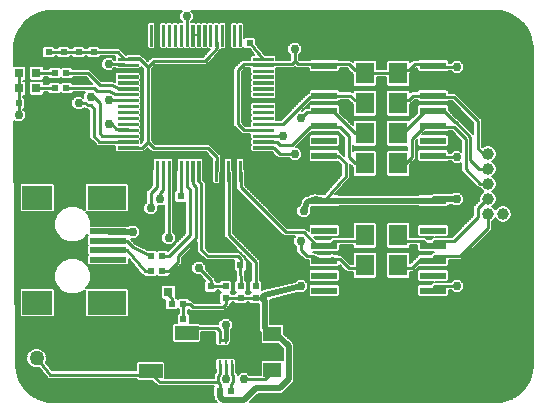
<source format=gtl>
G75*
%MOIN*%
%OFA0B0*%
%FSLAX25Y25*%
%IPPOS*%
%LPD*%
%AMOC8*
5,1,8,0,0,1.08239X$1,22.5*
%
%ADD10R,0.02362X0.02362*%
%ADD11R,0.07874X0.04724*%
%ADD12R,0.12205X0.01969*%
%ADD13R,0.09843X0.07874*%
%ADD14R,0.12992X0.07874*%
%ADD15R,0.03150X0.03150*%
%ADD16R,0.05906X0.05000*%
%ADD17R,0.06299X0.07098*%
%ADD18R,0.01063X0.02500*%
%ADD19R,0.06299X0.03543*%
%ADD20R,0.08661X0.02362*%
%ADD21C,0.00250*%
%ADD22C,0.04281*%
%ADD23C,0.05000*%
%ADD24C,0.03969*%
%ADD25C,0.01000*%
%ADD26C,0.02978*%
%ADD27C,0.01600*%
%ADD28C,0.02000*%
%ADD29C,0.00600*%
D10*
X0078804Y0050500D03*
X0082741Y0050500D03*
X0082741Y0055500D03*
X0078804Y0055500D03*
X0098772Y0045469D03*
X0103772Y0045469D03*
X0108772Y0045469D03*
X0108772Y0041531D03*
X0103772Y0041531D03*
X0098772Y0041531D03*
X0089741Y0039500D03*
X0085804Y0039500D03*
X0085804Y0034500D03*
X0089741Y0034500D03*
X0113772Y0041531D03*
X0113772Y0045469D03*
X0108741Y0052500D03*
X0104804Y0052500D03*
X0088772Y0071531D03*
X0088772Y0075469D03*
X0038741Y0106500D03*
X0034804Y0106500D03*
X0046804Y0111500D03*
X0050741Y0111500D03*
X0050741Y0116500D03*
X0046804Y0116500D03*
X0044772Y0123531D03*
X0044772Y0127469D03*
X0049772Y0127469D03*
X0049772Y0123531D03*
X0054772Y0123531D03*
X0054772Y0127469D03*
X0059772Y0127469D03*
X0059772Y0123531D03*
X0111772Y0126531D03*
X0111772Y0130469D03*
X0105741Y0010500D03*
X0101804Y0010500D03*
D11*
X0090772Y0017201D03*
X0078772Y0017201D03*
X0078772Y0029799D03*
X0090772Y0029799D03*
D12*
X0064583Y0051201D03*
X0064583Y0054350D03*
X0064583Y0057500D03*
X0064583Y0060650D03*
X0064583Y0063799D03*
D13*
X0040961Y0075020D03*
X0040961Y0039980D03*
D14*
X0064189Y0039980D03*
X0064189Y0075020D03*
D15*
X0078819Y0043500D03*
X0084725Y0043500D03*
X0040725Y0111500D03*
X0034819Y0111500D03*
X0034819Y0116500D03*
X0040725Y0116500D03*
D16*
X0119297Y0029646D03*
X0119297Y0017646D03*
D17*
X0150174Y0052500D03*
X0161371Y0052500D03*
X0161371Y0062500D03*
X0150174Y0062500D03*
X0150174Y0086500D03*
X0161371Y0086500D03*
X0161371Y0096500D03*
X0150174Y0096500D03*
X0150174Y0106500D03*
X0161371Y0106500D03*
X0161371Y0116500D03*
X0150174Y0116500D03*
D18*
X0105772Y0027697D03*
X0103804Y0027697D03*
X0101835Y0027697D03*
X0099867Y0027697D03*
X0099867Y0019429D03*
X0101835Y0019429D03*
X0103804Y0019429D03*
X0105772Y0019429D03*
D19*
X0102819Y0023563D03*
D20*
X0136662Y0039000D03*
X0136662Y0044000D03*
X0136662Y0049000D03*
X0136662Y0054000D03*
X0136662Y0059000D03*
X0136662Y0064000D03*
X0136662Y0069000D03*
X0136662Y0074000D03*
X0136662Y0084000D03*
X0136662Y0089000D03*
X0136662Y0094000D03*
X0136662Y0099000D03*
X0136662Y0104000D03*
X0136662Y0109000D03*
X0136662Y0114000D03*
X0136662Y0119000D03*
X0172882Y0119000D03*
X0172882Y0114000D03*
X0172882Y0109000D03*
X0172882Y0104000D03*
X0172882Y0099000D03*
X0172882Y0094000D03*
X0172882Y0089000D03*
X0172882Y0084000D03*
X0172882Y0074000D03*
X0172882Y0069000D03*
X0172882Y0064000D03*
X0172882Y0059000D03*
X0172882Y0054000D03*
X0172882Y0049000D03*
X0172882Y0044000D03*
X0172882Y0039000D03*
D21*
X0108911Y0087306D02*
X0108161Y0087306D01*
X0108911Y0087306D02*
X0108911Y0080556D01*
X0108161Y0080556D01*
X0108161Y0087306D01*
X0108161Y0080805D02*
X0108911Y0080805D01*
X0108911Y0081054D02*
X0108161Y0081054D01*
X0108161Y0081303D02*
X0108911Y0081303D01*
X0108911Y0081552D02*
X0108161Y0081552D01*
X0108161Y0081801D02*
X0108911Y0081801D01*
X0108911Y0082050D02*
X0108161Y0082050D01*
X0108161Y0082299D02*
X0108911Y0082299D01*
X0108911Y0082548D02*
X0108161Y0082548D01*
X0108161Y0082797D02*
X0108911Y0082797D01*
X0108911Y0083046D02*
X0108161Y0083046D01*
X0108161Y0083295D02*
X0108911Y0083295D01*
X0108911Y0083544D02*
X0108161Y0083544D01*
X0108161Y0083793D02*
X0108911Y0083793D01*
X0108911Y0084042D02*
X0108161Y0084042D01*
X0108161Y0084291D02*
X0108911Y0084291D01*
X0108911Y0084540D02*
X0108161Y0084540D01*
X0108161Y0084789D02*
X0108911Y0084789D01*
X0108911Y0085038D02*
X0108161Y0085038D01*
X0108161Y0085287D02*
X0108911Y0085287D01*
X0108911Y0085536D02*
X0108161Y0085536D01*
X0108161Y0085785D02*
X0108911Y0085785D01*
X0108911Y0086034D02*
X0108161Y0086034D01*
X0108161Y0086283D02*
X0108911Y0086283D01*
X0108911Y0086532D02*
X0108161Y0086532D01*
X0108161Y0086781D02*
X0108911Y0086781D01*
X0108911Y0087030D02*
X0108161Y0087030D01*
X0108161Y0087279D02*
X0108911Y0087279D01*
X0106942Y0087306D02*
X0106192Y0087306D01*
X0106942Y0087306D02*
X0106942Y0080556D01*
X0106192Y0080556D01*
X0106192Y0087306D01*
X0106192Y0080805D02*
X0106942Y0080805D01*
X0106942Y0081054D02*
X0106192Y0081054D01*
X0106192Y0081303D02*
X0106942Y0081303D01*
X0106942Y0081552D02*
X0106192Y0081552D01*
X0106192Y0081801D02*
X0106942Y0081801D01*
X0106942Y0082050D02*
X0106192Y0082050D01*
X0106192Y0082299D02*
X0106942Y0082299D01*
X0106942Y0082548D02*
X0106192Y0082548D01*
X0106192Y0082797D02*
X0106942Y0082797D01*
X0106942Y0083046D02*
X0106192Y0083046D01*
X0106192Y0083295D02*
X0106942Y0083295D01*
X0106942Y0083544D02*
X0106192Y0083544D01*
X0106192Y0083793D02*
X0106942Y0083793D01*
X0106942Y0084042D02*
X0106192Y0084042D01*
X0106192Y0084291D02*
X0106942Y0084291D01*
X0106942Y0084540D02*
X0106192Y0084540D01*
X0106192Y0084789D02*
X0106942Y0084789D01*
X0106942Y0085038D02*
X0106192Y0085038D01*
X0106192Y0085287D02*
X0106942Y0085287D01*
X0106942Y0085536D02*
X0106192Y0085536D01*
X0106192Y0085785D02*
X0106942Y0085785D01*
X0106942Y0086034D02*
X0106192Y0086034D01*
X0106192Y0086283D02*
X0106942Y0086283D01*
X0106942Y0086532D02*
X0106192Y0086532D01*
X0106192Y0086781D02*
X0106942Y0086781D01*
X0106942Y0087030D02*
X0106192Y0087030D01*
X0106192Y0087279D02*
X0106942Y0087279D01*
X0104974Y0087306D02*
X0104224Y0087306D01*
X0104974Y0087306D02*
X0104974Y0080556D01*
X0104224Y0080556D01*
X0104224Y0087306D01*
X0104224Y0080805D02*
X0104974Y0080805D01*
X0104974Y0081054D02*
X0104224Y0081054D01*
X0104224Y0081303D02*
X0104974Y0081303D01*
X0104974Y0081552D02*
X0104224Y0081552D01*
X0104224Y0081801D02*
X0104974Y0081801D01*
X0104974Y0082050D02*
X0104224Y0082050D01*
X0104224Y0082299D02*
X0104974Y0082299D01*
X0104974Y0082548D02*
X0104224Y0082548D01*
X0104224Y0082797D02*
X0104974Y0082797D01*
X0104974Y0083046D02*
X0104224Y0083046D01*
X0104224Y0083295D02*
X0104974Y0083295D01*
X0104974Y0083544D02*
X0104224Y0083544D01*
X0104224Y0083793D02*
X0104974Y0083793D01*
X0104974Y0084042D02*
X0104224Y0084042D01*
X0104224Y0084291D02*
X0104974Y0084291D01*
X0104974Y0084540D02*
X0104224Y0084540D01*
X0104224Y0084789D02*
X0104974Y0084789D01*
X0104974Y0085038D02*
X0104224Y0085038D01*
X0104224Y0085287D02*
X0104974Y0085287D01*
X0104974Y0085536D02*
X0104224Y0085536D01*
X0104224Y0085785D02*
X0104974Y0085785D01*
X0104974Y0086034D02*
X0104224Y0086034D01*
X0104224Y0086283D02*
X0104974Y0086283D01*
X0104974Y0086532D02*
X0104224Y0086532D01*
X0104224Y0086781D02*
X0104974Y0086781D01*
X0104974Y0087030D02*
X0104224Y0087030D01*
X0104224Y0087279D02*
X0104974Y0087279D01*
X0103005Y0087306D02*
X0102255Y0087306D01*
X0103005Y0087306D02*
X0103005Y0080556D01*
X0102255Y0080556D01*
X0102255Y0087306D01*
X0102255Y0080805D02*
X0103005Y0080805D01*
X0103005Y0081054D02*
X0102255Y0081054D01*
X0102255Y0081303D02*
X0103005Y0081303D01*
X0103005Y0081552D02*
X0102255Y0081552D01*
X0102255Y0081801D02*
X0103005Y0081801D01*
X0103005Y0082050D02*
X0102255Y0082050D01*
X0102255Y0082299D02*
X0103005Y0082299D01*
X0103005Y0082548D02*
X0102255Y0082548D01*
X0102255Y0082797D02*
X0103005Y0082797D01*
X0103005Y0083046D02*
X0102255Y0083046D01*
X0102255Y0083295D02*
X0103005Y0083295D01*
X0103005Y0083544D02*
X0102255Y0083544D01*
X0102255Y0083793D02*
X0103005Y0083793D01*
X0103005Y0084042D02*
X0102255Y0084042D01*
X0102255Y0084291D02*
X0103005Y0084291D01*
X0103005Y0084540D02*
X0102255Y0084540D01*
X0102255Y0084789D02*
X0103005Y0084789D01*
X0103005Y0085038D02*
X0102255Y0085038D01*
X0102255Y0085287D02*
X0103005Y0085287D01*
X0103005Y0085536D02*
X0102255Y0085536D01*
X0102255Y0085785D02*
X0103005Y0085785D01*
X0103005Y0086034D02*
X0102255Y0086034D01*
X0102255Y0086283D02*
X0103005Y0086283D01*
X0103005Y0086532D02*
X0102255Y0086532D01*
X0102255Y0086781D02*
X0103005Y0086781D01*
X0103005Y0087030D02*
X0102255Y0087030D01*
X0102255Y0087279D02*
X0103005Y0087279D01*
X0101037Y0087306D02*
X0100287Y0087306D01*
X0101037Y0087306D02*
X0101037Y0080556D01*
X0100287Y0080556D01*
X0100287Y0087306D01*
X0100287Y0080805D02*
X0101037Y0080805D01*
X0101037Y0081054D02*
X0100287Y0081054D01*
X0100287Y0081303D02*
X0101037Y0081303D01*
X0101037Y0081552D02*
X0100287Y0081552D01*
X0100287Y0081801D02*
X0101037Y0081801D01*
X0101037Y0082050D02*
X0100287Y0082050D01*
X0100287Y0082299D02*
X0101037Y0082299D01*
X0101037Y0082548D02*
X0100287Y0082548D01*
X0100287Y0082797D02*
X0101037Y0082797D01*
X0101037Y0083046D02*
X0100287Y0083046D01*
X0100287Y0083295D02*
X0101037Y0083295D01*
X0101037Y0083544D02*
X0100287Y0083544D01*
X0100287Y0083793D02*
X0101037Y0083793D01*
X0101037Y0084042D02*
X0100287Y0084042D01*
X0100287Y0084291D02*
X0101037Y0084291D01*
X0101037Y0084540D02*
X0100287Y0084540D01*
X0100287Y0084789D02*
X0101037Y0084789D01*
X0101037Y0085038D02*
X0100287Y0085038D01*
X0100287Y0085287D02*
X0101037Y0085287D01*
X0101037Y0085536D02*
X0100287Y0085536D01*
X0100287Y0085785D02*
X0101037Y0085785D01*
X0101037Y0086034D02*
X0100287Y0086034D01*
X0100287Y0086283D02*
X0101037Y0086283D01*
X0101037Y0086532D02*
X0100287Y0086532D01*
X0100287Y0086781D02*
X0101037Y0086781D01*
X0101037Y0087030D02*
X0100287Y0087030D01*
X0100287Y0087279D02*
X0101037Y0087279D01*
X0099068Y0087306D02*
X0098318Y0087306D01*
X0099068Y0087306D02*
X0099068Y0080556D01*
X0098318Y0080556D01*
X0098318Y0087306D01*
X0098318Y0080805D02*
X0099068Y0080805D01*
X0099068Y0081054D02*
X0098318Y0081054D01*
X0098318Y0081303D02*
X0099068Y0081303D01*
X0099068Y0081552D02*
X0098318Y0081552D01*
X0098318Y0081801D02*
X0099068Y0081801D01*
X0099068Y0082050D02*
X0098318Y0082050D01*
X0098318Y0082299D02*
X0099068Y0082299D01*
X0099068Y0082548D02*
X0098318Y0082548D01*
X0098318Y0082797D02*
X0099068Y0082797D01*
X0099068Y0083046D02*
X0098318Y0083046D01*
X0098318Y0083295D02*
X0099068Y0083295D01*
X0099068Y0083544D02*
X0098318Y0083544D01*
X0098318Y0083793D02*
X0099068Y0083793D01*
X0099068Y0084042D02*
X0098318Y0084042D01*
X0098318Y0084291D02*
X0099068Y0084291D01*
X0099068Y0084540D02*
X0098318Y0084540D01*
X0098318Y0084789D02*
X0099068Y0084789D01*
X0099068Y0085038D02*
X0098318Y0085038D01*
X0098318Y0085287D02*
X0099068Y0085287D01*
X0099068Y0085536D02*
X0098318Y0085536D01*
X0098318Y0085785D02*
X0099068Y0085785D01*
X0099068Y0086034D02*
X0098318Y0086034D01*
X0098318Y0086283D02*
X0099068Y0086283D01*
X0099068Y0086532D02*
X0098318Y0086532D01*
X0098318Y0086781D02*
X0099068Y0086781D01*
X0099068Y0087030D02*
X0098318Y0087030D01*
X0098318Y0087279D02*
X0099068Y0087279D01*
X0097100Y0087306D02*
X0096350Y0087306D01*
X0097100Y0087306D02*
X0097100Y0080556D01*
X0096350Y0080556D01*
X0096350Y0087306D01*
X0096350Y0080805D02*
X0097100Y0080805D01*
X0097100Y0081054D02*
X0096350Y0081054D01*
X0096350Y0081303D02*
X0097100Y0081303D01*
X0097100Y0081552D02*
X0096350Y0081552D01*
X0096350Y0081801D02*
X0097100Y0081801D01*
X0097100Y0082050D02*
X0096350Y0082050D01*
X0096350Y0082299D02*
X0097100Y0082299D01*
X0097100Y0082548D02*
X0096350Y0082548D01*
X0096350Y0082797D02*
X0097100Y0082797D01*
X0097100Y0083046D02*
X0096350Y0083046D01*
X0096350Y0083295D02*
X0097100Y0083295D01*
X0097100Y0083544D02*
X0096350Y0083544D01*
X0096350Y0083793D02*
X0097100Y0083793D01*
X0097100Y0084042D02*
X0096350Y0084042D01*
X0096350Y0084291D02*
X0097100Y0084291D01*
X0097100Y0084540D02*
X0096350Y0084540D01*
X0096350Y0084789D02*
X0097100Y0084789D01*
X0097100Y0085038D02*
X0096350Y0085038D01*
X0096350Y0085287D02*
X0097100Y0085287D01*
X0097100Y0085536D02*
X0096350Y0085536D01*
X0096350Y0085785D02*
X0097100Y0085785D01*
X0097100Y0086034D02*
X0096350Y0086034D01*
X0096350Y0086283D02*
X0097100Y0086283D01*
X0097100Y0086532D02*
X0096350Y0086532D01*
X0096350Y0086781D02*
X0097100Y0086781D01*
X0097100Y0087030D02*
X0096350Y0087030D01*
X0096350Y0087279D02*
X0097100Y0087279D01*
X0095131Y0087306D02*
X0094381Y0087306D01*
X0095131Y0087306D02*
X0095131Y0080556D01*
X0094381Y0080556D01*
X0094381Y0087306D01*
X0094381Y0080805D02*
X0095131Y0080805D01*
X0095131Y0081054D02*
X0094381Y0081054D01*
X0094381Y0081303D02*
X0095131Y0081303D01*
X0095131Y0081552D02*
X0094381Y0081552D01*
X0094381Y0081801D02*
X0095131Y0081801D01*
X0095131Y0082050D02*
X0094381Y0082050D01*
X0094381Y0082299D02*
X0095131Y0082299D01*
X0095131Y0082548D02*
X0094381Y0082548D01*
X0094381Y0082797D02*
X0095131Y0082797D01*
X0095131Y0083046D02*
X0094381Y0083046D01*
X0094381Y0083295D02*
X0095131Y0083295D01*
X0095131Y0083544D02*
X0094381Y0083544D01*
X0094381Y0083793D02*
X0095131Y0083793D01*
X0095131Y0084042D02*
X0094381Y0084042D01*
X0094381Y0084291D02*
X0095131Y0084291D01*
X0095131Y0084540D02*
X0094381Y0084540D01*
X0094381Y0084789D02*
X0095131Y0084789D01*
X0095131Y0085038D02*
X0094381Y0085038D01*
X0094381Y0085287D02*
X0095131Y0085287D01*
X0095131Y0085536D02*
X0094381Y0085536D01*
X0094381Y0085785D02*
X0095131Y0085785D01*
X0095131Y0086034D02*
X0094381Y0086034D01*
X0094381Y0086283D02*
X0095131Y0086283D01*
X0095131Y0086532D02*
X0094381Y0086532D01*
X0094381Y0086781D02*
X0095131Y0086781D01*
X0095131Y0087030D02*
X0094381Y0087030D01*
X0094381Y0087279D02*
X0095131Y0087279D01*
X0093163Y0087306D02*
X0092413Y0087306D01*
X0093163Y0087306D02*
X0093163Y0080556D01*
X0092413Y0080556D01*
X0092413Y0087306D01*
X0092413Y0080805D02*
X0093163Y0080805D01*
X0093163Y0081054D02*
X0092413Y0081054D01*
X0092413Y0081303D02*
X0093163Y0081303D01*
X0093163Y0081552D02*
X0092413Y0081552D01*
X0092413Y0081801D02*
X0093163Y0081801D01*
X0093163Y0082050D02*
X0092413Y0082050D01*
X0092413Y0082299D02*
X0093163Y0082299D01*
X0093163Y0082548D02*
X0092413Y0082548D01*
X0092413Y0082797D02*
X0093163Y0082797D01*
X0093163Y0083046D02*
X0092413Y0083046D01*
X0092413Y0083295D02*
X0093163Y0083295D01*
X0093163Y0083544D02*
X0092413Y0083544D01*
X0092413Y0083793D02*
X0093163Y0083793D01*
X0093163Y0084042D02*
X0092413Y0084042D01*
X0092413Y0084291D02*
X0093163Y0084291D01*
X0093163Y0084540D02*
X0092413Y0084540D01*
X0092413Y0084789D02*
X0093163Y0084789D01*
X0093163Y0085038D02*
X0092413Y0085038D01*
X0092413Y0085287D02*
X0093163Y0085287D01*
X0093163Y0085536D02*
X0092413Y0085536D01*
X0092413Y0085785D02*
X0093163Y0085785D01*
X0093163Y0086034D02*
X0092413Y0086034D01*
X0092413Y0086283D02*
X0093163Y0086283D01*
X0093163Y0086532D02*
X0092413Y0086532D01*
X0092413Y0086781D02*
X0093163Y0086781D01*
X0093163Y0087030D02*
X0092413Y0087030D01*
X0092413Y0087279D02*
X0093163Y0087279D01*
X0091194Y0087306D02*
X0090444Y0087306D01*
X0091194Y0087306D02*
X0091194Y0080556D01*
X0090444Y0080556D01*
X0090444Y0087306D01*
X0090444Y0080805D02*
X0091194Y0080805D01*
X0091194Y0081054D02*
X0090444Y0081054D01*
X0090444Y0081303D02*
X0091194Y0081303D01*
X0091194Y0081552D02*
X0090444Y0081552D01*
X0090444Y0081801D02*
X0091194Y0081801D01*
X0091194Y0082050D02*
X0090444Y0082050D01*
X0090444Y0082299D02*
X0091194Y0082299D01*
X0091194Y0082548D02*
X0090444Y0082548D01*
X0090444Y0082797D02*
X0091194Y0082797D01*
X0091194Y0083046D02*
X0090444Y0083046D01*
X0090444Y0083295D02*
X0091194Y0083295D01*
X0091194Y0083544D02*
X0090444Y0083544D01*
X0090444Y0083793D02*
X0091194Y0083793D01*
X0091194Y0084042D02*
X0090444Y0084042D01*
X0090444Y0084291D02*
X0091194Y0084291D01*
X0091194Y0084540D02*
X0090444Y0084540D01*
X0090444Y0084789D02*
X0091194Y0084789D01*
X0091194Y0085038D02*
X0090444Y0085038D01*
X0090444Y0085287D02*
X0091194Y0085287D01*
X0091194Y0085536D02*
X0090444Y0085536D01*
X0090444Y0085785D02*
X0091194Y0085785D01*
X0091194Y0086034D02*
X0090444Y0086034D01*
X0090444Y0086283D02*
X0091194Y0086283D01*
X0091194Y0086532D02*
X0090444Y0086532D01*
X0090444Y0086781D02*
X0091194Y0086781D01*
X0091194Y0087030D02*
X0090444Y0087030D01*
X0090444Y0087279D02*
X0091194Y0087279D01*
X0089226Y0087306D02*
X0088476Y0087306D01*
X0089226Y0087306D02*
X0089226Y0080556D01*
X0088476Y0080556D01*
X0088476Y0087306D01*
X0088476Y0080805D02*
X0089226Y0080805D01*
X0089226Y0081054D02*
X0088476Y0081054D01*
X0088476Y0081303D02*
X0089226Y0081303D01*
X0089226Y0081552D02*
X0088476Y0081552D01*
X0088476Y0081801D02*
X0089226Y0081801D01*
X0089226Y0082050D02*
X0088476Y0082050D01*
X0088476Y0082299D02*
X0089226Y0082299D01*
X0089226Y0082548D02*
X0088476Y0082548D01*
X0088476Y0082797D02*
X0089226Y0082797D01*
X0089226Y0083046D02*
X0088476Y0083046D01*
X0088476Y0083295D02*
X0089226Y0083295D01*
X0089226Y0083544D02*
X0088476Y0083544D01*
X0088476Y0083793D02*
X0089226Y0083793D01*
X0089226Y0084042D02*
X0088476Y0084042D01*
X0088476Y0084291D02*
X0089226Y0084291D01*
X0089226Y0084540D02*
X0088476Y0084540D01*
X0088476Y0084789D02*
X0089226Y0084789D01*
X0089226Y0085038D02*
X0088476Y0085038D01*
X0088476Y0085287D02*
X0089226Y0085287D01*
X0089226Y0085536D02*
X0088476Y0085536D01*
X0088476Y0085785D02*
X0089226Y0085785D01*
X0089226Y0086034D02*
X0088476Y0086034D01*
X0088476Y0086283D02*
X0089226Y0086283D01*
X0089226Y0086532D02*
X0088476Y0086532D01*
X0088476Y0086781D02*
X0089226Y0086781D01*
X0089226Y0087030D02*
X0088476Y0087030D01*
X0088476Y0087279D02*
X0089226Y0087279D01*
X0087257Y0087306D02*
X0086507Y0087306D01*
X0087257Y0087306D02*
X0087257Y0080556D01*
X0086507Y0080556D01*
X0086507Y0087306D01*
X0086507Y0080805D02*
X0087257Y0080805D01*
X0087257Y0081054D02*
X0086507Y0081054D01*
X0086507Y0081303D02*
X0087257Y0081303D01*
X0087257Y0081552D02*
X0086507Y0081552D01*
X0086507Y0081801D02*
X0087257Y0081801D01*
X0087257Y0082050D02*
X0086507Y0082050D01*
X0086507Y0082299D02*
X0087257Y0082299D01*
X0087257Y0082548D02*
X0086507Y0082548D01*
X0086507Y0082797D02*
X0087257Y0082797D01*
X0087257Y0083046D02*
X0086507Y0083046D01*
X0086507Y0083295D02*
X0087257Y0083295D01*
X0087257Y0083544D02*
X0086507Y0083544D01*
X0086507Y0083793D02*
X0087257Y0083793D01*
X0087257Y0084042D02*
X0086507Y0084042D01*
X0086507Y0084291D02*
X0087257Y0084291D01*
X0087257Y0084540D02*
X0086507Y0084540D01*
X0086507Y0084789D02*
X0087257Y0084789D01*
X0087257Y0085038D02*
X0086507Y0085038D01*
X0086507Y0085287D02*
X0087257Y0085287D01*
X0087257Y0085536D02*
X0086507Y0085536D01*
X0086507Y0085785D02*
X0087257Y0085785D01*
X0087257Y0086034D02*
X0086507Y0086034D01*
X0086507Y0086283D02*
X0087257Y0086283D01*
X0087257Y0086532D02*
X0086507Y0086532D01*
X0086507Y0086781D02*
X0087257Y0086781D01*
X0087257Y0087030D02*
X0086507Y0087030D01*
X0086507Y0087279D02*
X0087257Y0087279D01*
X0085289Y0087306D02*
X0084539Y0087306D01*
X0085289Y0087306D02*
X0085289Y0080556D01*
X0084539Y0080556D01*
X0084539Y0087306D01*
X0084539Y0080805D02*
X0085289Y0080805D01*
X0085289Y0081054D02*
X0084539Y0081054D01*
X0084539Y0081303D02*
X0085289Y0081303D01*
X0085289Y0081552D02*
X0084539Y0081552D01*
X0084539Y0081801D02*
X0085289Y0081801D01*
X0085289Y0082050D02*
X0084539Y0082050D01*
X0084539Y0082299D02*
X0085289Y0082299D01*
X0085289Y0082548D02*
X0084539Y0082548D01*
X0084539Y0082797D02*
X0085289Y0082797D01*
X0085289Y0083046D02*
X0084539Y0083046D01*
X0084539Y0083295D02*
X0085289Y0083295D01*
X0085289Y0083544D02*
X0084539Y0083544D01*
X0084539Y0083793D02*
X0085289Y0083793D01*
X0085289Y0084042D02*
X0084539Y0084042D01*
X0084539Y0084291D02*
X0085289Y0084291D01*
X0085289Y0084540D02*
X0084539Y0084540D01*
X0084539Y0084789D02*
X0085289Y0084789D01*
X0085289Y0085038D02*
X0084539Y0085038D01*
X0084539Y0085287D02*
X0085289Y0085287D01*
X0085289Y0085536D02*
X0084539Y0085536D01*
X0084539Y0085785D02*
X0085289Y0085785D01*
X0085289Y0086034D02*
X0084539Y0086034D01*
X0084539Y0086283D02*
X0085289Y0086283D01*
X0085289Y0086532D02*
X0084539Y0086532D01*
X0084539Y0086781D02*
X0085289Y0086781D01*
X0085289Y0087030D02*
X0084539Y0087030D01*
X0084539Y0087279D02*
X0085289Y0087279D01*
X0083320Y0087306D02*
X0082570Y0087306D01*
X0083320Y0087306D02*
X0083320Y0080556D01*
X0082570Y0080556D01*
X0082570Y0087306D01*
X0082570Y0080805D02*
X0083320Y0080805D01*
X0083320Y0081054D02*
X0082570Y0081054D01*
X0082570Y0081303D02*
X0083320Y0081303D01*
X0083320Y0081552D02*
X0082570Y0081552D01*
X0082570Y0081801D02*
X0083320Y0081801D01*
X0083320Y0082050D02*
X0082570Y0082050D01*
X0082570Y0082299D02*
X0083320Y0082299D01*
X0083320Y0082548D02*
X0082570Y0082548D01*
X0082570Y0082797D02*
X0083320Y0082797D01*
X0083320Y0083046D02*
X0082570Y0083046D01*
X0082570Y0083295D02*
X0083320Y0083295D01*
X0083320Y0083544D02*
X0082570Y0083544D01*
X0082570Y0083793D02*
X0083320Y0083793D01*
X0083320Y0084042D02*
X0082570Y0084042D01*
X0082570Y0084291D02*
X0083320Y0084291D01*
X0083320Y0084540D02*
X0082570Y0084540D01*
X0082570Y0084789D02*
X0083320Y0084789D01*
X0083320Y0085038D02*
X0082570Y0085038D01*
X0082570Y0085287D02*
X0083320Y0085287D01*
X0083320Y0085536D02*
X0082570Y0085536D01*
X0082570Y0085785D02*
X0083320Y0085785D01*
X0083320Y0086034D02*
X0082570Y0086034D01*
X0082570Y0086283D02*
X0083320Y0086283D01*
X0083320Y0086532D02*
X0082570Y0086532D01*
X0082570Y0086781D02*
X0083320Y0086781D01*
X0083320Y0087030D02*
X0082570Y0087030D01*
X0082570Y0087279D02*
X0083320Y0087279D01*
X0081352Y0087306D02*
X0080602Y0087306D01*
X0081352Y0087306D02*
X0081352Y0080556D01*
X0080602Y0080556D01*
X0080602Y0087306D01*
X0080602Y0080805D02*
X0081352Y0080805D01*
X0081352Y0081054D02*
X0080602Y0081054D01*
X0080602Y0081303D02*
X0081352Y0081303D01*
X0081352Y0081552D02*
X0080602Y0081552D01*
X0080602Y0081801D02*
X0081352Y0081801D01*
X0081352Y0082050D02*
X0080602Y0082050D01*
X0080602Y0082299D02*
X0081352Y0082299D01*
X0081352Y0082548D02*
X0080602Y0082548D01*
X0080602Y0082797D02*
X0081352Y0082797D01*
X0081352Y0083046D02*
X0080602Y0083046D01*
X0080602Y0083295D02*
X0081352Y0083295D01*
X0081352Y0083544D02*
X0080602Y0083544D01*
X0080602Y0083793D02*
X0081352Y0083793D01*
X0081352Y0084042D02*
X0080602Y0084042D01*
X0080602Y0084291D02*
X0081352Y0084291D01*
X0081352Y0084540D02*
X0080602Y0084540D01*
X0080602Y0084789D02*
X0081352Y0084789D01*
X0081352Y0085038D02*
X0080602Y0085038D01*
X0080602Y0085287D02*
X0081352Y0085287D01*
X0081352Y0085536D02*
X0080602Y0085536D01*
X0080602Y0085785D02*
X0081352Y0085785D01*
X0081352Y0086034D02*
X0080602Y0086034D01*
X0080602Y0086283D02*
X0081352Y0086283D01*
X0081352Y0086532D02*
X0080602Y0086532D01*
X0080602Y0086781D02*
X0081352Y0086781D01*
X0081352Y0087030D02*
X0080602Y0087030D01*
X0080602Y0087279D02*
X0081352Y0087279D01*
X0079383Y0087306D02*
X0078633Y0087306D01*
X0079383Y0087306D02*
X0079383Y0080556D01*
X0078633Y0080556D01*
X0078633Y0087306D01*
X0078633Y0080805D02*
X0079383Y0080805D01*
X0079383Y0081054D02*
X0078633Y0081054D01*
X0078633Y0081303D02*
X0079383Y0081303D01*
X0079383Y0081552D02*
X0078633Y0081552D01*
X0078633Y0081801D02*
X0079383Y0081801D01*
X0079383Y0082050D02*
X0078633Y0082050D01*
X0078633Y0082299D02*
X0079383Y0082299D01*
X0079383Y0082548D02*
X0078633Y0082548D01*
X0078633Y0082797D02*
X0079383Y0082797D01*
X0079383Y0083046D02*
X0078633Y0083046D01*
X0078633Y0083295D02*
X0079383Y0083295D01*
X0079383Y0083544D02*
X0078633Y0083544D01*
X0078633Y0083793D02*
X0079383Y0083793D01*
X0079383Y0084042D02*
X0078633Y0084042D01*
X0078633Y0084291D02*
X0079383Y0084291D01*
X0079383Y0084540D02*
X0078633Y0084540D01*
X0078633Y0084789D02*
X0079383Y0084789D01*
X0079383Y0085038D02*
X0078633Y0085038D01*
X0078633Y0085287D02*
X0079383Y0085287D01*
X0079383Y0085536D02*
X0078633Y0085536D01*
X0078633Y0085785D02*
X0079383Y0085785D01*
X0079383Y0086034D02*
X0078633Y0086034D01*
X0078633Y0086283D02*
X0079383Y0086283D01*
X0079383Y0086532D02*
X0078633Y0086532D01*
X0078633Y0086781D02*
X0079383Y0086781D01*
X0079383Y0087030D02*
X0078633Y0087030D01*
X0078633Y0087279D02*
X0079383Y0087279D01*
X0074578Y0091361D02*
X0074578Y0092111D01*
X0074578Y0091361D02*
X0067828Y0091361D01*
X0067828Y0092111D01*
X0074578Y0092111D01*
X0074578Y0091610D02*
X0067828Y0091610D01*
X0067828Y0091859D02*
X0074578Y0091859D01*
X0074578Y0092108D02*
X0067828Y0092108D01*
X0074578Y0093330D02*
X0074578Y0094080D01*
X0074578Y0093330D02*
X0067828Y0093330D01*
X0067828Y0094080D01*
X0074578Y0094080D01*
X0074578Y0093579D02*
X0067828Y0093579D01*
X0067828Y0093828D02*
X0074578Y0093828D01*
X0074578Y0094077D02*
X0067828Y0094077D01*
X0074578Y0095298D02*
X0074578Y0096048D01*
X0074578Y0095298D02*
X0067828Y0095298D01*
X0067828Y0096048D01*
X0074578Y0096048D01*
X0074578Y0095547D02*
X0067828Y0095547D01*
X0067828Y0095796D02*
X0074578Y0095796D01*
X0074578Y0096045D02*
X0067828Y0096045D01*
X0074578Y0097267D02*
X0074578Y0098017D01*
X0074578Y0097267D02*
X0067828Y0097267D01*
X0067828Y0098017D01*
X0074578Y0098017D01*
X0074578Y0097516D02*
X0067828Y0097516D01*
X0067828Y0097765D02*
X0074578Y0097765D01*
X0074578Y0098014D02*
X0067828Y0098014D01*
X0074578Y0099235D02*
X0074578Y0099985D01*
X0074578Y0099235D02*
X0067828Y0099235D01*
X0067828Y0099985D01*
X0074578Y0099985D01*
X0074578Y0099484D02*
X0067828Y0099484D01*
X0067828Y0099733D02*
X0074578Y0099733D01*
X0074578Y0099982D02*
X0067828Y0099982D01*
X0074578Y0101204D02*
X0074578Y0101954D01*
X0074578Y0101204D02*
X0067828Y0101204D01*
X0067828Y0101954D01*
X0074578Y0101954D01*
X0074578Y0101453D02*
X0067828Y0101453D01*
X0067828Y0101702D02*
X0074578Y0101702D01*
X0074578Y0101951D02*
X0067828Y0101951D01*
X0074578Y0103172D02*
X0074578Y0103922D01*
X0074578Y0103172D02*
X0067828Y0103172D01*
X0067828Y0103922D01*
X0074578Y0103922D01*
X0074578Y0103421D02*
X0067828Y0103421D01*
X0067828Y0103670D02*
X0074578Y0103670D01*
X0074578Y0103919D02*
X0067828Y0103919D01*
X0074578Y0105141D02*
X0074578Y0105891D01*
X0074578Y0105141D02*
X0067828Y0105141D01*
X0067828Y0105891D01*
X0074578Y0105891D01*
X0074578Y0105390D02*
X0067828Y0105390D01*
X0067828Y0105639D02*
X0074578Y0105639D01*
X0074578Y0105888D02*
X0067828Y0105888D01*
X0074578Y0107109D02*
X0074578Y0107859D01*
X0074578Y0107109D02*
X0067828Y0107109D01*
X0067828Y0107859D01*
X0074578Y0107859D01*
X0074578Y0107358D02*
X0067828Y0107358D01*
X0067828Y0107607D02*
X0074578Y0107607D01*
X0074578Y0107856D02*
X0067828Y0107856D01*
X0074578Y0109078D02*
X0074578Y0109828D01*
X0074578Y0109078D02*
X0067828Y0109078D01*
X0067828Y0109828D01*
X0074578Y0109828D01*
X0074578Y0109327D02*
X0067828Y0109327D01*
X0067828Y0109576D02*
X0074578Y0109576D01*
X0074578Y0109825D02*
X0067828Y0109825D01*
X0074578Y0111046D02*
X0074578Y0111796D01*
X0074578Y0111046D02*
X0067828Y0111046D01*
X0067828Y0111796D01*
X0074578Y0111796D01*
X0074578Y0111295D02*
X0067828Y0111295D01*
X0067828Y0111544D02*
X0074578Y0111544D01*
X0074578Y0111793D02*
X0067828Y0111793D01*
X0074578Y0113015D02*
X0074578Y0113765D01*
X0074578Y0113015D02*
X0067828Y0113015D01*
X0067828Y0113765D01*
X0074578Y0113765D01*
X0074578Y0113264D02*
X0067828Y0113264D01*
X0067828Y0113513D02*
X0074578Y0113513D01*
X0074578Y0113762D02*
X0067828Y0113762D01*
X0074578Y0114983D02*
X0074578Y0115733D01*
X0074578Y0114983D02*
X0067828Y0114983D01*
X0067828Y0115733D01*
X0074578Y0115733D01*
X0074578Y0115232D02*
X0067828Y0115232D01*
X0067828Y0115481D02*
X0074578Y0115481D01*
X0074578Y0115730D02*
X0067828Y0115730D01*
X0074578Y0116952D02*
X0074578Y0117702D01*
X0074578Y0116952D02*
X0067828Y0116952D01*
X0067828Y0117702D01*
X0074578Y0117702D01*
X0074578Y0117201D02*
X0067828Y0117201D01*
X0067828Y0117450D02*
X0074578Y0117450D01*
X0074578Y0117699D02*
X0067828Y0117699D01*
X0074578Y0118920D02*
X0074578Y0119670D01*
X0074578Y0118920D02*
X0067828Y0118920D01*
X0067828Y0119670D01*
X0074578Y0119670D01*
X0074578Y0119169D02*
X0067828Y0119169D01*
X0067828Y0119418D02*
X0074578Y0119418D01*
X0074578Y0119667D02*
X0067828Y0119667D01*
X0074578Y0120889D02*
X0074578Y0121639D01*
X0074578Y0120889D02*
X0067828Y0120889D01*
X0067828Y0121639D01*
X0074578Y0121639D01*
X0074578Y0121138D02*
X0067828Y0121138D01*
X0067828Y0121387D02*
X0074578Y0121387D01*
X0074578Y0121636D02*
X0067828Y0121636D01*
X0078633Y0125694D02*
X0079383Y0125694D01*
X0078633Y0125694D02*
X0078633Y0132444D01*
X0079383Y0132444D01*
X0079383Y0125694D01*
X0079383Y0125943D02*
X0078633Y0125943D01*
X0078633Y0126192D02*
X0079383Y0126192D01*
X0079383Y0126441D02*
X0078633Y0126441D01*
X0078633Y0126690D02*
X0079383Y0126690D01*
X0079383Y0126939D02*
X0078633Y0126939D01*
X0078633Y0127188D02*
X0079383Y0127188D01*
X0079383Y0127437D02*
X0078633Y0127437D01*
X0078633Y0127686D02*
X0079383Y0127686D01*
X0079383Y0127935D02*
X0078633Y0127935D01*
X0078633Y0128184D02*
X0079383Y0128184D01*
X0079383Y0128433D02*
X0078633Y0128433D01*
X0078633Y0128682D02*
X0079383Y0128682D01*
X0079383Y0128931D02*
X0078633Y0128931D01*
X0078633Y0129180D02*
X0079383Y0129180D01*
X0079383Y0129429D02*
X0078633Y0129429D01*
X0078633Y0129678D02*
X0079383Y0129678D01*
X0079383Y0129927D02*
X0078633Y0129927D01*
X0078633Y0130176D02*
X0079383Y0130176D01*
X0079383Y0130425D02*
X0078633Y0130425D01*
X0078633Y0130674D02*
X0079383Y0130674D01*
X0079383Y0130923D02*
X0078633Y0130923D01*
X0078633Y0131172D02*
X0079383Y0131172D01*
X0079383Y0131421D02*
X0078633Y0131421D01*
X0078633Y0131670D02*
X0079383Y0131670D01*
X0079383Y0131919D02*
X0078633Y0131919D01*
X0078633Y0132168D02*
X0079383Y0132168D01*
X0079383Y0132417D02*
X0078633Y0132417D01*
X0080602Y0125694D02*
X0081352Y0125694D01*
X0080602Y0125694D02*
X0080602Y0132444D01*
X0081352Y0132444D01*
X0081352Y0125694D01*
X0081352Y0125943D02*
X0080602Y0125943D01*
X0080602Y0126192D02*
X0081352Y0126192D01*
X0081352Y0126441D02*
X0080602Y0126441D01*
X0080602Y0126690D02*
X0081352Y0126690D01*
X0081352Y0126939D02*
X0080602Y0126939D01*
X0080602Y0127188D02*
X0081352Y0127188D01*
X0081352Y0127437D02*
X0080602Y0127437D01*
X0080602Y0127686D02*
X0081352Y0127686D01*
X0081352Y0127935D02*
X0080602Y0127935D01*
X0080602Y0128184D02*
X0081352Y0128184D01*
X0081352Y0128433D02*
X0080602Y0128433D01*
X0080602Y0128682D02*
X0081352Y0128682D01*
X0081352Y0128931D02*
X0080602Y0128931D01*
X0080602Y0129180D02*
X0081352Y0129180D01*
X0081352Y0129429D02*
X0080602Y0129429D01*
X0080602Y0129678D02*
X0081352Y0129678D01*
X0081352Y0129927D02*
X0080602Y0129927D01*
X0080602Y0130176D02*
X0081352Y0130176D01*
X0081352Y0130425D02*
X0080602Y0130425D01*
X0080602Y0130674D02*
X0081352Y0130674D01*
X0081352Y0130923D02*
X0080602Y0130923D01*
X0080602Y0131172D02*
X0081352Y0131172D01*
X0081352Y0131421D02*
X0080602Y0131421D01*
X0080602Y0131670D02*
X0081352Y0131670D01*
X0081352Y0131919D02*
X0080602Y0131919D01*
X0080602Y0132168D02*
X0081352Y0132168D01*
X0081352Y0132417D02*
X0080602Y0132417D01*
X0082570Y0125694D02*
X0083320Y0125694D01*
X0082570Y0125694D02*
X0082570Y0132444D01*
X0083320Y0132444D01*
X0083320Y0125694D01*
X0083320Y0125943D02*
X0082570Y0125943D01*
X0082570Y0126192D02*
X0083320Y0126192D01*
X0083320Y0126441D02*
X0082570Y0126441D01*
X0082570Y0126690D02*
X0083320Y0126690D01*
X0083320Y0126939D02*
X0082570Y0126939D01*
X0082570Y0127188D02*
X0083320Y0127188D01*
X0083320Y0127437D02*
X0082570Y0127437D01*
X0082570Y0127686D02*
X0083320Y0127686D01*
X0083320Y0127935D02*
X0082570Y0127935D01*
X0082570Y0128184D02*
X0083320Y0128184D01*
X0083320Y0128433D02*
X0082570Y0128433D01*
X0082570Y0128682D02*
X0083320Y0128682D01*
X0083320Y0128931D02*
X0082570Y0128931D01*
X0082570Y0129180D02*
X0083320Y0129180D01*
X0083320Y0129429D02*
X0082570Y0129429D01*
X0082570Y0129678D02*
X0083320Y0129678D01*
X0083320Y0129927D02*
X0082570Y0129927D01*
X0082570Y0130176D02*
X0083320Y0130176D01*
X0083320Y0130425D02*
X0082570Y0130425D01*
X0082570Y0130674D02*
X0083320Y0130674D01*
X0083320Y0130923D02*
X0082570Y0130923D01*
X0082570Y0131172D02*
X0083320Y0131172D01*
X0083320Y0131421D02*
X0082570Y0131421D01*
X0082570Y0131670D02*
X0083320Y0131670D01*
X0083320Y0131919D02*
X0082570Y0131919D01*
X0082570Y0132168D02*
X0083320Y0132168D01*
X0083320Y0132417D02*
X0082570Y0132417D01*
X0084539Y0125694D02*
X0085289Y0125694D01*
X0084539Y0125694D02*
X0084539Y0132444D01*
X0085289Y0132444D01*
X0085289Y0125694D01*
X0085289Y0125943D02*
X0084539Y0125943D01*
X0084539Y0126192D02*
X0085289Y0126192D01*
X0085289Y0126441D02*
X0084539Y0126441D01*
X0084539Y0126690D02*
X0085289Y0126690D01*
X0085289Y0126939D02*
X0084539Y0126939D01*
X0084539Y0127188D02*
X0085289Y0127188D01*
X0085289Y0127437D02*
X0084539Y0127437D01*
X0084539Y0127686D02*
X0085289Y0127686D01*
X0085289Y0127935D02*
X0084539Y0127935D01*
X0084539Y0128184D02*
X0085289Y0128184D01*
X0085289Y0128433D02*
X0084539Y0128433D01*
X0084539Y0128682D02*
X0085289Y0128682D01*
X0085289Y0128931D02*
X0084539Y0128931D01*
X0084539Y0129180D02*
X0085289Y0129180D01*
X0085289Y0129429D02*
X0084539Y0129429D01*
X0084539Y0129678D02*
X0085289Y0129678D01*
X0085289Y0129927D02*
X0084539Y0129927D01*
X0084539Y0130176D02*
X0085289Y0130176D01*
X0085289Y0130425D02*
X0084539Y0130425D01*
X0084539Y0130674D02*
X0085289Y0130674D01*
X0085289Y0130923D02*
X0084539Y0130923D01*
X0084539Y0131172D02*
X0085289Y0131172D01*
X0085289Y0131421D02*
X0084539Y0131421D01*
X0084539Y0131670D02*
X0085289Y0131670D01*
X0085289Y0131919D02*
X0084539Y0131919D01*
X0084539Y0132168D02*
X0085289Y0132168D01*
X0085289Y0132417D02*
X0084539Y0132417D01*
X0086507Y0125694D02*
X0087257Y0125694D01*
X0086507Y0125694D02*
X0086507Y0132444D01*
X0087257Y0132444D01*
X0087257Y0125694D01*
X0087257Y0125943D02*
X0086507Y0125943D01*
X0086507Y0126192D02*
X0087257Y0126192D01*
X0087257Y0126441D02*
X0086507Y0126441D01*
X0086507Y0126690D02*
X0087257Y0126690D01*
X0087257Y0126939D02*
X0086507Y0126939D01*
X0086507Y0127188D02*
X0087257Y0127188D01*
X0087257Y0127437D02*
X0086507Y0127437D01*
X0086507Y0127686D02*
X0087257Y0127686D01*
X0087257Y0127935D02*
X0086507Y0127935D01*
X0086507Y0128184D02*
X0087257Y0128184D01*
X0087257Y0128433D02*
X0086507Y0128433D01*
X0086507Y0128682D02*
X0087257Y0128682D01*
X0087257Y0128931D02*
X0086507Y0128931D01*
X0086507Y0129180D02*
X0087257Y0129180D01*
X0087257Y0129429D02*
X0086507Y0129429D01*
X0086507Y0129678D02*
X0087257Y0129678D01*
X0087257Y0129927D02*
X0086507Y0129927D01*
X0086507Y0130176D02*
X0087257Y0130176D01*
X0087257Y0130425D02*
X0086507Y0130425D01*
X0086507Y0130674D02*
X0087257Y0130674D01*
X0087257Y0130923D02*
X0086507Y0130923D01*
X0086507Y0131172D02*
X0087257Y0131172D01*
X0087257Y0131421D02*
X0086507Y0131421D01*
X0086507Y0131670D02*
X0087257Y0131670D01*
X0087257Y0131919D02*
X0086507Y0131919D01*
X0086507Y0132168D02*
X0087257Y0132168D01*
X0087257Y0132417D02*
X0086507Y0132417D01*
X0088476Y0125694D02*
X0089226Y0125694D01*
X0088476Y0125694D02*
X0088476Y0132444D01*
X0089226Y0132444D01*
X0089226Y0125694D01*
X0089226Y0125943D02*
X0088476Y0125943D01*
X0088476Y0126192D02*
X0089226Y0126192D01*
X0089226Y0126441D02*
X0088476Y0126441D01*
X0088476Y0126690D02*
X0089226Y0126690D01*
X0089226Y0126939D02*
X0088476Y0126939D01*
X0088476Y0127188D02*
X0089226Y0127188D01*
X0089226Y0127437D02*
X0088476Y0127437D01*
X0088476Y0127686D02*
X0089226Y0127686D01*
X0089226Y0127935D02*
X0088476Y0127935D01*
X0088476Y0128184D02*
X0089226Y0128184D01*
X0089226Y0128433D02*
X0088476Y0128433D01*
X0088476Y0128682D02*
X0089226Y0128682D01*
X0089226Y0128931D02*
X0088476Y0128931D01*
X0088476Y0129180D02*
X0089226Y0129180D01*
X0089226Y0129429D02*
X0088476Y0129429D01*
X0088476Y0129678D02*
X0089226Y0129678D01*
X0089226Y0129927D02*
X0088476Y0129927D01*
X0088476Y0130176D02*
X0089226Y0130176D01*
X0089226Y0130425D02*
X0088476Y0130425D01*
X0088476Y0130674D02*
X0089226Y0130674D01*
X0089226Y0130923D02*
X0088476Y0130923D01*
X0088476Y0131172D02*
X0089226Y0131172D01*
X0089226Y0131421D02*
X0088476Y0131421D01*
X0088476Y0131670D02*
X0089226Y0131670D01*
X0089226Y0131919D02*
X0088476Y0131919D01*
X0088476Y0132168D02*
X0089226Y0132168D01*
X0089226Y0132417D02*
X0088476Y0132417D01*
X0090444Y0125694D02*
X0091194Y0125694D01*
X0090444Y0125694D02*
X0090444Y0132444D01*
X0091194Y0132444D01*
X0091194Y0125694D01*
X0091194Y0125943D02*
X0090444Y0125943D01*
X0090444Y0126192D02*
X0091194Y0126192D01*
X0091194Y0126441D02*
X0090444Y0126441D01*
X0090444Y0126690D02*
X0091194Y0126690D01*
X0091194Y0126939D02*
X0090444Y0126939D01*
X0090444Y0127188D02*
X0091194Y0127188D01*
X0091194Y0127437D02*
X0090444Y0127437D01*
X0090444Y0127686D02*
X0091194Y0127686D01*
X0091194Y0127935D02*
X0090444Y0127935D01*
X0090444Y0128184D02*
X0091194Y0128184D01*
X0091194Y0128433D02*
X0090444Y0128433D01*
X0090444Y0128682D02*
X0091194Y0128682D01*
X0091194Y0128931D02*
X0090444Y0128931D01*
X0090444Y0129180D02*
X0091194Y0129180D01*
X0091194Y0129429D02*
X0090444Y0129429D01*
X0090444Y0129678D02*
X0091194Y0129678D01*
X0091194Y0129927D02*
X0090444Y0129927D01*
X0090444Y0130176D02*
X0091194Y0130176D01*
X0091194Y0130425D02*
X0090444Y0130425D01*
X0090444Y0130674D02*
X0091194Y0130674D01*
X0091194Y0130923D02*
X0090444Y0130923D01*
X0090444Y0131172D02*
X0091194Y0131172D01*
X0091194Y0131421D02*
X0090444Y0131421D01*
X0090444Y0131670D02*
X0091194Y0131670D01*
X0091194Y0131919D02*
X0090444Y0131919D01*
X0090444Y0132168D02*
X0091194Y0132168D01*
X0091194Y0132417D02*
X0090444Y0132417D01*
X0092413Y0125694D02*
X0093163Y0125694D01*
X0092413Y0125694D02*
X0092413Y0132444D01*
X0093163Y0132444D01*
X0093163Y0125694D01*
X0093163Y0125943D02*
X0092413Y0125943D01*
X0092413Y0126192D02*
X0093163Y0126192D01*
X0093163Y0126441D02*
X0092413Y0126441D01*
X0092413Y0126690D02*
X0093163Y0126690D01*
X0093163Y0126939D02*
X0092413Y0126939D01*
X0092413Y0127188D02*
X0093163Y0127188D01*
X0093163Y0127437D02*
X0092413Y0127437D01*
X0092413Y0127686D02*
X0093163Y0127686D01*
X0093163Y0127935D02*
X0092413Y0127935D01*
X0092413Y0128184D02*
X0093163Y0128184D01*
X0093163Y0128433D02*
X0092413Y0128433D01*
X0092413Y0128682D02*
X0093163Y0128682D01*
X0093163Y0128931D02*
X0092413Y0128931D01*
X0092413Y0129180D02*
X0093163Y0129180D01*
X0093163Y0129429D02*
X0092413Y0129429D01*
X0092413Y0129678D02*
X0093163Y0129678D01*
X0093163Y0129927D02*
X0092413Y0129927D01*
X0092413Y0130176D02*
X0093163Y0130176D01*
X0093163Y0130425D02*
X0092413Y0130425D01*
X0092413Y0130674D02*
X0093163Y0130674D01*
X0093163Y0130923D02*
X0092413Y0130923D01*
X0092413Y0131172D02*
X0093163Y0131172D01*
X0093163Y0131421D02*
X0092413Y0131421D01*
X0092413Y0131670D02*
X0093163Y0131670D01*
X0093163Y0131919D02*
X0092413Y0131919D01*
X0092413Y0132168D02*
X0093163Y0132168D01*
X0093163Y0132417D02*
X0092413Y0132417D01*
X0094381Y0125694D02*
X0095131Y0125694D01*
X0094381Y0125694D02*
X0094381Y0132444D01*
X0095131Y0132444D01*
X0095131Y0125694D01*
X0095131Y0125943D02*
X0094381Y0125943D01*
X0094381Y0126192D02*
X0095131Y0126192D01*
X0095131Y0126441D02*
X0094381Y0126441D01*
X0094381Y0126690D02*
X0095131Y0126690D01*
X0095131Y0126939D02*
X0094381Y0126939D01*
X0094381Y0127188D02*
X0095131Y0127188D01*
X0095131Y0127437D02*
X0094381Y0127437D01*
X0094381Y0127686D02*
X0095131Y0127686D01*
X0095131Y0127935D02*
X0094381Y0127935D01*
X0094381Y0128184D02*
X0095131Y0128184D01*
X0095131Y0128433D02*
X0094381Y0128433D01*
X0094381Y0128682D02*
X0095131Y0128682D01*
X0095131Y0128931D02*
X0094381Y0128931D01*
X0094381Y0129180D02*
X0095131Y0129180D01*
X0095131Y0129429D02*
X0094381Y0129429D01*
X0094381Y0129678D02*
X0095131Y0129678D01*
X0095131Y0129927D02*
X0094381Y0129927D01*
X0094381Y0130176D02*
X0095131Y0130176D01*
X0095131Y0130425D02*
X0094381Y0130425D01*
X0094381Y0130674D02*
X0095131Y0130674D01*
X0095131Y0130923D02*
X0094381Y0130923D01*
X0094381Y0131172D02*
X0095131Y0131172D01*
X0095131Y0131421D02*
X0094381Y0131421D01*
X0094381Y0131670D02*
X0095131Y0131670D01*
X0095131Y0131919D02*
X0094381Y0131919D01*
X0094381Y0132168D02*
X0095131Y0132168D01*
X0095131Y0132417D02*
X0094381Y0132417D01*
X0096350Y0125694D02*
X0097100Y0125694D01*
X0096350Y0125694D02*
X0096350Y0132444D01*
X0097100Y0132444D01*
X0097100Y0125694D01*
X0097100Y0125943D02*
X0096350Y0125943D01*
X0096350Y0126192D02*
X0097100Y0126192D01*
X0097100Y0126441D02*
X0096350Y0126441D01*
X0096350Y0126690D02*
X0097100Y0126690D01*
X0097100Y0126939D02*
X0096350Y0126939D01*
X0096350Y0127188D02*
X0097100Y0127188D01*
X0097100Y0127437D02*
X0096350Y0127437D01*
X0096350Y0127686D02*
X0097100Y0127686D01*
X0097100Y0127935D02*
X0096350Y0127935D01*
X0096350Y0128184D02*
X0097100Y0128184D01*
X0097100Y0128433D02*
X0096350Y0128433D01*
X0096350Y0128682D02*
X0097100Y0128682D01*
X0097100Y0128931D02*
X0096350Y0128931D01*
X0096350Y0129180D02*
X0097100Y0129180D01*
X0097100Y0129429D02*
X0096350Y0129429D01*
X0096350Y0129678D02*
X0097100Y0129678D01*
X0097100Y0129927D02*
X0096350Y0129927D01*
X0096350Y0130176D02*
X0097100Y0130176D01*
X0097100Y0130425D02*
X0096350Y0130425D01*
X0096350Y0130674D02*
X0097100Y0130674D01*
X0097100Y0130923D02*
X0096350Y0130923D01*
X0096350Y0131172D02*
X0097100Y0131172D01*
X0097100Y0131421D02*
X0096350Y0131421D01*
X0096350Y0131670D02*
X0097100Y0131670D01*
X0097100Y0131919D02*
X0096350Y0131919D01*
X0096350Y0132168D02*
X0097100Y0132168D01*
X0097100Y0132417D02*
X0096350Y0132417D01*
X0098318Y0125694D02*
X0099068Y0125694D01*
X0098318Y0125694D02*
X0098318Y0132444D01*
X0099068Y0132444D01*
X0099068Y0125694D01*
X0099068Y0125943D02*
X0098318Y0125943D01*
X0098318Y0126192D02*
X0099068Y0126192D01*
X0099068Y0126441D02*
X0098318Y0126441D01*
X0098318Y0126690D02*
X0099068Y0126690D01*
X0099068Y0126939D02*
X0098318Y0126939D01*
X0098318Y0127188D02*
X0099068Y0127188D01*
X0099068Y0127437D02*
X0098318Y0127437D01*
X0098318Y0127686D02*
X0099068Y0127686D01*
X0099068Y0127935D02*
X0098318Y0127935D01*
X0098318Y0128184D02*
X0099068Y0128184D01*
X0099068Y0128433D02*
X0098318Y0128433D01*
X0098318Y0128682D02*
X0099068Y0128682D01*
X0099068Y0128931D02*
X0098318Y0128931D01*
X0098318Y0129180D02*
X0099068Y0129180D01*
X0099068Y0129429D02*
X0098318Y0129429D01*
X0098318Y0129678D02*
X0099068Y0129678D01*
X0099068Y0129927D02*
X0098318Y0129927D01*
X0098318Y0130176D02*
X0099068Y0130176D01*
X0099068Y0130425D02*
X0098318Y0130425D01*
X0098318Y0130674D02*
X0099068Y0130674D01*
X0099068Y0130923D02*
X0098318Y0130923D01*
X0098318Y0131172D02*
X0099068Y0131172D01*
X0099068Y0131421D02*
X0098318Y0131421D01*
X0098318Y0131670D02*
X0099068Y0131670D01*
X0099068Y0131919D02*
X0098318Y0131919D01*
X0098318Y0132168D02*
X0099068Y0132168D01*
X0099068Y0132417D02*
X0098318Y0132417D01*
X0100287Y0125694D02*
X0101037Y0125694D01*
X0100287Y0125694D02*
X0100287Y0132444D01*
X0101037Y0132444D01*
X0101037Y0125694D01*
X0101037Y0125943D02*
X0100287Y0125943D01*
X0100287Y0126192D02*
X0101037Y0126192D01*
X0101037Y0126441D02*
X0100287Y0126441D01*
X0100287Y0126690D02*
X0101037Y0126690D01*
X0101037Y0126939D02*
X0100287Y0126939D01*
X0100287Y0127188D02*
X0101037Y0127188D01*
X0101037Y0127437D02*
X0100287Y0127437D01*
X0100287Y0127686D02*
X0101037Y0127686D01*
X0101037Y0127935D02*
X0100287Y0127935D01*
X0100287Y0128184D02*
X0101037Y0128184D01*
X0101037Y0128433D02*
X0100287Y0128433D01*
X0100287Y0128682D02*
X0101037Y0128682D01*
X0101037Y0128931D02*
X0100287Y0128931D01*
X0100287Y0129180D02*
X0101037Y0129180D01*
X0101037Y0129429D02*
X0100287Y0129429D01*
X0100287Y0129678D02*
X0101037Y0129678D01*
X0101037Y0129927D02*
X0100287Y0129927D01*
X0100287Y0130176D02*
X0101037Y0130176D01*
X0101037Y0130425D02*
X0100287Y0130425D01*
X0100287Y0130674D02*
X0101037Y0130674D01*
X0101037Y0130923D02*
X0100287Y0130923D01*
X0100287Y0131172D02*
X0101037Y0131172D01*
X0101037Y0131421D02*
X0100287Y0131421D01*
X0100287Y0131670D02*
X0101037Y0131670D01*
X0101037Y0131919D02*
X0100287Y0131919D01*
X0100287Y0132168D02*
X0101037Y0132168D01*
X0101037Y0132417D02*
X0100287Y0132417D01*
X0102255Y0125694D02*
X0103005Y0125694D01*
X0102255Y0125694D02*
X0102255Y0132444D01*
X0103005Y0132444D01*
X0103005Y0125694D01*
X0103005Y0125943D02*
X0102255Y0125943D01*
X0102255Y0126192D02*
X0103005Y0126192D01*
X0103005Y0126441D02*
X0102255Y0126441D01*
X0102255Y0126690D02*
X0103005Y0126690D01*
X0103005Y0126939D02*
X0102255Y0126939D01*
X0102255Y0127188D02*
X0103005Y0127188D01*
X0103005Y0127437D02*
X0102255Y0127437D01*
X0102255Y0127686D02*
X0103005Y0127686D01*
X0103005Y0127935D02*
X0102255Y0127935D01*
X0102255Y0128184D02*
X0103005Y0128184D01*
X0103005Y0128433D02*
X0102255Y0128433D01*
X0102255Y0128682D02*
X0103005Y0128682D01*
X0103005Y0128931D02*
X0102255Y0128931D01*
X0102255Y0129180D02*
X0103005Y0129180D01*
X0103005Y0129429D02*
X0102255Y0129429D01*
X0102255Y0129678D02*
X0103005Y0129678D01*
X0103005Y0129927D02*
X0102255Y0129927D01*
X0102255Y0130176D02*
X0103005Y0130176D01*
X0103005Y0130425D02*
X0102255Y0130425D01*
X0102255Y0130674D02*
X0103005Y0130674D01*
X0103005Y0130923D02*
X0102255Y0130923D01*
X0102255Y0131172D02*
X0103005Y0131172D01*
X0103005Y0131421D02*
X0102255Y0131421D01*
X0102255Y0131670D02*
X0103005Y0131670D01*
X0103005Y0131919D02*
X0102255Y0131919D01*
X0102255Y0132168D02*
X0103005Y0132168D01*
X0103005Y0132417D02*
X0102255Y0132417D01*
X0104224Y0125694D02*
X0104974Y0125694D01*
X0104224Y0125694D02*
X0104224Y0132444D01*
X0104974Y0132444D01*
X0104974Y0125694D01*
X0104974Y0125943D02*
X0104224Y0125943D01*
X0104224Y0126192D02*
X0104974Y0126192D01*
X0104974Y0126441D02*
X0104224Y0126441D01*
X0104224Y0126690D02*
X0104974Y0126690D01*
X0104974Y0126939D02*
X0104224Y0126939D01*
X0104224Y0127188D02*
X0104974Y0127188D01*
X0104974Y0127437D02*
X0104224Y0127437D01*
X0104224Y0127686D02*
X0104974Y0127686D01*
X0104974Y0127935D02*
X0104224Y0127935D01*
X0104224Y0128184D02*
X0104974Y0128184D01*
X0104974Y0128433D02*
X0104224Y0128433D01*
X0104224Y0128682D02*
X0104974Y0128682D01*
X0104974Y0128931D02*
X0104224Y0128931D01*
X0104224Y0129180D02*
X0104974Y0129180D01*
X0104974Y0129429D02*
X0104224Y0129429D01*
X0104224Y0129678D02*
X0104974Y0129678D01*
X0104974Y0129927D02*
X0104224Y0129927D01*
X0104224Y0130176D02*
X0104974Y0130176D01*
X0104974Y0130425D02*
X0104224Y0130425D01*
X0104224Y0130674D02*
X0104974Y0130674D01*
X0104974Y0130923D02*
X0104224Y0130923D01*
X0104224Y0131172D02*
X0104974Y0131172D01*
X0104974Y0131421D02*
X0104224Y0131421D01*
X0104224Y0131670D02*
X0104974Y0131670D01*
X0104974Y0131919D02*
X0104224Y0131919D01*
X0104224Y0132168D02*
X0104974Y0132168D01*
X0104974Y0132417D02*
X0104224Y0132417D01*
X0106192Y0125694D02*
X0106942Y0125694D01*
X0106192Y0125694D02*
X0106192Y0132444D01*
X0106942Y0132444D01*
X0106942Y0125694D01*
X0106942Y0125943D02*
X0106192Y0125943D01*
X0106192Y0126192D02*
X0106942Y0126192D01*
X0106942Y0126441D02*
X0106192Y0126441D01*
X0106192Y0126690D02*
X0106942Y0126690D01*
X0106942Y0126939D02*
X0106192Y0126939D01*
X0106192Y0127188D02*
X0106942Y0127188D01*
X0106942Y0127437D02*
X0106192Y0127437D01*
X0106192Y0127686D02*
X0106942Y0127686D01*
X0106942Y0127935D02*
X0106192Y0127935D01*
X0106192Y0128184D02*
X0106942Y0128184D01*
X0106942Y0128433D02*
X0106192Y0128433D01*
X0106192Y0128682D02*
X0106942Y0128682D01*
X0106942Y0128931D02*
X0106192Y0128931D01*
X0106192Y0129180D02*
X0106942Y0129180D01*
X0106942Y0129429D02*
X0106192Y0129429D01*
X0106192Y0129678D02*
X0106942Y0129678D01*
X0106942Y0129927D02*
X0106192Y0129927D01*
X0106192Y0130176D02*
X0106942Y0130176D01*
X0106942Y0130425D02*
X0106192Y0130425D01*
X0106192Y0130674D02*
X0106942Y0130674D01*
X0106942Y0130923D02*
X0106192Y0130923D01*
X0106192Y0131172D02*
X0106942Y0131172D01*
X0106942Y0131421D02*
X0106192Y0131421D01*
X0106192Y0131670D02*
X0106942Y0131670D01*
X0106942Y0131919D02*
X0106192Y0131919D01*
X0106192Y0132168D02*
X0106942Y0132168D01*
X0106942Y0132417D02*
X0106192Y0132417D01*
X0108161Y0125694D02*
X0108911Y0125694D01*
X0108161Y0125694D02*
X0108161Y0132444D01*
X0108911Y0132444D01*
X0108911Y0125694D01*
X0108911Y0125943D02*
X0108161Y0125943D01*
X0108161Y0126192D02*
X0108911Y0126192D01*
X0108911Y0126441D02*
X0108161Y0126441D01*
X0108161Y0126690D02*
X0108911Y0126690D01*
X0108911Y0126939D02*
X0108161Y0126939D01*
X0108161Y0127188D02*
X0108911Y0127188D01*
X0108911Y0127437D02*
X0108161Y0127437D01*
X0108161Y0127686D02*
X0108911Y0127686D01*
X0108911Y0127935D02*
X0108161Y0127935D01*
X0108161Y0128184D02*
X0108911Y0128184D01*
X0108911Y0128433D02*
X0108161Y0128433D01*
X0108161Y0128682D02*
X0108911Y0128682D01*
X0108911Y0128931D02*
X0108161Y0128931D01*
X0108161Y0129180D02*
X0108911Y0129180D01*
X0108911Y0129429D02*
X0108161Y0129429D01*
X0108161Y0129678D02*
X0108911Y0129678D01*
X0108911Y0129927D02*
X0108161Y0129927D01*
X0108161Y0130176D02*
X0108911Y0130176D01*
X0108911Y0130425D02*
X0108161Y0130425D01*
X0108161Y0130674D02*
X0108911Y0130674D01*
X0108911Y0130923D02*
X0108161Y0130923D01*
X0108161Y0131172D02*
X0108911Y0131172D01*
X0108911Y0131421D02*
X0108161Y0131421D01*
X0108161Y0131670D02*
X0108911Y0131670D01*
X0108911Y0131919D02*
X0108161Y0131919D01*
X0108161Y0132168D02*
X0108911Y0132168D01*
X0108911Y0132417D02*
X0108161Y0132417D01*
X0112966Y0121639D02*
X0112966Y0120889D01*
X0112966Y0121639D02*
X0119716Y0121639D01*
X0119716Y0120889D01*
X0112966Y0120889D01*
X0112966Y0121138D02*
X0119716Y0121138D01*
X0119716Y0121387D02*
X0112966Y0121387D01*
X0112966Y0121636D02*
X0119716Y0121636D01*
X0112966Y0119670D02*
X0112966Y0118920D01*
X0112966Y0119670D02*
X0119716Y0119670D01*
X0119716Y0118920D01*
X0112966Y0118920D01*
X0112966Y0119169D02*
X0119716Y0119169D01*
X0119716Y0119418D02*
X0112966Y0119418D01*
X0112966Y0119667D02*
X0119716Y0119667D01*
X0112966Y0117702D02*
X0112966Y0116952D01*
X0112966Y0117702D02*
X0119716Y0117702D01*
X0119716Y0116952D01*
X0112966Y0116952D01*
X0112966Y0117201D02*
X0119716Y0117201D01*
X0119716Y0117450D02*
X0112966Y0117450D01*
X0112966Y0117699D02*
X0119716Y0117699D01*
X0112966Y0115733D02*
X0112966Y0114983D01*
X0112966Y0115733D02*
X0119716Y0115733D01*
X0119716Y0114983D01*
X0112966Y0114983D01*
X0112966Y0115232D02*
X0119716Y0115232D01*
X0119716Y0115481D02*
X0112966Y0115481D01*
X0112966Y0115730D02*
X0119716Y0115730D01*
X0112966Y0113765D02*
X0112966Y0113015D01*
X0112966Y0113765D02*
X0119716Y0113765D01*
X0119716Y0113015D01*
X0112966Y0113015D01*
X0112966Y0113264D02*
X0119716Y0113264D01*
X0119716Y0113513D02*
X0112966Y0113513D01*
X0112966Y0113762D02*
X0119716Y0113762D01*
X0112966Y0111796D02*
X0112966Y0111046D01*
X0112966Y0111796D02*
X0119716Y0111796D01*
X0119716Y0111046D01*
X0112966Y0111046D01*
X0112966Y0111295D02*
X0119716Y0111295D01*
X0119716Y0111544D02*
X0112966Y0111544D01*
X0112966Y0111793D02*
X0119716Y0111793D01*
X0112966Y0109828D02*
X0112966Y0109078D01*
X0112966Y0109828D02*
X0119716Y0109828D01*
X0119716Y0109078D01*
X0112966Y0109078D01*
X0112966Y0109327D02*
X0119716Y0109327D01*
X0119716Y0109576D02*
X0112966Y0109576D01*
X0112966Y0109825D02*
X0119716Y0109825D01*
X0112966Y0107859D02*
X0112966Y0107109D01*
X0112966Y0107859D02*
X0119716Y0107859D01*
X0119716Y0107109D01*
X0112966Y0107109D01*
X0112966Y0107358D02*
X0119716Y0107358D01*
X0119716Y0107607D02*
X0112966Y0107607D01*
X0112966Y0107856D02*
X0119716Y0107856D01*
X0112966Y0105891D02*
X0112966Y0105141D01*
X0112966Y0105891D02*
X0119716Y0105891D01*
X0119716Y0105141D01*
X0112966Y0105141D01*
X0112966Y0105390D02*
X0119716Y0105390D01*
X0119716Y0105639D02*
X0112966Y0105639D01*
X0112966Y0105888D02*
X0119716Y0105888D01*
X0112966Y0103922D02*
X0112966Y0103172D01*
X0112966Y0103922D02*
X0119716Y0103922D01*
X0119716Y0103172D01*
X0112966Y0103172D01*
X0112966Y0103421D02*
X0119716Y0103421D01*
X0119716Y0103670D02*
X0112966Y0103670D01*
X0112966Y0103919D02*
X0119716Y0103919D01*
X0112966Y0101954D02*
X0112966Y0101204D01*
X0112966Y0101954D02*
X0119716Y0101954D01*
X0119716Y0101204D01*
X0112966Y0101204D01*
X0112966Y0101453D02*
X0119716Y0101453D01*
X0119716Y0101702D02*
X0112966Y0101702D01*
X0112966Y0101951D02*
X0119716Y0101951D01*
X0112966Y0099985D02*
X0112966Y0099235D01*
X0112966Y0099985D02*
X0119716Y0099985D01*
X0119716Y0099235D01*
X0112966Y0099235D01*
X0112966Y0099484D02*
X0119716Y0099484D01*
X0119716Y0099733D02*
X0112966Y0099733D01*
X0112966Y0099982D02*
X0119716Y0099982D01*
X0112966Y0098017D02*
X0112966Y0097267D01*
X0112966Y0098017D02*
X0119716Y0098017D01*
X0119716Y0097267D01*
X0112966Y0097267D01*
X0112966Y0097516D02*
X0119716Y0097516D01*
X0119716Y0097765D02*
X0112966Y0097765D01*
X0112966Y0098014D02*
X0119716Y0098014D01*
X0112966Y0096048D02*
X0112966Y0095298D01*
X0112966Y0096048D02*
X0119716Y0096048D01*
X0119716Y0095298D01*
X0112966Y0095298D01*
X0112966Y0095547D02*
X0119716Y0095547D01*
X0119716Y0095796D02*
X0112966Y0095796D01*
X0112966Y0096045D02*
X0119716Y0096045D01*
X0112966Y0094080D02*
X0112966Y0093330D01*
X0112966Y0094080D02*
X0119716Y0094080D01*
X0119716Y0093330D01*
X0112966Y0093330D01*
X0112966Y0093579D02*
X0119716Y0093579D01*
X0119716Y0093828D02*
X0112966Y0093828D01*
X0112966Y0094077D02*
X0119716Y0094077D01*
X0112966Y0092111D02*
X0112966Y0091361D01*
X0112966Y0092111D02*
X0119716Y0092111D01*
X0119716Y0091361D01*
X0112966Y0091361D01*
X0112966Y0091610D02*
X0119716Y0091610D01*
X0119716Y0091859D02*
X0112966Y0091859D01*
X0112966Y0092108D02*
X0119716Y0092108D01*
D22*
X0100195Y0100077D02*
X0100195Y0112923D01*
X0100195Y0100077D02*
X0087349Y0100077D01*
X0087349Y0112923D01*
X0100195Y0112923D01*
X0100195Y0104357D02*
X0087349Y0104357D01*
X0087349Y0108637D02*
X0100195Y0108637D01*
X0100195Y0112917D02*
X0087349Y0112917D01*
D23*
X0040772Y0031500D03*
X0040772Y0021500D03*
D24*
X0191233Y0069598D03*
X0196233Y0069598D03*
X0196233Y0074598D03*
X0191233Y0074598D03*
X0191233Y0079598D03*
X0196233Y0079598D03*
X0196233Y0084598D03*
X0191233Y0084598D03*
X0191233Y0089598D03*
X0196233Y0089598D03*
D25*
X0191233Y0089598D02*
X0189674Y0089598D01*
X0187772Y0091500D01*
X0187772Y0100500D01*
X0179772Y0108500D01*
X0175772Y0108500D01*
X0175272Y0109000D01*
X0172882Y0109000D01*
X0166272Y0109000D01*
X0164772Y0107500D01*
X0162371Y0107500D01*
X0161371Y0106500D01*
X0170272Y0104000D02*
X0172882Y0104000D01*
X0173382Y0103500D01*
X0176772Y0103500D01*
X0180172Y0100100D01*
X0180435Y0100100D01*
X0185372Y0095163D01*
X0185372Y0087500D01*
X0188274Y0084598D01*
X0191233Y0084598D01*
X0191233Y0079598D02*
X0188674Y0079598D01*
X0183772Y0084500D01*
X0183772Y0094500D01*
X0179772Y0098500D01*
X0176772Y0098500D01*
X0176272Y0099000D01*
X0172882Y0099000D01*
X0172382Y0098500D01*
X0169772Y0098500D01*
X0165772Y0094500D01*
X0165772Y0088500D01*
X0163772Y0086500D01*
X0161371Y0086500D01*
X0172882Y0084000D02*
X0172882Y0080390D01*
X0173772Y0079500D01*
X0173382Y0074500D02*
X0172882Y0074000D01*
X0187772Y0071500D02*
X0187772Y0068500D01*
X0179772Y0060500D01*
X0173382Y0060500D01*
X0172882Y0059000D01*
X0175272Y0060000D01*
X0175772Y0060500D01*
X0172882Y0059000D02*
X0170272Y0060000D01*
X0169772Y0060500D01*
X0163371Y0060500D01*
X0161371Y0062500D01*
X0173382Y0055500D02*
X0181772Y0055500D01*
X0191233Y0064961D01*
X0191233Y0069598D01*
X0187772Y0071500D02*
X0190871Y0074598D01*
X0191233Y0074598D01*
X0180772Y0088500D02*
X0173382Y0088500D01*
X0172882Y0089000D01*
X0163772Y0097500D02*
X0162371Y0097500D01*
X0161371Y0096500D01*
X0163772Y0097500D02*
X0170272Y0104000D01*
X0173382Y0113500D02*
X0185772Y0113500D01*
X0180772Y0118500D02*
X0173382Y0118500D01*
X0172882Y0119000D01*
X0172382Y0119500D01*
X0166772Y0119500D01*
X0164772Y0117500D01*
X0162772Y0117500D01*
X0161772Y0116500D01*
X0161371Y0116500D01*
X0150174Y0116500D01*
X0149174Y0117500D01*
X0146772Y0117500D01*
X0144772Y0119500D01*
X0139272Y0119500D01*
X0138772Y0119000D01*
X0139272Y0119000D01*
X0138772Y0119000D02*
X0136662Y0119000D01*
X0134772Y0119500D01*
X0127772Y0119500D01*
X0126772Y0120500D01*
X0126772Y0124500D01*
X0126772Y0120500D02*
X0125772Y0119500D01*
X0116137Y0119500D01*
X0116341Y0119295D01*
X0116137Y0119500D02*
X0113772Y0119500D01*
X0110184Y0119500D01*
X0109772Y0119500D01*
X0107772Y0117500D01*
X0107772Y0099500D01*
X0109772Y0097500D01*
X0116200Y0097500D01*
X0116341Y0097642D01*
X0116772Y0099500D02*
X0122772Y0099500D01*
X0131772Y0108500D01*
X0134772Y0108500D01*
X0136662Y0109000D01*
X0145272Y0109000D01*
X0146772Y0107500D01*
X0149174Y0107500D01*
X0150174Y0106500D01*
X0146772Y0096500D02*
X0139772Y0103500D01*
X0137162Y0103500D01*
X0136662Y0104000D01*
X0134772Y0103500D01*
X0130772Y0103500D01*
X0128772Y0101500D01*
X0131772Y0098500D02*
X0125772Y0092500D01*
X0121772Y0092500D01*
X0120772Y0093500D01*
X0116772Y0093500D01*
X0116546Y0093500D01*
X0116341Y0093705D01*
X0116567Y0093705D01*
X0116772Y0093500D01*
X0116772Y0095500D02*
X0122772Y0095500D01*
X0119772Y0091500D02*
X0116578Y0091500D01*
X0116341Y0091736D01*
X0119772Y0091500D02*
X0121772Y0089500D01*
X0126772Y0089500D01*
X0129272Y0084000D02*
X0128772Y0083500D01*
X0129272Y0084000D02*
X0136662Y0084000D01*
X0136662Y0089000D02*
X0141272Y0089000D01*
X0143772Y0086500D01*
X0143772Y0082110D01*
X0136662Y0074000D01*
X0129772Y0063500D02*
X0123772Y0063500D01*
X0108772Y0078500D01*
X0108772Y0083694D01*
X0108536Y0083931D01*
X0108772Y0083500D01*
X0104772Y0083500D02*
X0104772Y0062500D01*
X0113772Y0053500D01*
X0113772Y0045469D01*
X0113772Y0041531D02*
X0108772Y0041531D01*
X0103772Y0041531D01*
X0103772Y0039500D01*
X0102772Y0038500D01*
X0092772Y0038500D01*
X0091772Y0039500D01*
X0089741Y0039500D01*
X0089741Y0034500D01*
X0092772Y0031500D02*
X0091071Y0029799D01*
X0090772Y0029799D01*
X0092772Y0031500D02*
X0100772Y0031500D01*
X0101772Y0030500D01*
X0101772Y0028054D01*
X0101804Y0028023D01*
X0101804Y0027728D01*
X0101835Y0027697D01*
X0103804Y0027697D01*
X0103772Y0027728D01*
X0103804Y0019429D02*
X0103772Y0019398D01*
X0103772Y0014500D01*
X0101835Y0016224D02*
X0101183Y0015572D01*
X0101183Y0013428D01*
X0101111Y0013500D01*
X0081772Y0013500D01*
X0079272Y0016000D01*
X0045272Y0016000D01*
X0040772Y0021500D01*
X0064772Y0028500D02*
X0077473Y0028500D01*
X0078772Y0029799D01*
X0085804Y0039500D02*
X0085772Y0039531D01*
X0085772Y0041500D01*
X0084725Y0042547D01*
X0084725Y0043500D01*
X0078819Y0043500D02*
X0078772Y0043453D01*
X0078804Y0050500D02*
X0076772Y0050500D01*
X0070772Y0057500D01*
X0064583Y0057500D01*
X0064583Y0060650D02*
X0070772Y0060500D01*
X0072772Y0058500D01*
X0078804Y0055500D01*
X0082741Y0055500D02*
X0084772Y0055500D01*
X0091772Y0062500D01*
X0091772Y0077500D01*
X0090774Y0078761D01*
X0090819Y0083931D01*
X0090772Y0085500D01*
X0088851Y0083931D02*
X0088772Y0083500D01*
X0088772Y0075469D01*
X0082772Y0077500D02*
X0081772Y0076500D01*
X0081772Y0074500D01*
X0078772Y0076500D02*
X0078772Y0071500D01*
X0078772Y0076500D02*
X0080772Y0078500D01*
X0080772Y0083726D01*
X0080977Y0083931D01*
X0082945Y0083931D02*
X0082772Y0082500D01*
X0082772Y0077500D01*
X0084772Y0083500D02*
X0084772Y0061500D01*
X0087772Y0055500D02*
X0093772Y0061500D01*
X0093772Y0078500D01*
X0092772Y0079500D01*
X0092788Y0079516D01*
X0092788Y0083931D01*
X0092772Y0082500D01*
X0092772Y0080500D01*
X0094756Y0080417D02*
X0095723Y0079451D01*
X0095723Y0057549D01*
X0097772Y0055500D01*
X0107772Y0055500D01*
X0108772Y0054500D01*
X0108741Y0052500D01*
X0108772Y0045469D01*
X0103772Y0045469D02*
X0098772Y0045469D01*
X0098772Y0047500D01*
X0094772Y0051500D01*
X0087772Y0053500D02*
X0087772Y0055500D01*
X0087772Y0053500D02*
X0084772Y0050500D01*
X0082741Y0050500D01*
X0089772Y0039531D02*
X0089741Y0039500D01*
X0113772Y0041531D02*
X0115772Y0041500D01*
X0128772Y0038500D02*
X0136162Y0038500D01*
X0136662Y0039000D01*
X0144772Y0051500D02*
X0149174Y0051500D01*
X0150174Y0052500D01*
X0144772Y0051500D02*
X0141772Y0054500D01*
X0139772Y0054500D01*
X0139272Y0055000D01*
X0136662Y0054000D01*
X0132772Y0055500D01*
X0130772Y0055500D01*
X0128772Y0057500D01*
X0128772Y0060500D01*
X0129772Y0063500D02*
X0134272Y0059000D01*
X0136662Y0059000D01*
X0139272Y0060000D01*
X0139772Y0060500D01*
X0148174Y0060500D01*
X0150174Y0062500D01*
X0161371Y0052500D02*
X0162772Y0052500D01*
X0163772Y0051500D01*
X0165772Y0051500D01*
X0168772Y0054500D01*
X0172382Y0054500D01*
X0172882Y0054000D01*
X0173382Y0055500D01*
X0172882Y0054000D02*
X0175272Y0055000D01*
X0175772Y0055500D01*
X0173382Y0045500D02*
X0180772Y0045500D01*
X0173382Y0045500D02*
X0172882Y0044000D01*
X0172882Y0039000D02*
X0173382Y0038500D01*
X0180772Y0038500D01*
X0119772Y0030121D02*
X0119297Y0029646D01*
X0116772Y0031500D01*
X0105772Y0019429D02*
X0105772Y0016161D01*
X0106361Y0015572D01*
X0106361Y0013428D01*
X0105741Y0012807D01*
X0105741Y0010500D01*
X0101804Y0010500D02*
X0101772Y0010469D01*
X0101804Y0010500D02*
X0101804Y0012807D01*
X0101183Y0013428D01*
X0101835Y0016224D02*
X0101835Y0019429D01*
X0101804Y0019398D01*
X0109772Y0014500D02*
X0116772Y0014500D01*
X0119297Y0017025D01*
X0119297Y0017646D01*
X0079272Y0016000D02*
X0078772Y0016500D01*
X0078772Y0017201D01*
X0064882Y0063500D02*
X0064583Y0063799D01*
X0069772Y0084500D02*
X0077625Y0084500D01*
X0079008Y0083931D01*
X0084772Y0083500D02*
X0084914Y0083931D01*
X0079772Y0091500D02*
X0097772Y0091500D01*
X0100772Y0088500D01*
X0100772Y0084041D01*
X0100662Y0083931D01*
X0104599Y0083931D02*
X0104772Y0083500D01*
X0094772Y0083500D02*
X0094772Y0081500D01*
X0094756Y0080417D02*
X0094756Y0083931D01*
X0094772Y0083500D01*
X0094756Y0083931D02*
X0094772Y0086768D01*
X0079772Y0091500D02*
X0077772Y0093500D01*
X0077772Y0118500D01*
X0074772Y0121500D01*
X0071392Y0121500D01*
X0071203Y0121264D01*
X0070008Y0121264D01*
X0067772Y0123500D01*
X0059804Y0123500D01*
X0059772Y0123531D01*
X0054772Y0123531D01*
X0049772Y0123531D01*
X0044772Y0123531D01*
X0046804Y0116500D02*
X0040725Y0116500D01*
X0034819Y0116500D02*
X0034819Y0111500D01*
X0034804Y0106500D01*
X0034772Y0102500D01*
X0040725Y0111500D02*
X0046804Y0111500D01*
X0050741Y0111500D02*
X0059772Y0111500D01*
X0060772Y0110500D01*
X0064772Y0110500D01*
X0066772Y0109500D01*
X0068772Y0109500D01*
X0071203Y0109453D01*
X0071203Y0111421D02*
X0067772Y0111500D01*
X0065772Y0112500D01*
X0061772Y0112500D01*
X0057772Y0116500D01*
X0050741Y0116500D01*
X0058772Y0108500D02*
X0059772Y0108500D01*
X0061772Y0106500D01*
X0061772Y0096500D01*
X0062599Y0095673D01*
X0071203Y0095673D01*
X0071203Y0093705D02*
X0061567Y0093705D01*
X0059772Y0095500D01*
X0059772Y0104500D01*
X0058772Y0105911D01*
X0057700Y0105911D01*
X0057111Y0106500D01*
X0054772Y0106500D01*
X0064788Y0107484D02*
X0071203Y0107484D01*
X0065783Y0099500D02*
X0064772Y0099500D01*
X0065783Y0099500D02*
X0067273Y0098010D01*
X0070787Y0098010D01*
X0071203Y0097642D01*
X0075772Y0091500D02*
X0077772Y0093500D01*
X0075772Y0091500D02*
X0072772Y0091500D01*
X0077772Y0118500D02*
X0079772Y0120500D01*
X0096772Y0120500D01*
X0097772Y0121500D01*
X0100772Y0125006D01*
X0100662Y0129069D01*
X0090772Y0130500D02*
X0090772Y0135500D01*
X0070772Y0127500D02*
X0070741Y0127469D01*
X0059772Y0127469D01*
X0064772Y0119500D02*
X0068772Y0119500D01*
X0071203Y0119295D01*
X0111772Y0126531D02*
X0111772Y0126647D01*
X0116341Y0121264D01*
X0128772Y0113500D02*
X0136162Y0113500D01*
X0136662Y0114000D01*
X0116772Y0099500D02*
X0116341Y0099610D01*
X0116341Y0095673D02*
X0116772Y0095500D01*
X0131772Y0098500D02*
X0133772Y0098500D01*
X0136662Y0099000D01*
X0139272Y0099000D01*
X0139772Y0098500D01*
X0141772Y0098500D01*
X0144772Y0095500D01*
X0144772Y0088500D01*
X0146772Y0086500D01*
X0150174Y0086500D01*
X0150174Y0096500D02*
X0146772Y0096500D01*
X0138772Y0098500D02*
X0138272Y0099000D01*
X0136662Y0099000D01*
X0172882Y0114000D02*
X0173382Y0113500D01*
D26*
X0180772Y0118500D03*
X0185772Y0113500D03*
X0180772Y0088500D03*
X0173772Y0079500D03*
X0180772Y0074500D03*
X0180772Y0045500D03*
X0180772Y0038500D03*
X0128772Y0038500D03*
X0128772Y0045500D03*
X0128772Y0060500D03*
X0129772Y0070500D03*
X0113772Y0065500D03*
X0101772Y0074531D03*
X0081772Y0074500D03*
X0078772Y0071500D03*
X0072772Y0063500D03*
X0084772Y0061500D03*
X0094772Y0051500D03*
X0068772Y0047500D03*
X0064772Y0028500D03*
X0103772Y0032500D03*
X0103772Y0014500D03*
X0109772Y0014500D03*
X0128772Y0083500D03*
X0126772Y0089500D03*
X0122772Y0095500D03*
X0128772Y0101500D03*
X0128772Y0113500D03*
X0126772Y0124500D03*
X0090772Y0135500D03*
X0070772Y0127500D03*
X0064772Y0119500D03*
X0058772Y0108500D03*
X0054772Y0106500D03*
X0064772Y0107500D03*
X0064772Y0099500D03*
X0069772Y0084500D03*
X0038772Y0094500D03*
X0034772Y0102500D03*
X0040772Y0127500D03*
D27*
X0103772Y0032500D02*
X0103772Y0027728D01*
D28*
X0116772Y0031500D02*
X0116772Y0040500D01*
X0115772Y0041500D01*
X0116772Y0042500D01*
X0128772Y0045500D01*
X0119772Y0030121D02*
X0124772Y0025500D01*
X0124772Y0014500D01*
X0121772Y0011500D01*
X0113772Y0011500D01*
X0109772Y0007500D01*
X0102772Y0007500D01*
X0101772Y0008500D01*
X0101772Y0010469D01*
X0072772Y0063500D02*
X0064882Y0063500D01*
X0129772Y0070500D02*
X0130772Y0073500D01*
X0133772Y0074500D01*
X0136662Y0074000D01*
X0172882Y0074000D01*
X0173382Y0074500D02*
X0180772Y0074500D01*
D29*
X0034104Y0017418D02*
X0034950Y0014334D01*
X0036562Y0011573D01*
X0038831Y0009320D01*
X0038831Y0009320D01*
X0041604Y0007728D01*
X0044693Y0006904D01*
X0046292Y0006800D01*
X0047147Y0006800D01*
X0047147Y0006800D01*
X0100785Y0006800D01*
X0099872Y0007713D01*
X0099872Y0008796D01*
X0099723Y0008946D01*
X0099723Y0012054D01*
X0099769Y0012100D01*
X0081192Y0012100D01*
X0079354Y0013939D01*
X0074462Y0013939D01*
X0073935Y0014466D01*
X0073935Y0014600D01*
X0045772Y0014600D01*
X0045710Y0014549D01*
X0045202Y0014600D01*
X0044692Y0014600D01*
X0044636Y0014657D01*
X0044556Y0014665D01*
X0044233Y0015059D01*
X0043872Y0015420D01*
X0043872Y0015500D01*
X0041670Y0018192D01*
X0041448Y0018100D01*
X0040096Y0018100D01*
X0038846Y0018618D01*
X0037890Y0019574D01*
X0037372Y0020824D01*
X0037372Y0022176D01*
X0037890Y0023426D01*
X0038846Y0024382D01*
X0040096Y0024900D01*
X0041448Y0024900D01*
X0042698Y0024382D01*
X0043654Y0023426D01*
X0044172Y0022176D01*
X0044172Y0020824D01*
X0043823Y0019982D01*
X0045936Y0017400D01*
X0073935Y0017400D01*
X0073935Y0019936D01*
X0074462Y0020463D01*
X0083082Y0020463D01*
X0083609Y0019936D01*
X0083609Y0014900D01*
X0099783Y0014900D01*
X0099783Y0016152D01*
X0100435Y0016804D01*
X0100435Y0017775D01*
X0100404Y0017806D01*
X0100404Y0021052D01*
X0100931Y0021579D01*
X0102739Y0021579D01*
X0102819Y0021499D01*
X0102899Y0021579D01*
X0104708Y0021579D01*
X0104788Y0021499D01*
X0104868Y0021579D01*
X0106676Y0021579D01*
X0107204Y0021052D01*
X0107204Y0017806D01*
X0107172Y0017775D01*
X0107172Y0016741D01*
X0107761Y0016152D01*
X0107761Y0015867D01*
X0108783Y0016889D01*
X0110762Y0016889D01*
X0111751Y0015900D01*
X0115444Y0015900D01*
X0115444Y0020519D01*
X0115972Y0021046D01*
X0122623Y0021046D01*
X0122872Y0020797D01*
X0122872Y0024669D01*
X0121165Y0026246D01*
X0115972Y0026246D01*
X0115444Y0026774D01*
X0115444Y0030141D01*
X0114872Y0030713D01*
X0114872Y0039450D01*
X0112218Y0039450D01*
X0111691Y0039978D01*
X0111691Y0040131D01*
X0110853Y0040131D01*
X0110853Y0039978D01*
X0110326Y0039450D01*
X0107218Y0039450D01*
X0106691Y0039978D01*
X0106691Y0040131D01*
X0105853Y0040131D01*
X0105853Y0039978D01*
X0105326Y0039450D01*
X0105172Y0039450D01*
X0105172Y0038920D01*
X0104352Y0038100D01*
X0103352Y0037100D01*
X0092192Y0037100D01*
X0091584Y0037708D01*
X0091295Y0037419D01*
X0091141Y0037419D01*
X0091141Y0036581D01*
X0091295Y0036581D01*
X0091822Y0036054D01*
X0091822Y0033061D01*
X0095082Y0033061D01*
X0095243Y0032900D01*
X0101352Y0032900D01*
X0101383Y0032869D01*
X0101383Y0033490D01*
X0102783Y0034889D01*
X0104762Y0034889D01*
X0106161Y0033490D01*
X0106161Y0031510D01*
X0105472Y0030821D01*
X0105472Y0027024D01*
X0105235Y0026787D01*
X0105235Y0026074D01*
X0104708Y0025547D01*
X0102899Y0025547D01*
X0102819Y0025627D01*
X0102739Y0025547D01*
X0100931Y0025547D01*
X0100404Y0026074D01*
X0100404Y0027443D01*
X0100372Y0027474D01*
X0100372Y0029920D01*
X0100192Y0030100D01*
X0095609Y0030100D01*
X0095609Y0027064D01*
X0095082Y0026537D01*
X0086462Y0026537D01*
X0085935Y0027064D01*
X0085935Y0032534D01*
X0086462Y0033061D01*
X0087660Y0033061D01*
X0087660Y0036054D01*
X0088187Y0036581D01*
X0088341Y0036581D01*
X0088341Y0037419D01*
X0088187Y0037419D01*
X0087772Y0037834D01*
X0087358Y0037419D01*
X0084250Y0037419D01*
X0083723Y0037946D01*
X0071585Y0037946D01*
X0071585Y0038544D02*
X0083723Y0038544D01*
X0083723Y0037946D02*
X0083723Y0041025D01*
X0082777Y0041025D01*
X0082250Y0041552D01*
X0082250Y0045448D01*
X0082777Y0045975D01*
X0086672Y0045975D01*
X0087200Y0045448D01*
X0087200Y0041581D01*
X0087358Y0041581D01*
X0087772Y0041166D01*
X0088187Y0041581D01*
X0091295Y0041581D01*
X0091822Y0041054D01*
X0091822Y0040900D01*
X0092352Y0040900D01*
X0093352Y0039900D01*
X0101769Y0039900D01*
X0101691Y0039978D01*
X0101691Y0043085D01*
X0102106Y0043500D01*
X0101691Y0043915D01*
X0101691Y0044069D01*
X0100853Y0044069D01*
X0100853Y0043915D01*
X0100326Y0043387D01*
X0097218Y0043387D01*
X0096691Y0043915D01*
X0096691Y0047022D01*
X0096980Y0047312D01*
X0095181Y0049111D01*
X0093783Y0049111D01*
X0092383Y0050510D01*
X0092383Y0052490D01*
X0093783Y0053889D01*
X0095762Y0053889D01*
X0097161Y0052490D01*
X0097161Y0051091D01*
X0099352Y0048900D01*
X0100172Y0048080D01*
X0100172Y0047550D01*
X0100326Y0047550D01*
X0100853Y0047022D01*
X0100853Y0046868D01*
X0101691Y0046868D01*
X0101691Y0047022D01*
X0102218Y0047550D01*
X0105326Y0047550D01*
X0105853Y0047022D01*
X0105853Y0043915D01*
X0105439Y0043500D01*
X0105853Y0043085D01*
X0105853Y0042931D01*
X0106691Y0042931D01*
X0106691Y0043085D01*
X0107106Y0043500D01*
X0106691Y0043915D01*
X0106691Y0047022D01*
X0107218Y0047550D01*
X0107363Y0047550D01*
X0107350Y0050419D01*
X0107187Y0050419D01*
X0106660Y0050946D01*
X0106660Y0054054D01*
X0106706Y0054100D01*
X0097192Y0054100D01*
X0094323Y0056970D01*
X0094323Y0060071D01*
X0089172Y0054920D01*
X0089172Y0052920D01*
X0088352Y0052100D01*
X0085352Y0049100D01*
X0084822Y0049100D01*
X0084822Y0048946D01*
X0084295Y0048419D01*
X0081187Y0048419D01*
X0080772Y0048834D01*
X0080358Y0048419D01*
X0077250Y0048419D01*
X0076723Y0048946D01*
X0076723Y0049100D01*
X0076718Y0049100D01*
X0076192Y0049100D01*
X0076148Y0049144D01*
X0076087Y0049149D01*
X0075744Y0049548D01*
X0075372Y0049920D01*
X0075372Y0049982D01*
X0071585Y0054400D01*
X0071585Y0052993D01*
X0071058Y0052466D01*
X0058108Y0052466D01*
X0057581Y0052993D01*
X0057581Y0055707D01*
X0057799Y0055925D01*
X0057581Y0056143D01*
X0057581Y0058857D01*
X0057799Y0059075D01*
X0057581Y0059293D01*
X0057581Y0062007D01*
X0057799Y0062224D01*
X0057610Y0062413D01*
X0056211Y0061014D01*
X0053980Y0060090D01*
X0051564Y0060090D01*
X0049333Y0061014D01*
X0047625Y0062722D01*
X0046700Y0064954D01*
X0046700Y0067369D01*
X0047625Y0069601D01*
X0049333Y0071309D01*
X0051564Y0072233D01*
X0053980Y0072233D01*
X0056211Y0071309D01*
X0056793Y0070727D01*
X0056793Y0079329D01*
X0057321Y0079857D01*
X0071058Y0079857D01*
X0071585Y0079329D01*
X0071585Y0070710D01*
X0071058Y0070183D01*
X0057337Y0070183D01*
X0057919Y0069601D01*
X0058844Y0067369D01*
X0058844Y0065683D01*
X0071058Y0065683D01*
X0071318Y0065424D01*
X0071783Y0065889D01*
X0073762Y0065889D01*
X0075161Y0064490D01*
X0075161Y0062510D01*
X0073762Y0061111D01*
X0072141Y0061111D01*
X0073600Y0059652D01*
X0077763Y0057581D01*
X0080358Y0057581D01*
X0080772Y0057166D01*
X0081187Y0057581D01*
X0084295Y0057581D01*
X0084584Y0057292D01*
X0090372Y0063080D01*
X0090372Y0073434D01*
X0090326Y0073387D01*
X0087218Y0073387D01*
X0086691Y0073915D01*
X0086691Y0077022D01*
X0087218Y0077550D01*
X0087372Y0077550D01*
X0087372Y0083063D01*
X0087291Y0083181D01*
X0087372Y0083627D01*
X0087372Y0084080D01*
X0087451Y0084159D01*
X0087451Y0087730D01*
X0088051Y0088331D01*
X0089650Y0088331D01*
X0089835Y0088146D01*
X0090020Y0088331D01*
X0091619Y0088331D01*
X0091804Y0088146D01*
X0091988Y0088331D01*
X0093587Y0088331D01*
X0093772Y0088146D01*
X0093957Y0088331D01*
X0095556Y0088331D01*
X0096156Y0087730D01*
X0096156Y0087359D01*
X0096175Y0087340D01*
X0096157Y0084095D01*
X0096172Y0084080D01*
X0096172Y0083526D01*
X0096192Y0082972D01*
X0096172Y0082950D01*
X0096172Y0080981D01*
X0096303Y0080851D01*
X0097123Y0080030D01*
X0097123Y0058129D01*
X0098352Y0056900D01*
X0108352Y0056900D01*
X0109172Y0056080D01*
X0109361Y0055891D01*
X0109374Y0055891D01*
X0109770Y0055482D01*
X0110172Y0055080D01*
X0110172Y0055067D01*
X0110181Y0055058D01*
X0110174Y0054581D01*
X0110295Y0054581D01*
X0110822Y0054054D01*
X0110822Y0050946D01*
X0110295Y0050419D01*
X0110150Y0050419D01*
X0110163Y0047550D01*
X0110326Y0047550D01*
X0110853Y0047022D01*
X0110853Y0043915D01*
X0110439Y0043500D01*
X0110853Y0043085D01*
X0110853Y0042931D01*
X0111691Y0042931D01*
X0111691Y0043085D01*
X0112106Y0043500D01*
X0111691Y0043915D01*
X0111691Y0047022D01*
X0112218Y0047550D01*
X0112372Y0047550D01*
X0112372Y0052920D01*
X0104192Y0061100D01*
X0103372Y0061920D01*
X0103372Y0079958D01*
X0103199Y0080131D01*
X0103199Y0083660D01*
X0103084Y0083946D01*
X0103199Y0084217D01*
X0103199Y0087730D01*
X0103799Y0088331D01*
X0105398Y0088331D01*
X0105999Y0087730D01*
X0105999Y0084253D01*
X0106172Y0084080D01*
X0106172Y0083771D01*
X0106287Y0083484D01*
X0106172Y0083214D01*
X0106172Y0063080D01*
X0115172Y0054080D01*
X0115172Y0047550D01*
X0115326Y0047550D01*
X0115853Y0047022D01*
X0115853Y0044268D01*
X0115985Y0044400D01*
X0116538Y0044400D01*
X0126879Y0046985D01*
X0127783Y0047889D01*
X0129762Y0047889D01*
X0131161Y0046490D01*
X0131161Y0044510D01*
X0129762Y0043111D01*
X0127783Y0043111D01*
X0127636Y0043258D01*
X0118672Y0041017D01*
X0118672Y0033046D01*
X0122623Y0033046D01*
X0123150Y0032519D01*
X0123150Y0029587D01*
X0125516Y0027400D01*
X0125559Y0027400D01*
X0126089Y0026870D01*
X0126640Y0026361D01*
X0126641Y0026318D01*
X0126672Y0026287D01*
X0126672Y0025537D01*
X0126702Y0024788D01*
X0126672Y0024756D01*
X0126672Y0013713D01*
X0125559Y0012600D01*
X0122559Y0009600D01*
X0114559Y0009600D01*
X0111759Y0006800D01*
X0193916Y0006800D01*
X0195516Y0006905D01*
X0198606Y0007733D01*
X0201377Y0009333D01*
X0203640Y0011595D01*
X0205240Y0014366D01*
X0206068Y0017457D01*
X0206173Y0019057D01*
X0206173Y0124910D01*
X0206067Y0126521D01*
X0205234Y0129632D01*
X0203623Y0132421D01*
X0201346Y0134698D01*
X0198557Y0136309D01*
X0195446Y0137142D01*
X0193835Y0137248D01*
X0092403Y0137248D01*
X0093161Y0136490D01*
X0093161Y0134510D01*
X0092172Y0133521D01*
X0092172Y0133469D01*
X0093587Y0133469D01*
X0093772Y0133285D01*
X0093957Y0133469D01*
X0095556Y0133469D01*
X0095741Y0133285D01*
X0095925Y0133469D01*
X0097524Y0133469D01*
X0097709Y0133285D01*
X0097894Y0133469D01*
X0099493Y0133469D01*
X0099678Y0133285D01*
X0099862Y0133469D01*
X0101461Y0133469D01*
X0101646Y0133285D01*
X0101831Y0133469D01*
X0103430Y0133469D01*
X0104030Y0132869D01*
X0104030Y0125270D01*
X0103430Y0124669D01*
X0102203Y0124669D01*
X0102213Y0124537D01*
X0102186Y0124506D01*
X0102187Y0124465D01*
X0101813Y0124069D01*
X0099172Y0120983D01*
X0099172Y0120920D01*
X0098800Y0120548D01*
X0098459Y0120149D01*
X0098396Y0120144D01*
X0097352Y0119100D01*
X0080352Y0119100D01*
X0079172Y0117920D01*
X0079172Y0094080D01*
X0080352Y0092900D01*
X0098352Y0092900D01*
X0101352Y0089900D01*
X0102172Y0089080D01*
X0102172Y0083461D01*
X0102062Y0083351D01*
X0102062Y0080131D01*
X0101461Y0079531D01*
X0099862Y0079531D01*
X0099262Y0080131D01*
X0099262Y0087730D01*
X0099372Y0087841D01*
X0099372Y0087920D01*
X0097192Y0090100D01*
X0079192Y0090100D01*
X0078372Y0090920D01*
X0077772Y0091520D01*
X0076352Y0090100D01*
X0072192Y0090100D01*
X0071956Y0090336D01*
X0067403Y0090336D01*
X0066803Y0090937D01*
X0066803Y0092305D01*
X0060987Y0092305D01*
X0060167Y0093125D01*
X0058372Y0094920D01*
X0058372Y0104054D01*
X0058048Y0104511D01*
X0057120Y0104511D01*
X0056641Y0104990D01*
X0055762Y0104111D01*
X0053783Y0104111D01*
X0052383Y0105510D01*
X0052383Y0107490D01*
X0053783Y0108889D01*
X0055762Y0108889D01*
X0056383Y0108267D01*
X0056383Y0109490D01*
X0056994Y0110100D01*
X0052822Y0110100D01*
X0052822Y0109946D01*
X0052295Y0109419D01*
X0049187Y0109419D01*
X0048772Y0109834D01*
X0048358Y0109419D01*
X0045250Y0109419D01*
X0044723Y0109946D01*
X0044723Y0110100D01*
X0043200Y0110100D01*
X0043200Y0109552D01*
X0042672Y0109025D01*
X0038777Y0109025D01*
X0038250Y0109552D01*
X0038250Y0113448D01*
X0038777Y0113975D01*
X0042672Y0113975D01*
X0043200Y0113448D01*
X0043200Y0112900D01*
X0044723Y0112900D01*
X0044723Y0113054D01*
X0045250Y0113581D01*
X0048358Y0113581D01*
X0048772Y0113166D01*
X0049187Y0113581D01*
X0052295Y0113581D01*
X0052822Y0113054D01*
X0052822Y0112900D01*
X0059392Y0112900D01*
X0057192Y0115100D01*
X0052822Y0115100D01*
X0052822Y0114946D01*
X0052295Y0114419D01*
X0049187Y0114419D01*
X0048772Y0114834D01*
X0048358Y0114419D01*
X0045250Y0114419D01*
X0044723Y0114946D01*
X0044723Y0115100D01*
X0043200Y0115100D01*
X0043200Y0114552D01*
X0042672Y0114025D01*
X0038777Y0114025D01*
X0038250Y0114552D01*
X0038250Y0118448D01*
X0038777Y0118975D01*
X0042672Y0118975D01*
X0043200Y0118448D01*
X0043200Y0117900D01*
X0044723Y0117900D01*
X0044723Y0118054D01*
X0045250Y0118581D01*
X0048358Y0118581D01*
X0048772Y0118166D01*
X0049187Y0118581D01*
X0052295Y0118581D01*
X0052822Y0118054D01*
X0052822Y0117900D01*
X0058352Y0117900D01*
X0062352Y0113900D01*
X0065545Y0113900D01*
X0065880Y0114012D01*
X0066103Y0113900D01*
X0066352Y0113900D01*
X0066601Y0113651D01*
X0066803Y0113550D01*
X0066803Y0114189D01*
X0066988Y0114374D01*
X0066803Y0114559D01*
X0066803Y0116158D01*
X0067403Y0116758D01*
X0075002Y0116758D01*
X0075603Y0116158D01*
X0075603Y0114559D01*
X0075418Y0114374D01*
X0075603Y0114189D01*
X0075603Y0112590D01*
X0075418Y0112406D01*
X0075603Y0112221D01*
X0075603Y0110622D01*
X0075418Y0110437D01*
X0075603Y0110252D01*
X0075603Y0108653D01*
X0075418Y0108469D01*
X0075603Y0108284D01*
X0075603Y0106685D01*
X0075418Y0106500D01*
X0075603Y0106315D01*
X0075603Y0104716D01*
X0075418Y0104531D01*
X0075603Y0104347D01*
X0075603Y0102748D01*
X0075418Y0102563D01*
X0075603Y0102378D01*
X0075603Y0100779D01*
X0075418Y0100594D01*
X0075603Y0100410D01*
X0075603Y0098811D01*
X0075418Y0098626D01*
X0075603Y0098441D01*
X0075603Y0096842D01*
X0075418Y0096657D01*
X0075603Y0096473D01*
X0075603Y0094874D01*
X0075418Y0094689D01*
X0075603Y0094504D01*
X0075603Y0093311D01*
X0076372Y0094080D01*
X0076372Y0117920D01*
X0075603Y0118689D01*
X0075603Y0118496D01*
X0075002Y0117895D01*
X0071715Y0117895D01*
X0071663Y0117852D01*
X0071144Y0117895D01*
X0067403Y0117895D01*
X0067199Y0118100D01*
X0066751Y0118100D01*
X0065762Y0117111D01*
X0063783Y0117111D01*
X0062383Y0118510D01*
X0062383Y0120490D01*
X0063783Y0121889D01*
X0065762Y0121889D01*
X0066751Y0120900D01*
X0066803Y0120900D01*
X0066803Y0122063D01*
X0066839Y0122100D01*
X0061853Y0122100D01*
X0061853Y0121978D01*
X0061326Y0121450D01*
X0058218Y0121450D01*
X0057691Y0121978D01*
X0057691Y0122131D01*
X0056853Y0122131D01*
X0056853Y0121978D01*
X0056326Y0121450D01*
X0053218Y0121450D01*
X0052691Y0121978D01*
X0052691Y0122131D01*
X0051853Y0122131D01*
X0051853Y0121978D01*
X0051326Y0121450D01*
X0048218Y0121450D01*
X0047691Y0121978D01*
X0047691Y0122131D01*
X0046853Y0122131D01*
X0046853Y0121978D01*
X0046326Y0121450D01*
X0043218Y0121450D01*
X0042691Y0121978D01*
X0042691Y0125085D01*
X0043218Y0125613D01*
X0046326Y0125613D01*
X0046853Y0125085D01*
X0046853Y0124931D01*
X0047691Y0124931D01*
X0047691Y0125085D01*
X0048218Y0125613D01*
X0051326Y0125613D01*
X0051853Y0125085D01*
X0051853Y0124931D01*
X0052691Y0124931D01*
X0052691Y0125085D01*
X0053218Y0125613D01*
X0056326Y0125613D01*
X0056853Y0125085D01*
X0056853Y0124931D01*
X0057691Y0124931D01*
X0057691Y0125085D01*
X0058218Y0125613D01*
X0061326Y0125613D01*
X0061853Y0125085D01*
X0061853Y0124900D01*
X0068352Y0124900D01*
X0070556Y0122696D01*
X0070661Y0122827D01*
X0070749Y0122837D01*
X0070812Y0122900D01*
X0071314Y0122900D01*
X0071814Y0122955D01*
X0071883Y0122900D01*
X0075352Y0122900D01*
X0077772Y0120480D01*
X0078372Y0121080D01*
X0079192Y0121900D01*
X0096192Y0121900D01*
X0096744Y0122451D01*
X0098641Y0124669D01*
X0097894Y0124669D01*
X0097709Y0124854D01*
X0097524Y0124669D01*
X0095925Y0124669D01*
X0095741Y0124854D01*
X0095556Y0124669D01*
X0093957Y0124669D01*
X0093772Y0124854D01*
X0093587Y0124669D01*
X0091988Y0124669D01*
X0091804Y0124854D01*
X0091619Y0124669D01*
X0090020Y0124669D01*
X0089835Y0124854D01*
X0089650Y0124669D01*
X0088051Y0124669D01*
X0087867Y0124854D01*
X0087682Y0124669D01*
X0086083Y0124669D01*
X0085898Y0124854D01*
X0085713Y0124669D01*
X0084114Y0124669D01*
X0083930Y0124854D01*
X0083745Y0124669D01*
X0082146Y0124669D01*
X0081545Y0125270D01*
X0081545Y0132869D01*
X0082146Y0133469D01*
X0083745Y0133469D01*
X0083930Y0133285D01*
X0084114Y0133469D01*
X0085713Y0133469D01*
X0085898Y0133285D01*
X0086083Y0133469D01*
X0087682Y0133469D01*
X0087867Y0133285D01*
X0088051Y0133469D01*
X0089372Y0133469D01*
X0089372Y0133521D01*
X0088383Y0134510D01*
X0088383Y0136490D01*
X0089141Y0137248D01*
X0045699Y0137248D01*
X0044296Y0137169D01*
X0041562Y0136542D01*
X0039037Y0135319D01*
X0036849Y0133563D01*
X0035109Y0131363D01*
X0033904Y0128829D01*
X0033297Y0126090D01*
X0033228Y0124687D01*
X0033230Y0124339D01*
X0033234Y0123832D01*
X0033269Y0118975D01*
X0036767Y0118975D01*
X0037294Y0118448D01*
X0037294Y0114552D01*
X0036767Y0114025D01*
X0036219Y0114025D01*
X0036219Y0113975D01*
X0036767Y0113975D01*
X0037294Y0113448D01*
X0037294Y0109552D01*
X0036767Y0109025D01*
X0036212Y0109025D01*
X0036210Y0108581D01*
X0036358Y0108581D01*
X0036885Y0108054D01*
X0036885Y0104946D01*
X0036358Y0104419D01*
X0036232Y0104419D01*
X0037161Y0103490D01*
X0037161Y0101510D01*
X0035762Y0100111D01*
X0033783Y0100111D01*
X0033402Y0100492D01*
X0033988Y0019016D01*
X0034104Y0017418D01*
X0034091Y0017596D02*
X0042157Y0017596D01*
X0042647Y0016998D02*
X0034219Y0016998D01*
X0034383Y0016399D02*
X0043137Y0016399D01*
X0043626Y0015801D02*
X0034547Y0015801D01*
X0034712Y0015202D02*
X0044090Y0015202D01*
X0044688Y0014604D02*
X0034876Y0014604D01*
X0035142Y0014005D02*
X0074396Y0014005D01*
X0079885Y0013407D02*
X0035491Y0013407D01*
X0035841Y0012808D02*
X0080484Y0012808D01*
X0081083Y0012210D02*
X0036190Y0012210D01*
X0036539Y0011611D02*
X0099723Y0011611D01*
X0099723Y0011013D02*
X0037126Y0011013D01*
X0037729Y0010414D02*
X0099723Y0010414D01*
X0099723Y0009816D02*
X0038332Y0009816D01*
X0039010Y0009217D02*
X0099723Y0009217D01*
X0099872Y0008619D02*
X0040053Y0008619D01*
X0041095Y0008020D02*
X0099872Y0008020D01*
X0100163Y0007422D02*
X0042753Y0007422D01*
X0045937Y0006823D02*
X0100762Y0006823D01*
X0111782Y0006823D02*
X0194269Y0006823D01*
X0197444Y0007422D02*
X0112381Y0007422D01*
X0112979Y0008020D02*
X0199104Y0008020D01*
X0200140Y0008619D02*
X0113578Y0008619D01*
X0114176Y0009217D02*
X0201177Y0009217D01*
X0201860Y0009816D02*
X0122775Y0009816D01*
X0123373Y0010414D02*
X0202459Y0010414D01*
X0203057Y0011013D02*
X0123972Y0011013D01*
X0124570Y0011611D02*
X0203649Y0011611D01*
X0203995Y0012210D02*
X0125169Y0012210D01*
X0125767Y0012808D02*
X0204340Y0012808D01*
X0204686Y0013407D02*
X0126366Y0013407D01*
X0126672Y0014005D02*
X0205031Y0014005D01*
X0205303Y0014604D02*
X0126672Y0014604D01*
X0126672Y0015202D02*
X0205464Y0015202D01*
X0205624Y0015801D02*
X0126672Y0015801D01*
X0126672Y0016399D02*
X0205785Y0016399D01*
X0205945Y0016998D02*
X0126672Y0016998D01*
X0126672Y0017596D02*
X0206077Y0017596D01*
X0206116Y0018195D02*
X0126672Y0018195D01*
X0126672Y0018793D02*
X0206156Y0018793D01*
X0206173Y0019392D02*
X0126672Y0019392D01*
X0126672Y0019990D02*
X0206173Y0019990D01*
X0206173Y0020589D02*
X0126672Y0020589D01*
X0126672Y0021187D02*
X0206173Y0021187D01*
X0206173Y0021786D02*
X0126672Y0021786D01*
X0126672Y0022384D02*
X0206173Y0022384D01*
X0206173Y0022983D02*
X0126672Y0022983D01*
X0126672Y0023581D02*
X0206173Y0023581D01*
X0206173Y0024180D02*
X0126672Y0024180D01*
X0126692Y0024778D02*
X0206173Y0024778D01*
X0206173Y0025377D02*
X0126678Y0025377D01*
X0126672Y0025975D02*
X0206173Y0025975D01*
X0206173Y0026574D02*
X0126409Y0026574D01*
X0125787Y0027172D02*
X0206173Y0027172D01*
X0206173Y0027771D02*
X0125114Y0027771D01*
X0124467Y0028370D02*
X0206173Y0028370D01*
X0206173Y0028968D02*
X0123819Y0028968D01*
X0123172Y0029567D02*
X0206173Y0029567D01*
X0206173Y0030165D02*
X0123150Y0030165D01*
X0123150Y0030764D02*
X0206173Y0030764D01*
X0206173Y0031362D02*
X0123150Y0031362D01*
X0123150Y0031961D02*
X0206173Y0031961D01*
X0206173Y0032559D02*
X0123110Y0032559D01*
X0118672Y0033158D02*
X0206173Y0033158D01*
X0206173Y0033756D02*
X0118672Y0033756D01*
X0118672Y0034355D02*
X0206173Y0034355D01*
X0206173Y0034953D02*
X0118672Y0034953D01*
X0118672Y0035552D02*
X0206173Y0035552D01*
X0206173Y0036150D02*
X0118672Y0036150D01*
X0118672Y0036749D02*
X0206173Y0036749D01*
X0206173Y0037347D02*
X0118672Y0037347D01*
X0118672Y0037946D02*
X0206173Y0037946D01*
X0206173Y0038544D02*
X0118672Y0038544D01*
X0118672Y0039143D02*
X0206173Y0039143D01*
X0206173Y0039741D02*
X0118672Y0039741D01*
X0118672Y0040340D02*
X0206173Y0040340D01*
X0206173Y0040938D02*
X0118672Y0040938D01*
X0120753Y0041537D02*
X0206173Y0041537D01*
X0206173Y0042135D02*
X0177802Y0042135D01*
X0177586Y0041919D02*
X0178113Y0042446D01*
X0178113Y0044100D01*
X0178794Y0044100D01*
X0179783Y0043111D01*
X0181762Y0043111D01*
X0183161Y0044510D01*
X0183161Y0046490D01*
X0181762Y0047889D01*
X0179783Y0047889D01*
X0178794Y0046900D01*
X0173610Y0046900D01*
X0173553Y0046919D01*
X0177586Y0046919D01*
X0178113Y0047446D01*
X0178113Y0050554D01*
X0177586Y0051081D01*
X0168179Y0051081D01*
X0167652Y0050554D01*
X0167652Y0047446D01*
X0168179Y0046919D01*
X0173090Y0046919D01*
X0173052Y0046900D01*
X0172802Y0046900D01*
X0172553Y0046651D01*
X0172238Y0046493D01*
X0172159Y0046256D01*
X0171984Y0046081D01*
X0168179Y0046081D01*
X0167652Y0045554D01*
X0167652Y0042446D01*
X0168179Y0041919D01*
X0177586Y0041919D01*
X0178113Y0042734D02*
X0206173Y0042734D01*
X0206173Y0043332D02*
X0181983Y0043332D01*
X0182581Y0043931D02*
X0206173Y0043931D01*
X0206173Y0044529D02*
X0183161Y0044529D01*
X0183161Y0045128D02*
X0206173Y0045128D01*
X0206173Y0045726D02*
X0183161Y0045726D01*
X0183161Y0046325D02*
X0206173Y0046325D01*
X0206173Y0046923D02*
X0182727Y0046923D01*
X0182129Y0047522D02*
X0206173Y0047522D01*
X0206173Y0048120D02*
X0178113Y0048120D01*
X0178113Y0047522D02*
X0179415Y0047522D01*
X0178817Y0046923D02*
X0177590Y0046923D01*
X0178113Y0048719D02*
X0206173Y0048719D01*
X0206173Y0049317D02*
X0178113Y0049317D01*
X0178113Y0049916D02*
X0206173Y0049916D01*
X0206173Y0050514D02*
X0178113Y0050514D01*
X0177586Y0051919D02*
X0178113Y0052446D01*
X0178113Y0054100D01*
X0182352Y0054100D01*
X0191813Y0063561D01*
X0192633Y0064381D01*
X0192633Y0067056D01*
X0192867Y0067153D01*
X0193678Y0067965D01*
X0193733Y0068097D01*
X0193788Y0067965D01*
X0194599Y0067153D01*
X0195659Y0066714D01*
X0196806Y0066714D01*
X0197867Y0067153D01*
X0198678Y0067965D01*
X0199117Y0069025D01*
X0199117Y0070172D01*
X0198678Y0071232D01*
X0197867Y0072044D01*
X0196806Y0072483D01*
X0195659Y0072483D01*
X0194599Y0072044D01*
X0193788Y0071232D01*
X0193733Y0071100D01*
X0193678Y0071232D01*
X0192867Y0072044D01*
X0192734Y0072098D01*
X0192867Y0072153D01*
X0193678Y0072965D01*
X0194117Y0074025D01*
X0194117Y0075172D01*
X0193678Y0076232D01*
X0192867Y0077044D01*
X0192734Y0077098D01*
X0192867Y0077153D01*
X0193678Y0077965D01*
X0194117Y0079025D01*
X0194117Y0080172D01*
X0193678Y0081232D01*
X0192867Y0082044D01*
X0192734Y0082098D01*
X0192867Y0082153D01*
X0193678Y0082965D01*
X0194117Y0084025D01*
X0194117Y0085172D01*
X0193678Y0086232D01*
X0192867Y0087044D01*
X0192734Y0087098D01*
X0192867Y0087153D01*
X0193678Y0087965D01*
X0194117Y0089025D01*
X0194117Y0090172D01*
X0193678Y0091232D01*
X0192867Y0092044D01*
X0191806Y0092483D01*
X0190659Y0092483D01*
X0189599Y0092044D01*
X0189404Y0091848D01*
X0189172Y0092080D01*
X0189172Y0101080D01*
X0188352Y0101900D01*
X0180352Y0109900D01*
X0178113Y0109900D01*
X0178113Y0110554D01*
X0177586Y0111081D01*
X0168179Y0111081D01*
X0167652Y0110554D01*
X0167652Y0110400D01*
X0165692Y0110400D01*
X0165420Y0110128D01*
X0165420Y0110422D01*
X0164893Y0110949D01*
X0157848Y0110949D01*
X0157321Y0110422D01*
X0157321Y0102578D01*
X0157848Y0102051D01*
X0164893Y0102051D01*
X0165420Y0102578D01*
X0165420Y0106168D01*
X0166852Y0107600D01*
X0167652Y0107600D01*
X0167652Y0107446D01*
X0168179Y0106919D01*
X0177586Y0106919D01*
X0177767Y0107100D01*
X0179192Y0107100D01*
X0186372Y0099920D01*
X0186372Y0096143D01*
X0185952Y0096563D01*
X0181015Y0101500D01*
X0180752Y0101500D01*
X0178113Y0104139D01*
X0178113Y0105554D01*
X0177586Y0106081D01*
X0168179Y0106081D01*
X0167652Y0105554D01*
X0167652Y0103359D01*
X0165067Y0100775D01*
X0164893Y0100949D01*
X0157848Y0100949D01*
X0157321Y0100422D01*
X0157321Y0092578D01*
X0157848Y0092051D01*
X0164372Y0092051D01*
X0164372Y0090949D01*
X0157848Y0090949D01*
X0157321Y0090422D01*
X0157321Y0082578D01*
X0157848Y0082051D01*
X0164893Y0082051D01*
X0165420Y0082578D01*
X0165420Y0086168D01*
X0167172Y0087920D01*
X0167172Y0093920D01*
X0167652Y0094400D01*
X0167652Y0092446D01*
X0168179Y0091919D01*
X0177586Y0091919D01*
X0178113Y0092446D01*
X0178113Y0095554D01*
X0177586Y0096081D01*
X0169333Y0096081D01*
X0170171Y0096919D01*
X0177586Y0096919D01*
X0177767Y0097100D01*
X0179192Y0097100D01*
X0182372Y0093920D01*
X0182372Y0090278D01*
X0181762Y0090889D01*
X0179783Y0090889D01*
X0178794Y0089900D01*
X0178113Y0089900D01*
X0178113Y0090554D01*
X0177586Y0091081D01*
X0168179Y0091081D01*
X0167652Y0090554D01*
X0167652Y0087446D01*
X0168179Y0086919D01*
X0177586Y0086919D01*
X0177767Y0087100D01*
X0178794Y0087100D01*
X0179783Y0086111D01*
X0181762Y0086111D01*
X0182372Y0086721D01*
X0182372Y0083920D01*
X0187274Y0079019D01*
X0188094Y0078198D01*
X0188691Y0078198D01*
X0188788Y0077965D01*
X0189599Y0077153D01*
X0189731Y0077098D01*
X0189599Y0077044D01*
X0188788Y0076232D01*
X0188348Y0075172D01*
X0188348Y0074056D01*
X0186372Y0072080D01*
X0186372Y0069080D01*
X0179192Y0061900D01*
X0173610Y0061900D01*
X0173553Y0061919D01*
X0177586Y0061919D01*
X0178113Y0062446D01*
X0178113Y0065554D01*
X0177586Y0066081D01*
X0168179Y0066081D01*
X0167652Y0065554D01*
X0167652Y0062446D01*
X0168179Y0061919D01*
X0173090Y0061919D01*
X0173052Y0061900D01*
X0172802Y0061900D01*
X0172553Y0061651D01*
X0172238Y0061493D01*
X0172159Y0061256D01*
X0171984Y0061081D01*
X0171364Y0061081D01*
X0171051Y0061201D01*
X0170352Y0061900D01*
X0165420Y0061900D01*
X0165420Y0066422D01*
X0164893Y0066949D01*
X0157848Y0066949D01*
X0157321Y0066422D01*
X0157321Y0058578D01*
X0157848Y0058051D01*
X0164893Y0058051D01*
X0165420Y0058578D01*
X0165420Y0059100D01*
X0167652Y0059100D01*
X0167652Y0057446D01*
X0168179Y0056919D01*
X0173090Y0056919D01*
X0173052Y0056900D01*
X0172802Y0056900D01*
X0172553Y0056651D01*
X0172238Y0056493D01*
X0172159Y0056256D01*
X0171984Y0056081D01*
X0168179Y0056081D01*
X0167652Y0055554D01*
X0167652Y0055359D01*
X0167372Y0055080D01*
X0165420Y0053128D01*
X0165420Y0056422D01*
X0164893Y0056949D01*
X0157848Y0056949D01*
X0157321Y0056422D01*
X0157321Y0048578D01*
X0157848Y0048051D01*
X0164893Y0048051D01*
X0165420Y0048578D01*
X0165420Y0050100D01*
X0166352Y0050100D01*
X0168175Y0051923D01*
X0168179Y0051919D01*
X0177586Y0051919D01*
X0177977Y0052310D02*
X0206173Y0052310D01*
X0206173Y0052908D02*
X0178113Y0052908D01*
X0178113Y0053507D02*
X0206173Y0053507D01*
X0206173Y0054105D02*
X0182358Y0054105D01*
X0182956Y0054704D02*
X0206173Y0054704D01*
X0206173Y0055303D02*
X0183555Y0055303D01*
X0184153Y0055901D02*
X0206173Y0055901D01*
X0206173Y0056500D02*
X0184752Y0056500D01*
X0185350Y0057098D02*
X0206173Y0057098D01*
X0206173Y0057697D02*
X0185949Y0057697D01*
X0186547Y0058295D02*
X0206173Y0058295D01*
X0206173Y0058894D02*
X0187146Y0058894D01*
X0187744Y0059492D02*
X0206173Y0059492D01*
X0206173Y0060091D02*
X0188343Y0060091D01*
X0188941Y0060689D02*
X0206173Y0060689D01*
X0206173Y0061288D02*
X0189540Y0061288D01*
X0190138Y0061886D02*
X0206173Y0061886D01*
X0206173Y0062485D02*
X0190737Y0062485D01*
X0191335Y0063083D02*
X0206173Y0063083D01*
X0206173Y0063682D02*
X0191934Y0063682D01*
X0192532Y0064280D02*
X0206173Y0064280D01*
X0206173Y0064879D02*
X0192633Y0064879D01*
X0192633Y0065477D02*
X0206173Y0065477D01*
X0206173Y0066076D02*
X0192633Y0066076D01*
X0192633Y0066674D02*
X0206173Y0066674D01*
X0206173Y0067273D02*
X0197986Y0067273D01*
X0198585Y0067871D02*
X0206173Y0067871D01*
X0206173Y0068470D02*
X0198887Y0068470D01*
X0199117Y0069068D02*
X0206173Y0069068D01*
X0206173Y0069667D02*
X0199117Y0069667D01*
X0199078Y0070265D02*
X0206173Y0070265D01*
X0206173Y0070864D02*
X0198830Y0070864D01*
X0198448Y0071462D02*
X0206173Y0071462D01*
X0206173Y0072061D02*
X0197825Y0072061D01*
X0194641Y0072061D02*
X0192825Y0072061D01*
X0193373Y0072659D02*
X0206173Y0072659D01*
X0206173Y0073258D02*
X0193799Y0073258D01*
X0194047Y0073856D02*
X0206173Y0073856D01*
X0206173Y0074455D02*
X0194117Y0074455D01*
X0194117Y0075053D02*
X0206173Y0075053D01*
X0206173Y0075652D02*
X0193918Y0075652D01*
X0193660Y0076250D02*
X0206173Y0076250D01*
X0206173Y0076849D02*
X0193061Y0076849D01*
X0193161Y0077447D02*
X0206173Y0077447D01*
X0206173Y0078046D02*
X0193712Y0078046D01*
X0193959Y0078644D02*
X0206173Y0078644D01*
X0206173Y0079243D02*
X0194117Y0079243D01*
X0194117Y0079841D02*
X0206173Y0079841D01*
X0206173Y0080440D02*
X0194006Y0080440D01*
X0193758Y0081039D02*
X0206173Y0081039D01*
X0206173Y0081637D02*
X0193273Y0081637D01*
X0192949Y0082236D02*
X0206173Y0082236D01*
X0206173Y0082834D02*
X0193547Y0082834D01*
X0193872Y0083433D02*
X0206173Y0083433D01*
X0206173Y0084031D02*
X0194117Y0084031D01*
X0194117Y0084630D02*
X0206173Y0084630D01*
X0206173Y0085228D02*
X0194094Y0085228D01*
X0193846Y0085827D02*
X0206173Y0085827D01*
X0206173Y0086425D02*
X0193485Y0086425D01*
X0192886Y0087024D02*
X0206173Y0087024D01*
X0206173Y0087622D02*
X0193335Y0087622D01*
X0193784Y0088221D02*
X0206173Y0088221D01*
X0206173Y0088819D02*
X0194032Y0088819D01*
X0194117Y0089418D02*
X0206173Y0089418D01*
X0206173Y0090016D02*
X0194117Y0090016D01*
X0193934Y0090615D02*
X0206173Y0090615D01*
X0206173Y0091213D02*
X0193686Y0091213D01*
X0193098Y0091812D02*
X0206173Y0091812D01*
X0206173Y0092410D02*
X0191981Y0092410D01*
X0190484Y0092410D02*
X0189172Y0092410D01*
X0189172Y0093009D02*
X0206173Y0093009D01*
X0206173Y0093607D02*
X0189172Y0093607D01*
X0189172Y0094206D02*
X0206173Y0094206D01*
X0206173Y0094804D02*
X0189172Y0094804D01*
X0189172Y0095403D02*
X0206173Y0095403D01*
X0206173Y0096001D02*
X0189172Y0096001D01*
X0189172Y0096600D02*
X0206173Y0096600D01*
X0206173Y0097198D02*
X0189172Y0097198D01*
X0189172Y0097797D02*
X0206173Y0097797D01*
X0206173Y0098395D02*
X0189172Y0098395D01*
X0189172Y0098994D02*
X0206173Y0098994D01*
X0206173Y0099592D02*
X0189172Y0099592D01*
X0189172Y0100191D02*
X0206173Y0100191D01*
X0206173Y0100789D02*
X0189172Y0100789D01*
X0188864Y0101388D02*
X0206173Y0101388D01*
X0206173Y0101986D02*
X0188266Y0101986D01*
X0188352Y0101900D02*
X0188352Y0101900D01*
X0187667Y0102585D02*
X0206173Y0102585D01*
X0206173Y0103183D02*
X0187069Y0103183D01*
X0186470Y0103782D02*
X0206173Y0103782D01*
X0206173Y0104380D02*
X0185872Y0104380D01*
X0185273Y0104979D02*
X0206173Y0104979D01*
X0206173Y0105577D02*
X0184675Y0105577D01*
X0184076Y0106176D02*
X0206173Y0106176D01*
X0206173Y0106774D02*
X0183478Y0106774D01*
X0182879Y0107373D02*
X0206173Y0107373D01*
X0206173Y0107972D02*
X0182280Y0107972D01*
X0181682Y0108570D02*
X0206173Y0108570D01*
X0206173Y0109169D02*
X0181083Y0109169D01*
X0180485Y0109767D02*
X0206173Y0109767D01*
X0206173Y0110366D02*
X0178113Y0110366D01*
X0177703Y0110964D02*
X0206173Y0110964D01*
X0206173Y0111563D02*
X0120741Y0111563D01*
X0120741Y0112161D02*
X0146541Y0112161D01*
X0146651Y0112051D02*
X0153696Y0112051D01*
X0154223Y0112578D01*
X0154223Y0115100D01*
X0157321Y0115100D01*
X0157321Y0112578D01*
X0157848Y0112051D01*
X0164893Y0112051D01*
X0165420Y0112578D01*
X0165420Y0116168D01*
X0167352Y0118100D01*
X0167652Y0118100D01*
X0167652Y0117446D01*
X0168179Y0116919D01*
X0177586Y0116919D01*
X0177767Y0117100D01*
X0178794Y0117100D01*
X0179783Y0116111D01*
X0181762Y0116111D01*
X0183161Y0117510D01*
X0183161Y0119490D01*
X0181762Y0120889D01*
X0179783Y0120889D01*
X0178794Y0119900D01*
X0178113Y0119900D01*
X0178113Y0120554D01*
X0177586Y0121081D01*
X0168179Y0121081D01*
X0167998Y0120900D01*
X0166192Y0120900D01*
X0165420Y0120128D01*
X0165420Y0120422D01*
X0164893Y0120949D01*
X0157848Y0120949D01*
X0157321Y0120422D01*
X0157321Y0117900D01*
X0154223Y0117900D01*
X0154223Y0120422D01*
X0153696Y0120949D01*
X0146651Y0120949D01*
X0146124Y0120422D01*
X0146124Y0120128D01*
X0145352Y0120900D01*
X0141546Y0120900D01*
X0141365Y0121081D01*
X0131958Y0121081D01*
X0131777Y0120900D01*
X0128352Y0120900D01*
X0128172Y0121080D01*
X0128172Y0122521D01*
X0129161Y0123510D01*
X0129161Y0125490D01*
X0127762Y0126889D01*
X0125783Y0126889D01*
X0124383Y0125490D01*
X0124383Y0123510D01*
X0125372Y0122521D01*
X0125372Y0121080D01*
X0125192Y0120900D01*
X0120741Y0120900D01*
X0120741Y0122063D01*
X0120141Y0122664D01*
X0116989Y0122664D01*
X0113853Y0126359D01*
X0113853Y0128085D01*
X0113326Y0128613D01*
X0110218Y0128613D01*
X0109936Y0128330D01*
X0109936Y0132869D01*
X0109335Y0133469D01*
X0107736Y0133469D01*
X0107552Y0133285D01*
X0107367Y0133469D01*
X0105768Y0133469D01*
X0105167Y0132869D01*
X0105167Y0125270D01*
X0105768Y0124669D01*
X0107367Y0124669D01*
X0107552Y0124854D01*
X0107736Y0124669D01*
X0109335Y0124669D01*
X0109691Y0125025D01*
X0109691Y0124978D01*
X0110218Y0124450D01*
X0111800Y0124450D01*
X0113317Y0122664D01*
X0112542Y0122664D01*
X0111941Y0122063D01*
X0111941Y0120900D01*
X0109192Y0120900D01*
X0108372Y0120080D01*
X0106372Y0118080D01*
X0106372Y0098920D01*
X0107192Y0098100D01*
X0109192Y0096100D01*
X0111941Y0096100D01*
X0111941Y0094874D01*
X0112126Y0094689D01*
X0111941Y0094504D01*
X0111941Y0092905D01*
X0112126Y0092720D01*
X0111941Y0092536D01*
X0111941Y0090937D01*
X0112542Y0090336D01*
X0115762Y0090336D01*
X0115998Y0090100D01*
X0119192Y0090100D01*
X0120372Y0088920D01*
X0121192Y0088100D01*
X0124794Y0088100D01*
X0125783Y0087111D01*
X0127762Y0087111D01*
X0129161Y0088510D01*
X0129161Y0090490D01*
X0127762Y0091889D01*
X0127141Y0091889D01*
X0127172Y0091920D01*
X0132171Y0096919D01*
X0141365Y0096919D01*
X0141369Y0096923D01*
X0143372Y0094920D01*
X0143372Y0088880D01*
X0142672Y0089580D01*
X0141893Y0090359D01*
X0141893Y0090554D01*
X0141365Y0091081D01*
X0131958Y0091081D01*
X0131431Y0090554D01*
X0131431Y0087446D01*
X0131958Y0086919D01*
X0141365Y0086919D01*
X0141369Y0086923D01*
X0142372Y0085920D01*
X0142372Y0082637D01*
X0136625Y0076081D01*
X0135778Y0076081D01*
X0134372Y0076324D01*
X0133918Y0076551D01*
X0133625Y0076454D01*
X0133321Y0076506D01*
X0132906Y0076214D01*
X0132507Y0076081D01*
X0131958Y0076081D01*
X0131684Y0075807D01*
X0130772Y0075503D01*
X0130626Y0075551D01*
X0130043Y0075260D01*
X0129425Y0075054D01*
X0129356Y0074916D01*
X0129218Y0074847D01*
X0129012Y0074229D01*
X0128721Y0073646D01*
X0128769Y0073500D01*
X0128457Y0072564D01*
X0127383Y0071490D01*
X0127383Y0069510D01*
X0128783Y0068111D01*
X0130762Y0068111D01*
X0132161Y0069510D01*
X0132161Y0071490D01*
X0132119Y0071532D01*
X0132248Y0071919D01*
X0141365Y0071919D01*
X0141546Y0072100D01*
X0167998Y0072100D01*
X0168179Y0071919D01*
X0177586Y0071919D01*
X0178113Y0072446D01*
X0178113Y0072600D01*
X0179294Y0072600D01*
X0179783Y0072111D01*
X0181762Y0072111D01*
X0183161Y0073510D01*
X0183161Y0075490D01*
X0181762Y0076889D01*
X0179783Y0076889D01*
X0179294Y0076400D01*
X0172595Y0076400D01*
X0172276Y0076081D01*
X0168179Y0076081D01*
X0167998Y0075900D01*
X0141546Y0075900D01*
X0141365Y0076081D01*
X0140348Y0076081D01*
X0144794Y0081153D01*
X0145172Y0081530D01*
X0145172Y0081583D01*
X0145207Y0081623D01*
X0145172Y0082156D01*
X0145172Y0086120D01*
X0145372Y0085920D01*
X0146124Y0085168D01*
X0146124Y0082578D01*
X0146651Y0082051D01*
X0153696Y0082051D01*
X0154223Y0082578D01*
X0154223Y0090422D01*
X0153696Y0090949D01*
X0146651Y0090949D01*
X0146172Y0090470D01*
X0146172Y0092530D01*
X0146651Y0092051D01*
X0153696Y0092051D01*
X0154223Y0092578D01*
X0154223Y0100422D01*
X0153696Y0100949D01*
X0146651Y0100949D01*
X0146124Y0100422D01*
X0146124Y0099128D01*
X0141893Y0103359D01*
X0141893Y0105554D01*
X0141365Y0106081D01*
X0131958Y0106081D01*
X0131431Y0105554D01*
X0131431Y0104900D01*
X0130192Y0104900D01*
X0129372Y0104080D01*
X0129181Y0103889D01*
X0129141Y0103889D01*
X0132171Y0106919D01*
X0141365Y0106919D01*
X0141893Y0107446D01*
X0141893Y0107600D01*
X0144692Y0107600D01*
X0146124Y0106168D01*
X0146124Y0102578D01*
X0146651Y0102051D01*
X0153696Y0102051D01*
X0154223Y0102578D01*
X0154223Y0110422D01*
X0153696Y0110949D01*
X0146651Y0110949D01*
X0146124Y0110422D01*
X0146124Y0110128D01*
X0145852Y0110400D01*
X0141893Y0110400D01*
X0141893Y0110554D01*
X0141365Y0111081D01*
X0131958Y0111081D01*
X0131431Y0110554D01*
X0131431Y0109900D01*
X0131192Y0109900D01*
X0130372Y0109080D01*
X0122192Y0100900D01*
X0120741Y0100900D01*
X0120741Y0102378D01*
X0120557Y0102563D01*
X0120741Y0102748D01*
X0120741Y0104347D01*
X0120557Y0104531D01*
X0120741Y0104716D01*
X0120741Y0106315D01*
X0120141Y0106916D01*
X0112542Y0106916D01*
X0111941Y0106315D01*
X0111941Y0104716D01*
X0112126Y0104531D01*
X0111941Y0104347D01*
X0111941Y0102748D01*
X0112126Y0102563D01*
X0111941Y0102378D01*
X0111941Y0100779D01*
X0112126Y0100594D01*
X0111941Y0100410D01*
X0111941Y0098900D01*
X0110352Y0098900D01*
X0109172Y0100080D01*
X0109172Y0116920D01*
X0110352Y0118100D01*
X0111941Y0118100D01*
X0111941Y0116527D01*
X0112126Y0116343D01*
X0111941Y0116158D01*
X0111941Y0114559D01*
X0112126Y0114374D01*
X0111941Y0114189D01*
X0111941Y0112590D01*
X0112126Y0112405D01*
X0111941Y0112221D01*
X0111941Y0110622D01*
X0112126Y0110437D01*
X0111941Y0110252D01*
X0111941Y0108653D01*
X0112542Y0108053D01*
X0120141Y0108053D01*
X0120741Y0108653D01*
X0120741Y0110252D01*
X0120557Y0110437D01*
X0120741Y0110622D01*
X0120741Y0112221D01*
X0120557Y0112405D01*
X0120741Y0112590D01*
X0120741Y0114189D01*
X0120557Y0114374D01*
X0120741Y0114559D01*
X0120741Y0116158D01*
X0120557Y0116343D01*
X0120741Y0116527D01*
X0120741Y0118100D01*
X0126352Y0118100D01*
X0126772Y0118520D01*
X0127192Y0118100D01*
X0131431Y0118100D01*
X0131431Y0117446D01*
X0131958Y0116919D01*
X0141365Y0116919D01*
X0141893Y0117446D01*
X0141893Y0118100D01*
X0144192Y0118100D01*
X0145372Y0116920D01*
X0146124Y0116168D01*
X0146124Y0112578D01*
X0146651Y0112051D01*
X0146124Y0112760D02*
X0120741Y0112760D01*
X0120741Y0113358D02*
X0146124Y0113358D01*
X0146124Y0113957D02*
X0120741Y0113957D01*
X0120738Y0114555D02*
X0146124Y0114555D01*
X0146124Y0115154D02*
X0120741Y0115154D01*
X0120741Y0115752D02*
X0146124Y0115752D01*
X0145942Y0116351D02*
X0120565Y0116351D01*
X0120741Y0116949D02*
X0131928Y0116949D01*
X0131431Y0117548D02*
X0120741Y0117548D01*
X0120741Y0121139D02*
X0125372Y0121139D01*
X0125372Y0121737D02*
X0120741Y0121737D01*
X0120469Y0122336D02*
X0125372Y0122336D01*
X0124959Y0122934D02*
X0116760Y0122934D01*
X0116252Y0123533D02*
X0124383Y0123533D01*
X0124383Y0124131D02*
X0115744Y0124131D01*
X0115236Y0124730D02*
X0124383Y0124730D01*
X0124383Y0125328D02*
X0114728Y0125328D01*
X0114220Y0125927D02*
X0124820Y0125927D01*
X0125419Y0126525D02*
X0113853Y0126525D01*
X0113853Y0127124D02*
X0205906Y0127124D01*
X0205745Y0127722D02*
X0113853Y0127722D01*
X0113618Y0128321D02*
X0205585Y0128321D01*
X0205425Y0128919D02*
X0109936Y0128919D01*
X0109936Y0129518D02*
X0205264Y0129518D01*
X0204954Y0130116D02*
X0109936Y0130116D01*
X0109936Y0130715D02*
X0204608Y0130715D01*
X0204263Y0131313D02*
X0109936Y0131313D01*
X0109936Y0131912D02*
X0203917Y0131912D01*
X0203534Y0132510D02*
X0109936Y0132510D01*
X0109696Y0133109D02*
X0202935Y0133109D01*
X0202337Y0133708D02*
X0092358Y0133708D01*
X0092957Y0134306D02*
X0201738Y0134306D01*
X0200989Y0134905D02*
X0093161Y0134905D01*
X0093161Y0135503D02*
X0199952Y0135503D01*
X0198915Y0136102D02*
X0093161Y0136102D01*
X0092951Y0136700D02*
X0197096Y0136700D01*
X0206066Y0126525D02*
X0128125Y0126525D01*
X0128724Y0125927D02*
X0206106Y0125927D01*
X0206145Y0125328D02*
X0129161Y0125328D01*
X0129161Y0124730D02*
X0206173Y0124730D01*
X0206173Y0124131D02*
X0129161Y0124131D01*
X0129161Y0123533D02*
X0206173Y0123533D01*
X0206173Y0122934D02*
X0128585Y0122934D01*
X0128172Y0122336D02*
X0206173Y0122336D01*
X0206173Y0121737D02*
X0128172Y0121737D01*
X0128172Y0121139D02*
X0206173Y0121139D01*
X0206173Y0120540D02*
X0182110Y0120540D01*
X0182709Y0119942D02*
X0206173Y0119942D01*
X0206173Y0119343D02*
X0183161Y0119343D01*
X0183161Y0118745D02*
X0206173Y0118745D01*
X0206173Y0118146D02*
X0183161Y0118146D01*
X0183161Y0117548D02*
X0206173Y0117548D01*
X0206173Y0116949D02*
X0182600Y0116949D01*
X0182001Y0116351D02*
X0206173Y0116351D01*
X0206173Y0115752D02*
X0165420Y0115752D01*
X0165420Y0115154D02*
X0206173Y0115154D01*
X0206173Y0114555D02*
X0165420Y0114555D01*
X0165420Y0113957D02*
X0206173Y0113957D01*
X0206173Y0113358D02*
X0165420Y0113358D01*
X0165420Y0112760D02*
X0206173Y0112760D01*
X0206173Y0112161D02*
X0165003Y0112161D01*
X0165420Y0110366D02*
X0165658Y0110366D01*
X0168062Y0110964D02*
X0141482Y0110964D01*
X0145886Y0110366D02*
X0146124Y0110366D01*
X0144919Y0107373D02*
X0141819Y0107373D01*
X0141869Y0105577D02*
X0146124Y0105577D01*
X0146124Y0104979D02*
X0141893Y0104979D01*
X0141893Y0104380D02*
X0146124Y0104380D01*
X0146124Y0103782D02*
X0141893Y0103782D01*
X0142069Y0103183D02*
X0146124Y0103183D01*
X0146124Y0102585D02*
X0142667Y0102585D01*
X0143266Y0101986D02*
X0166279Y0101986D01*
X0165680Y0101388D02*
X0143864Y0101388D01*
X0144463Y0100789D02*
X0146491Y0100789D01*
X0146124Y0100191D02*
X0145061Y0100191D01*
X0145660Y0099592D02*
X0146124Y0099592D01*
X0141692Y0096600D02*
X0131852Y0096600D01*
X0131958Y0096081D02*
X0131431Y0095554D01*
X0131431Y0092446D01*
X0131958Y0091919D01*
X0141365Y0091919D01*
X0141893Y0092446D01*
X0141893Y0095554D01*
X0141365Y0096081D01*
X0131958Y0096081D01*
X0131879Y0096001D02*
X0131253Y0096001D01*
X0131431Y0095403D02*
X0130655Y0095403D01*
X0130056Y0094804D02*
X0131431Y0094804D01*
X0131431Y0094206D02*
X0129458Y0094206D01*
X0128859Y0093607D02*
X0131431Y0093607D01*
X0131431Y0093009D02*
X0128261Y0093009D01*
X0127662Y0092410D02*
X0131467Y0092410D01*
X0131492Y0090615D02*
X0129036Y0090615D01*
X0129161Y0090016D02*
X0131431Y0090016D01*
X0131431Y0089418D02*
X0129161Y0089418D01*
X0129161Y0088819D02*
X0131431Y0088819D01*
X0131431Y0088221D02*
X0128871Y0088221D01*
X0128273Y0087622D02*
X0131431Y0087622D01*
X0131854Y0087024D02*
X0109936Y0087024D01*
X0109936Y0087622D02*
X0125271Y0087622D01*
X0121072Y0088221D02*
X0109446Y0088221D01*
X0109335Y0088331D02*
X0107736Y0088331D01*
X0107136Y0087730D01*
X0107136Y0084131D01*
X0107030Y0083766D01*
X0107136Y0083572D01*
X0107136Y0080131D01*
X0107372Y0079895D01*
X0107372Y0077920D01*
X0122372Y0062920D01*
X0123192Y0062100D01*
X0126994Y0062100D01*
X0126383Y0061490D01*
X0126383Y0059510D01*
X0127372Y0058521D01*
X0127372Y0056920D01*
X0130192Y0054100D01*
X0131352Y0054100D01*
X0131431Y0054100D01*
X0131431Y0052446D01*
X0131958Y0051919D01*
X0141365Y0051919D01*
X0141869Y0052423D01*
X0143372Y0050920D01*
X0144192Y0050100D01*
X0146124Y0050100D01*
X0146124Y0048578D01*
X0146651Y0048051D01*
X0153696Y0048051D01*
X0154223Y0048578D01*
X0154223Y0056422D01*
X0153696Y0056949D01*
X0146651Y0056949D01*
X0146124Y0056422D01*
X0146124Y0052900D01*
X0145352Y0052900D01*
X0142352Y0055900D01*
X0141546Y0055900D01*
X0141365Y0056081D01*
X0140285Y0056081D01*
X0140079Y0056173D01*
X0139852Y0056400D01*
X0139570Y0056400D01*
X0139313Y0056515D01*
X0139013Y0056400D01*
X0138692Y0056400D01*
X0138493Y0056201D01*
X0138181Y0056081D01*
X0135156Y0056081D01*
X0133552Y0056700D01*
X0133352Y0056900D01*
X0133033Y0056900D01*
X0132984Y0056919D01*
X0141365Y0056919D01*
X0141893Y0057446D01*
X0141893Y0059100D01*
X0146124Y0059100D01*
X0146124Y0058578D01*
X0146651Y0058051D01*
X0153696Y0058051D01*
X0154223Y0058578D01*
X0154223Y0066422D01*
X0153696Y0066949D01*
X0146651Y0066949D01*
X0146124Y0066422D01*
X0146124Y0061900D01*
X0139192Y0061900D01*
X0138493Y0061201D01*
X0138181Y0061081D01*
X0134171Y0061081D01*
X0133333Y0061919D01*
X0141365Y0061919D01*
X0141893Y0062446D01*
X0141893Y0065554D01*
X0141365Y0066081D01*
X0131958Y0066081D01*
X0131431Y0065554D01*
X0131431Y0063821D01*
X0131172Y0064080D01*
X0130352Y0064900D01*
X0124352Y0064900D01*
X0110172Y0079080D01*
X0110172Y0083300D01*
X0110278Y0083665D01*
X0110172Y0083859D01*
X0110172Y0084274D01*
X0109936Y0084511D01*
X0109936Y0087730D01*
X0109335Y0088331D01*
X0107626Y0088221D02*
X0105509Y0088221D01*
X0105999Y0087622D02*
X0107136Y0087622D01*
X0107136Y0087024D02*
X0105999Y0087024D01*
X0105999Y0086425D02*
X0107136Y0086425D01*
X0107136Y0085827D02*
X0105999Y0085827D01*
X0105999Y0085228D02*
X0107136Y0085228D01*
X0107136Y0084630D02*
X0105999Y0084630D01*
X0106172Y0084031D02*
X0107107Y0084031D01*
X0107136Y0083433D02*
X0106265Y0083433D01*
X0106172Y0082834D02*
X0107136Y0082834D01*
X0107136Y0082236D02*
X0106172Y0082236D01*
X0106172Y0081637D02*
X0107136Y0081637D01*
X0107136Y0081039D02*
X0106172Y0081039D01*
X0106172Y0080440D02*
X0107136Y0080440D01*
X0107372Y0079841D02*
X0106172Y0079841D01*
X0106172Y0079243D02*
X0107372Y0079243D01*
X0107372Y0078644D02*
X0106172Y0078644D01*
X0106172Y0078046D02*
X0107372Y0078046D01*
X0107845Y0077447D02*
X0106172Y0077447D01*
X0106172Y0076849D02*
X0108443Y0076849D01*
X0109042Y0076250D02*
X0106172Y0076250D01*
X0106172Y0075652D02*
X0109640Y0075652D01*
X0110239Y0075053D02*
X0106172Y0075053D01*
X0106172Y0074455D02*
X0110837Y0074455D01*
X0111436Y0073856D02*
X0106172Y0073856D01*
X0106172Y0073258D02*
X0112034Y0073258D01*
X0112633Y0072659D02*
X0106172Y0072659D01*
X0106172Y0072061D02*
X0113231Y0072061D01*
X0113830Y0071462D02*
X0106172Y0071462D01*
X0106172Y0070864D02*
X0114428Y0070864D01*
X0115027Y0070265D02*
X0106172Y0070265D01*
X0106172Y0069667D02*
X0115625Y0069667D01*
X0116224Y0069068D02*
X0106172Y0069068D01*
X0106172Y0068470D02*
X0116822Y0068470D01*
X0117421Y0067871D02*
X0106172Y0067871D01*
X0106172Y0067273D02*
X0118019Y0067273D01*
X0118618Y0066674D02*
X0106172Y0066674D01*
X0106172Y0066076D02*
X0119216Y0066076D01*
X0119815Y0065477D02*
X0106172Y0065477D01*
X0106172Y0064879D02*
X0120414Y0064879D01*
X0121012Y0064280D02*
X0106172Y0064280D01*
X0106172Y0063682D02*
X0121611Y0063682D01*
X0122209Y0063083D02*
X0106172Y0063083D01*
X0106767Y0062485D02*
X0122808Y0062485D01*
X0122372Y0062920D02*
X0122372Y0062920D01*
X0123775Y0065477D02*
X0131431Y0065477D01*
X0131431Y0064879D02*
X0130373Y0064879D01*
X0130972Y0064280D02*
X0131431Y0064280D01*
X0133366Y0061886D02*
X0139178Y0061886D01*
X0138580Y0061288D02*
X0133964Y0061288D01*
X0134071Y0056500D02*
X0139273Y0056500D01*
X0139347Y0056500D02*
X0146202Y0056500D01*
X0146124Y0055901D02*
X0141545Y0055901D01*
X0141545Y0057098D02*
X0168000Y0057098D01*
X0167652Y0057697D02*
X0141893Y0057697D01*
X0141893Y0058295D02*
X0146407Y0058295D01*
X0146124Y0058894D02*
X0141893Y0058894D01*
X0141893Y0062485D02*
X0146124Y0062485D01*
X0146124Y0063083D02*
X0141893Y0063083D01*
X0141893Y0063682D02*
X0146124Y0063682D01*
X0146124Y0064280D02*
X0141893Y0064280D01*
X0141893Y0064879D02*
X0146124Y0064879D01*
X0146124Y0065477D02*
X0141893Y0065477D01*
X0141371Y0066076D02*
X0146124Y0066076D01*
X0146376Y0066674D02*
X0122578Y0066674D01*
X0123176Y0066076D02*
X0131953Y0066076D01*
X0131120Y0068470D02*
X0185762Y0068470D01*
X0186361Y0069068D02*
X0131719Y0069068D01*
X0132161Y0069667D02*
X0186372Y0069667D01*
X0186372Y0070265D02*
X0132161Y0070265D01*
X0132161Y0070864D02*
X0186372Y0070864D01*
X0186372Y0071462D02*
X0132161Y0071462D01*
X0128489Y0072659D02*
X0116593Y0072659D01*
X0117191Y0072061D02*
X0127954Y0072061D01*
X0127383Y0071462D02*
X0117790Y0071462D01*
X0118388Y0070864D02*
X0127383Y0070864D01*
X0127383Y0070265D02*
X0118987Y0070265D01*
X0119585Y0069667D02*
X0127383Y0069667D01*
X0127825Y0069068D02*
X0120184Y0069068D01*
X0120782Y0068470D02*
X0128424Y0068470D01*
X0121979Y0067273D02*
X0184565Y0067273D01*
X0185163Y0067871D02*
X0121381Y0067871D01*
X0115994Y0073258D02*
X0128689Y0073258D01*
X0128826Y0073856D02*
X0115396Y0073856D01*
X0114797Y0074455D02*
X0129088Y0074455D01*
X0129425Y0075053D02*
X0114199Y0075053D01*
X0113600Y0075652D02*
X0131220Y0075652D01*
X0132958Y0076250D02*
X0113002Y0076250D01*
X0112403Y0076849D02*
X0137298Y0076849D01*
X0137822Y0077447D02*
X0111805Y0077447D01*
X0111206Y0078046D02*
X0138347Y0078046D01*
X0138872Y0078644D02*
X0110608Y0078644D01*
X0110172Y0079243D02*
X0139397Y0079243D01*
X0139921Y0079841D02*
X0110172Y0079841D01*
X0110172Y0080440D02*
X0140446Y0080440D01*
X0140971Y0081039D02*
X0110172Y0081039D01*
X0110172Y0081637D02*
X0141495Y0081637D01*
X0142020Y0082236D02*
X0110172Y0082236D01*
X0110172Y0082834D02*
X0142372Y0082834D01*
X0142372Y0083433D02*
X0110211Y0083433D01*
X0110172Y0084031D02*
X0142372Y0084031D01*
X0142372Y0084630D02*
X0109936Y0084630D01*
X0109936Y0085228D02*
X0142372Y0085228D01*
X0142372Y0085827D02*
X0109936Y0085827D01*
X0109936Y0086425D02*
X0141867Y0086425D01*
X0145172Y0085827D02*
X0145466Y0085827D01*
X0145172Y0085228D02*
X0146064Y0085228D01*
X0146124Y0084630D02*
X0145172Y0084630D01*
X0145172Y0084031D02*
X0146124Y0084031D01*
X0146124Y0083433D02*
X0145172Y0083433D01*
X0145172Y0082834D02*
X0146124Y0082834D01*
X0146467Y0082236D02*
X0145172Y0082236D01*
X0145206Y0081637D02*
X0184655Y0081637D01*
X0184057Y0082236D02*
X0165078Y0082236D01*
X0165420Y0082834D02*
X0183458Y0082834D01*
X0182860Y0083433D02*
X0165420Y0083433D01*
X0165420Y0084031D02*
X0182372Y0084031D01*
X0182372Y0084630D02*
X0165420Y0084630D01*
X0165420Y0085228D02*
X0182372Y0085228D01*
X0182372Y0085827D02*
X0165420Y0085827D01*
X0165677Y0086425D02*
X0179468Y0086425D01*
X0178870Y0087024D02*
X0177691Y0087024D01*
X0178113Y0090016D02*
X0178910Y0090016D01*
X0179508Y0090615D02*
X0178052Y0090615D01*
X0178077Y0092410D02*
X0182372Y0092410D01*
X0182372Y0091812D02*
X0167172Y0091812D01*
X0167172Y0092410D02*
X0167688Y0092410D01*
X0167652Y0093009D02*
X0167172Y0093009D01*
X0167172Y0093607D02*
X0167652Y0093607D01*
X0167652Y0094206D02*
X0167458Y0094206D01*
X0167172Y0091213D02*
X0182372Y0091213D01*
X0182372Y0090615D02*
X0182036Y0090615D01*
X0182372Y0093009D02*
X0178113Y0093009D01*
X0178113Y0093607D02*
X0182372Y0093607D01*
X0182086Y0094206D02*
X0178113Y0094206D01*
X0178113Y0094804D02*
X0181488Y0094804D01*
X0180889Y0095403D02*
X0178113Y0095403D01*
X0177666Y0096001D02*
X0180291Y0096001D01*
X0179692Y0096600D02*
X0169852Y0096600D01*
X0165082Y0100789D02*
X0165053Y0100789D01*
X0165420Y0102585D02*
X0166877Y0102585D01*
X0167476Y0103183D02*
X0165420Y0103183D01*
X0165420Y0103782D02*
X0167652Y0103782D01*
X0167652Y0104380D02*
X0165420Y0104380D01*
X0165420Y0104979D02*
X0167652Y0104979D01*
X0167675Y0105577D02*
X0165420Y0105577D01*
X0165428Y0106176D02*
X0180116Y0106176D01*
X0179518Y0106774D02*
X0166027Y0106774D01*
X0166625Y0107373D02*
X0167725Y0107373D01*
X0178089Y0105577D02*
X0180715Y0105577D01*
X0181313Y0104979D02*
X0178113Y0104979D01*
X0178113Y0104380D02*
X0181912Y0104380D01*
X0182510Y0103782D02*
X0178470Y0103782D01*
X0179069Y0103183D02*
X0183109Y0103183D01*
X0183707Y0102585D02*
X0179667Y0102585D01*
X0180266Y0101986D02*
X0184306Y0101986D01*
X0184904Y0101388D02*
X0181127Y0101388D01*
X0181725Y0100789D02*
X0185503Y0100789D01*
X0186101Y0100191D02*
X0182324Y0100191D01*
X0182922Y0099592D02*
X0186372Y0099592D01*
X0186372Y0098994D02*
X0183521Y0098994D01*
X0184119Y0098395D02*
X0186372Y0098395D01*
X0186372Y0097797D02*
X0184718Y0097797D01*
X0185316Y0097198D02*
X0186372Y0097198D01*
X0186372Y0096600D02*
X0185915Y0096600D01*
X0182372Y0086425D02*
X0182076Y0086425D01*
X0185254Y0081039D02*
X0144694Y0081039D01*
X0144170Y0080440D02*
X0185852Y0080440D01*
X0186451Y0079841D02*
X0143645Y0079841D01*
X0143120Y0079243D02*
X0187049Y0079243D01*
X0187648Y0078644D02*
X0142595Y0078644D01*
X0142071Y0078046D02*
X0188754Y0078046D01*
X0189305Y0077447D02*
X0141546Y0077447D01*
X0141021Y0076849D02*
X0179743Y0076849D01*
X0181802Y0076849D02*
X0189404Y0076849D01*
X0188806Y0076250D02*
X0182400Y0076250D01*
X0182999Y0075652D02*
X0188547Y0075652D01*
X0188348Y0075053D02*
X0183161Y0075053D01*
X0183161Y0074455D02*
X0188348Y0074455D01*
X0188149Y0073856D02*
X0183161Y0073856D01*
X0182909Y0073258D02*
X0187550Y0073258D01*
X0186952Y0072659D02*
X0182310Y0072659D01*
X0186372Y0072061D02*
X0177728Y0072061D01*
X0172446Y0076250D02*
X0140497Y0076250D01*
X0136773Y0076250D02*
X0134800Y0076250D01*
X0141507Y0072061D02*
X0168037Y0072061D01*
X0168173Y0066076D02*
X0165420Y0066076D01*
X0165420Y0065477D02*
X0167652Y0065477D01*
X0167652Y0064879D02*
X0165420Y0064879D01*
X0165420Y0064280D02*
X0167652Y0064280D01*
X0167652Y0063682D02*
X0165420Y0063682D01*
X0165420Y0063083D02*
X0167652Y0063083D01*
X0167652Y0062485D02*
X0165420Y0062485D01*
X0165420Y0058894D02*
X0167652Y0058894D01*
X0167652Y0058295D02*
X0165137Y0058295D01*
X0165343Y0056500D02*
X0172251Y0056500D01*
X0167999Y0055901D02*
X0165420Y0055901D01*
X0165420Y0055303D02*
X0167595Y0055303D01*
X0166996Y0054704D02*
X0165420Y0054704D01*
X0165420Y0054105D02*
X0166398Y0054105D01*
X0165799Y0053507D02*
X0165420Y0053507D01*
X0167365Y0051113D02*
X0206173Y0051113D01*
X0206173Y0051711D02*
X0167963Y0051711D01*
X0167652Y0050514D02*
X0166766Y0050514D01*
X0167652Y0049916D02*
X0165420Y0049916D01*
X0165420Y0049317D02*
X0167652Y0049317D01*
X0167652Y0048719D02*
X0165420Y0048719D01*
X0164963Y0048120D02*
X0167652Y0048120D01*
X0167652Y0047522D02*
X0141893Y0047522D01*
X0141893Y0047446D02*
X0141893Y0050554D01*
X0141365Y0051081D01*
X0131958Y0051081D01*
X0131431Y0050554D01*
X0131431Y0047446D01*
X0131958Y0046919D01*
X0141365Y0046919D01*
X0141893Y0047446D01*
X0141893Y0048120D02*
X0146582Y0048120D01*
X0146124Y0048719D02*
X0141893Y0048719D01*
X0141893Y0049317D02*
X0146124Y0049317D01*
X0146124Y0049916D02*
X0141893Y0049916D01*
X0141893Y0050514D02*
X0143778Y0050514D01*
X0143179Y0051113D02*
X0115172Y0051113D01*
X0115172Y0051711D02*
X0142581Y0051711D01*
X0141982Y0052310D02*
X0141756Y0052310D01*
X0144147Y0054105D02*
X0146124Y0054105D01*
X0146124Y0053507D02*
X0144745Y0053507D01*
X0145344Y0052908D02*
X0146124Y0052908D01*
X0146124Y0054704D02*
X0143548Y0054704D01*
X0142949Y0055303D02*
X0146124Y0055303D01*
X0154223Y0055303D02*
X0157321Y0055303D01*
X0157321Y0055901D02*
X0154223Y0055901D01*
X0154146Y0056500D02*
X0157398Y0056500D01*
X0157321Y0054704D02*
X0154223Y0054704D01*
X0154223Y0054105D02*
X0157321Y0054105D01*
X0157321Y0053507D02*
X0154223Y0053507D01*
X0154223Y0052908D02*
X0157321Y0052908D01*
X0157321Y0052310D02*
X0154223Y0052310D01*
X0154223Y0051711D02*
X0157321Y0051711D01*
X0157321Y0051113D02*
X0154223Y0051113D01*
X0154223Y0050514D02*
X0157321Y0050514D01*
X0157321Y0049916D02*
X0154223Y0049916D01*
X0154223Y0049317D02*
X0157321Y0049317D01*
X0157321Y0048719D02*
X0154223Y0048719D01*
X0153766Y0048120D02*
X0157779Y0048120D01*
X0167652Y0045128D02*
X0141893Y0045128D01*
X0141893Y0045554D02*
X0141365Y0046081D01*
X0131958Y0046081D01*
X0131431Y0045554D01*
X0131431Y0042446D01*
X0131958Y0041919D01*
X0141365Y0041919D01*
X0141893Y0042446D01*
X0141893Y0045554D01*
X0141720Y0045726D02*
X0167824Y0045726D01*
X0167652Y0044529D02*
X0141893Y0044529D01*
X0141893Y0043931D02*
X0167652Y0043931D01*
X0167652Y0043332D02*
X0141893Y0043332D01*
X0141893Y0042734D02*
X0167652Y0042734D01*
X0167962Y0042135D02*
X0141582Y0042135D01*
X0141370Y0046923D02*
X0168174Y0046923D01*
X0172182Y0046325D02*
X0131161Y0046325D01*
X0131161Y0045726D02*
X0131604Y0045726D01*
X0131431Y0045128D02*
X0131161Y0045128D01*
X0131161Y0044529D02*
X0131431Y0044529D01*
X0131431Y0043931D02*
X0130581Y0043931D01*
X0129983Y0043332D02*
X0131431Y0043332D01*
X0131431Y0042734D02*
X0125541Y0042734D01*
X0123147Y0042135D02*
X0131742Y0042135D01*
X0131954Y0046923D02*
X0130727Y0046923D01*
X0130129Y0047522D02*
X0131431Y0047522D01*
X0131431Y0048120D02*
X0115172Y0048120D01*
X0115172Y0048719D02*
X0131431Y0048719D01*
X0131431Y0049317D02*
X0115172Y0049317D01*
X0115172Y0049916D02*
X0131431Y0049916D01*
X0131431Y0050514D02*
X0115172Y0050514D01*
X0115172Y0052310D02*
X0131567Y0052310D01*
X0131431Y0052908D02*
X0115172Y0052908D01*
X0115172Y0053507D02*
X0131431Y0053507D01*
X0130187Y0054105D02*
X0115147Y0054105D01*
X0114548Y0054704D02*
X0129588Y0054704D01*
X0128990Y0055303D02*
X0113949Y0055303D01*
X0113351Y0055901D02*
X0128391Y0055901D01*
X0127793Y0056500D02*
X0112752Y0056500D01*
X0112154Y0057098D02*
X0127372Y0057098D01*
X0127372Y0057697D02*
X0111555Y0057697D01*
X0110957Y0058295D02*
X0127372Y0058295D01*
X0127000Y0058894D02*
X0110358Y0058894D01*
X0109760Y0059492D02*
X0126401Y0059492D01*
X0126383Y0060091D02*
X0109161Y0060091D01*
X0108563Y0060689D02*
X0126383Y0060689D01*
X0126383Y0061288D02*
X0107964Y0061288D01*
X0107366Y0061886D02*
X0126780Y0061886D01*
X0112372Y0052908D02*
X0110822Y0052908D01*
X0110822Y0052310D02*
X0112372Y0052310D01*
X0112372Y0051711D02*
X0110822Y0051711D01*
X0110822Y0051113D02*
X0112372Y0051113D01*
X0112372Y0050514D02*
X0110390Y0050514D01*
X0110152Y0049916D02*
X0112372Y0049916D01*
X0112372Y0049317D02*
X0110155Y0049317D01*
X0110158Y0048719D02*
X0112372Y0048719D01*
X0112372Y0048120D02*
X0110160Y0048120D01*
X0110354Y0047522D02*
X0112191Y0047522D01*
X0111691Y0046923D02*
X0110853Y0046923D01*
X0110853Y0046325D02*
X0111691Y0046325D01*
X0111691Y0045726D02*
X0110853Y0045726D01*
X0110853Y0045128D02*
X0111691Y0045128D01*
X0111691Y0044529D02*
X0110853Y0044529D01*
X0110853Y0043931D02*
X0111691Y0043931D01*
X0111938Y0043332D02*
X0110606Y0043332D01*
X0106938Y0043332D02*
X0105606Y0043332D01*
X0105853Y0043931D02*
X0106691Y0043931D01*
X0106691Y0044529D02*
X0105853Y0044529D01*
X0105853Y0045128D02*
X0106691Y0045128D01*
X0106691Y0045726D02*
X0105853Y0045726D01*
X0105853Y0046325D02*
X0106691Y0046325D01*
X0106691Y0046923D02*
X0105853Y0046923D01*
X0105354Y0047522D02*
X0107191Y0047522D01*
X0107360Y0048120D02*
X0100132Y0048120D01*
X0100354Y0047522D02*
X0102191Y0047522D01*
X0101691Y0046923D02*
X0100853Y0046923D01*
X0099533Y0048719D02*
X0107358Y0048719D01*
X0107355Y0049317D02*
X0098935Y0049317D01*
X0098336Y0049916D02*
X0107352Y0049916D01*
X0107091Y0050514D02*
X0097738Y0050514D01*
X0097161Y0051113D02*
X0106660Y0051113D01*
X0106660Y0051711D02*
X0097161Y0051711D01*
X0097161Y0052310D02*
X0106660Y0052310D01*
X0106660Y0052908D02*
X0096742Y0052908D01*
X0096144Y0053507D02*
X0106660Y0053507D01*
X0109351Y0055901D02*
X0109391Y0055901D01*
X0109949Y0055303D02*
X0109990Y0055303D01*
X0110175Y0054704D02*
X0110588Y0054704D01*
X0110770Y0054105D02*
X0111187Y0054105D01*
X0110822Y0053507D02*
X0111785Y0053507D01*
X0108793Y0056500D02*
X0108752Y0056500D01*
X0108194Y0057098D02*
X0098154Y0057098D01*
X0097555Y0057697D02*
X0107596Y0057697D01*
X0106997Y0058295D02*
X0097123Y0058295D01*
X0097123Y0058894D02*
X0106399Y0058894D01*
X0105800Y0059492D02*
X0097123Y0059492D01*
X0097123Y0060091D02*
X0105202Y0060091D01*
X0104603Y0060689D02*
X0097123Y0060689D01*
X0097123Y0061288D02*
X0104005Y0061288D01*
X0103406Y0061886D02*
X0097123Y0061886D01*
X0097123Y0062485D02*
X0103372Y0062485D01*
X0103372Y0063083D02*
X0097123Y0063083D01*
X0097123Y0063682D02*
X0103372Y0063682D01*
X0103372Y0064280D02*
X0097123Y0064280D01*
X0097123Y0064879D02*
X0103372Y0064879D01*
X0103372Y0065477D02*
X0097123Y0065477D01*
X0097123Y0066076D02*
X0103372Y0066076D01*
X0103372Y0066674D02*
X0097123Y0066674D01*
X0097123Y0067273D02*
X0103372Y0067273D01*
X0103372Y0067871D02*
X0097123Y0067871D01*
X0097123Y0068470D02*
X0103372Y0068470D01*
X0103372Y0069068D02*
X0097123Y0069068D01*
X0097123Y0069667D02*
X0103372Y0069667D01*
X0103372Y0070265D02*
X0097123Y0070265D01*
X0097123Y0070864D02*
X0103372Y0070864D01*
X0103372Y0071462D02*
X0097123Y0071462D01*
X0097123Y0072061D02*
X0103372Y0072061D01*
X0103372Y0072659D02*
X0097123Y0072659D01*
X0097123Y0073258D02*
X0103372Y0073258D01*
X0103372Y0073856D02*
X0097123Y0073856D01*
X0097123Y0074455D02*
X0103372Y0074455D01*
X0103372Y0075053D02*
X0097123Y0075053D01*
X0097123Y0075652D02*
X0103372Y0075652D01*
X0103372Y0076250D02*
X0097123Y0076250D01*
X0097123Y0076849D02*
X0103372Y0076849D01*
X0103372Y0077447D02*
X0097123Y0077447D01*
X0097123Y0078046D02*
X0103372Y0078046D01*
X0103372Y0078644D02*
X0097123Y0078644D01*
X0097123Y0079243D02*
X0103372Y0079243D01*
X0103372Y0079841D02*
X0101772Y0079841D01*
X0102062Y0080440D02*
X0103199Y0080440D01*
X0103199Y0081039D02*
X0102062Y0081039D01*
X0102062Y0081637D02*
X0103199Y0081637D01*
X0103199Y0082236D02*
X0102062Y0082236D01*
X0102062Y0082834D02*
X0103199Y0082834D01*
X0103199Y0083433D02*
X0102144Y0083433D01*
X0102172Y0084031D02*
X0103120Y0084031D01*
X0103199Y0084630D02*
X0102172Y0084630D01*
X0102172Y0085228D02*
X0103199Y0085228D01*
X0103199Y0085827D02*
X0102172Y0085827D01*
X0102172Y0086425D02*
X0103199Y0086425D01*
X0103199Y0087024D02*
X0102172Y0087024D01*
X0102172Y0087622D02*
X0103199Y0087622D01*
X0103689Y0088221D02*
X0102172Y0088221D01*
X0102172Y0088819D02*
X0120473Y0088819D01*
X0119875Y0089418D02*
X0101834Y0089418D01*
X0101236Y0090016D02*
X0119276Y0090016D01*
X0112263Y0090615D02*
X0100637Y0090615D01*
X0100039Y0091213D02*
X0111941Y0091213D01*
X0111941Y0091812D02*
X0099440Y0091812D01*
X0098842Y0092410D02*
X0111941Y0092410D01*
X0111941Y0093009D02*
X0080243Y0093009D01*
X0079645Y0093607D02*
X0111941Y0093607D01*
X0111941Y0094206D02*
X0079172Y0094206D01*
X0079172Y0094804D02*
X0112011Y0094804D01*
X0111941Y0095403D02*
X0079172Y0095403D01*
X0079172Y0096001D02*
X0111941Y0096001D01*
X0111941Y0098994D02*
X0110258Y0098994D01*
X0109660Y0099592D02*
X0111941Y0099592D01*
X0111941Y0100191D02*
X0109172Y0100191D01*
X0109172Y0100789D02*
X0111941Y0100789D01*
X0111941Y0101388D02*
X0109172Y0101388D01*
X0109172Y0101986D02*
X0111941Y0101986D01*
X0112104Y0102585D02*
X0109172Y0102585D01*
X0109172Y0103183D02*
X0111941Y0103183D01*
X0111941Y0103782D02*
X0109172Y0103782D01*
X0109172Y0104380D02*
X0111975Y0104380D01*
X0111941Y0104979D02*
X0109172Y0104979D01*
X0109172Y0105577D02*
X0111941Y0105577D01*
X0111941Y0106176D02*
X0109172Y0106176D01*
X0109172Y0106774D02*
X0112401Y0106774D01*
X0112025Y0108570D02*
X0109172Y0108570D01*
X0109172Y0107972D02*
X0129264Y0107972D01*
X0129862Y0108570D02*
X0120658Y0108570D01*
X0120741Y0109169D02*
X0130461Y0109169D01*
X0131059Y0109767D02*
X0120741Y0109767D01*
X0120628Y0110366D02*
X0131431Y0110366D01*
X0131841Y0110964D02*
X0120741Y0110964D01*
X0120282Y0106774D02*
X0128067Y0106774D01*
X0127468Y0106176D02*
X0120741Y0106176D01*
X0120741Y0105577D02*
X0126870Y0105577D01*
X0126271Y0104979D02*
X0120741Y0104979D01*
X0120708Y0104380D02*
X0125673Y0104380D01*
X0125074Y0103782D02*
X0120741Y0103782D01*
X0120741Y0103183D02*
X0124476Y0103183D01*
X0123877Y0102585D02*
X0120579Y0102585D01*
X0120741Y0101986D02*
X0123279Y0101986D01*
X0122680Y0101388D02*
X0120741Y0101388D01*
X0129632Y0104380D02*
X0129673Y0104380D01*
X0130231Y0104979D02*
X0131431Y0104979D01*
X0131455Y0105577D02*
X0130829Y0105577D01*
X0131428Y0106176D02*
X0146116Y0106176D01*
X0145518Y0106774D02*
X0132027Y0106774D01*
X0128665Y0107373D02*
X0109172Y0107373D01*
X0109172Y0109169D02*
X0111941Y0109169D01*
X0111941Y0109767D02*
X0109172Y0109767D01*
X0109172Y0110366D02*
X0112055Y0110366D01*
X0111941Y0110964D02*
X0109172Y0110964D01*
X0109172Y0111563D02*
X0111941Y0111563D01*
X0111941Y0112161D02*
X0109172Y0112161D01*
X0109172Y0112760D02*
X0111941Y0112760D01*
X0111941Y0113358D02*
X0109172Y0113358D01*
X0109172Y0113957D02*
X0111941Y0113957D01*
X0111945Y0114555D02*
X0109172Y0114555D01*
X0109172Y0115154D02*
X0111941Y0115154D01*
X0111941Y0115752D02*
X0109172Y0115752D01*
X0109172Y0116351D02*
X0112118Y0116351D01*
X0111941Y0116949D02*
X0109201Y0116949D01*
X0109800Y0117548D02*
X0111941Y0117548D01*
X0108234Y0119942D02*
X0098194Y0119942D01*
X0097595Y0119343D02*
X0107635Y0119343D01*
X0107037Y0118745D02*
X0079997Y0118745D01*
X0079398Y0118146D02*
X0106438Y0118146D01*
X0106372Y0117548D02*
X0079172Y0117548D01*
X0079172Y0116949D02*
X0106372Y0116949D01*
X0106372Y0116351D02*
X0079172Y0116351D01*
X0079172Y0115752D02*
X0106372Y0115752D01*
X0106372Y0115154D02*
X0079172Y0115154D01*
X0079172Y0114555D02*
X0106372Y0114555D01*
X0106372Y0113957D02*
X0079172Y0113957D01*
X0079172Y0113358D02*
X0106372Y0113358D01*
X0106372Y0112760D02*
X0079172Y0112760D01*
X0079172Y0112161D02*
X0106372Y0112161D01*
X0106372Y0111563D02*
X0079172Y0111563D01*
X0079172Y0110964D02*
X0106372Y0110964D01*
X0106372Y0110366D02*
X0079172Y0110366D01*
X0079172Y0109767D02*
X0106372Y0109767D01*
X0106372Y0109169D02*
X0079172Y0109169D01*
X0079172Y0108570D02*
X0106372Y0108570D01*
X0106372Y0107972D02*
X0079172Y0107972D01*
X0079172Y0107373D02*
X0106372Y0107373D01*
X0106372Y0106774D02*
X0079172Y0106774D01*
X0079172Y0106176D02*
X0106372Y0106176D01*
X0106372Y0105577D02*
X0079172Y0105577D01*
X0079172Y0104979D02*
X0106372Y0104979D01*
X0106372Y0104380D02*
X0079172Y0104380D01*
X0079172Y0103782D02*
X0106372Y0103782D01*
X0106372Y0103183D02*
X0079172Y0103183D01*
X0079172Y0102585D02*
X0106372Y0102585D01*
X0106372Y0101986D02*
X0079172Y0101986D01*
X0079172Y0101388D02*
X0106372Y0101388D01*
X0106372Y0100789D02*
X0079172Y0100789D01*
X0079172Y0100191D02*
X0106372Y0100191D01*
X0106372Y0099592D02*
X0079172Y0099592D01*
X0079172Y0098994D02*
X0106372Y0098994D01*
X0106897Y0098395D02*
X0079172Y0098395D01*
X0079172Y0097797D02*
X0107495Y0097797D01*
X0108094Y0097198D02*
X0079172Y0097198D01*
X0079172Y0096600D02*
X0108692Y0096600D01*
X0097875Y0089418D02*
X0033482Y0089418D01*
X0033477Y0090016D02*
X0097276Y0090016D01*
X0098473Y0088819D02*
X0033486Y0088819D01*
X0033490Y0088221D02*
X0080067Y0088221D01*
X0080177Y0088331D02*
X0079577Y0087730D01*
X0079577Y0084511D01*
X0079372Y0084306D01*
X0079372Y0079080D01*
X0078192Y0077900D01*
X0077372Y0077080D01*
X0077372Y0073479D01*
X0076383Y0072490D01*
X0076383Y0070510D01*
X0077783Y0069111D01*
X0079762Y0069111D01*
X0081161Y0070510D01*
X0081161Y0072111D01*
X0082762Y0072111D01*
X0083372Y0072721D01*
X0083372Y0063479D01*
X0082383Y0062490D01*
X0082383Y0060510D01*
X0083783Y0059111D01*
X0085762Y0059111D01*
X0087161Y0060510D01*
X0087161Y0062490D01*
X0086172Y0063479D01*
X0086172Y0079989D01*
X0086314Y0080131D01*
X0086314Y0083706D01*
X0086425Y0084044D01*
X0086314Y0084264D01*
X0086314Y0087730D01*
X0085713Y0088331D01*
X0084114Y0088331D01*
X0083930Y0088146D01*
X0083745Y0088331D01*
X0082146Y0088331D01*
X0081961Y0088146D01*
X0081776Y0088331D01*
X0080177Y0088331D01*
X0079577Y0087622D02*
X0033494Y0087622D01*
X0033499Y0087024D02*
X0079577Y0087024D01*
X0079577Y0086425D02*
X0033503Y0086425D01*
X0033507Y0085827D02*
X0079577Y0085827D01*
X0079577Y0085228D02*
X0033512Y0085228D01*
X0033516Y0084630D02*
X0079577Y0084630D01*
X0079372Y0084031D02*
X0033520Y0084031D01*
X0033525Y0083433D02*
X0079372Y0083433D01*
X0079372Y0082834D02*
X0033529Y0082834D01*
X0033533Y0082236D02*
X0079372Y0082236D01*
X0079372Y0081637D02*
X0033538Y0081637D01*
X0033542Y0081039D02*
X0079372Y0081039D01*
X0079372Y0080440D02*
X0033546Y0080440D01*
X0033550Y0079841D02*
X0035652Y0079841D01*
X0035667Y0079857D02*
X0035140Y0079329D01*
X0035140Y0070710D01*
X0035667Y0070183D01*
X0046255Y0070183D01*
X0046782Y0070710D01*
X0046782Y0079329D01*
X0046255Y0079857D01*
X0035667Y0079857D01*
X0035140Y0079243D02*
X0033555Y0079243D01*
X0033559Y0078644D02*
X0035140Y0078644D01*
X0035140Y0078046D02*
X0033563Y0078046D01*
X0033568Y0077447D02*
X0035140Y0077447D01*
X0035140Y0076849D02*
X0033572Y0076849D01*
X0033576Y0076250D02*
X0035140Y0076250D01*
X0035140Y0075652D02*
X0033581Y0075652D01*
X0033585Y0075053D02*
X0035140Y0075053D01*
X0035140Y0074455D02*
X0033589Y0074455D01*
X0033593Y0073856D02*
X0035140Y0073856D01*
X0035140Y0073258D02*
X0033598Y0073258D01*
X0033602Y0072659D02*
X0035140Y0072659D01*
X0035140Y0072061D02*
X0033606Y0072061D01*
X0033611Y0071462D02*
X0035140Y0071462D01*
X0035140Y0070864D02*
X0033615Y0070864D01*
X0033619Y0070265D02*
X0035584Y0070265D01*
X0033624Y0069667D02*
X0047691Y0069667D01*
X0047404Y0069068D02*
X0033628Y0069068D01*
X0033632Y0068470D02*
X0047156Y0068470D01*
X0046908Y0067871D02*
X0033637Y0067871D01*
X0033641Y0067273D02*
X0046700Y0067273D01*
X0046700Y0066674D02*
X0033645Y0066674D01*
X0033649Y0066076D02*
X0046700Y0066076D01*
X0046700Y0065477D02*
X0033654Y0065477D01*
X0033658Y0064879D02*
X0046732Y0064879D01*
X0046979Y0064280D02*
X0033662Y0064280D01*
X0033667Y0063682D02*
X0047227Y0063682D01*
X0047475Y0063083D02*
X0033671Y0063083D01*
X0033675Y0062485D02*
X0047862Y0062485D01*
X0048461Y0061886D02*
X0033680Y0061886D01*
X0033684Y0061288D02*
X0049059Y0061288D01*
X0050117Y0060689D02*
X0033688Y0060689D01*
X0033692Y0060091D02*
X0051562Y0060091D01*
X0053982Y0060091D02*
X0057581Y0060091D01*
X0057581Y0060689D02*
X0055427Y0060689D01*
X0056485Y0061288D02*
X0057581Y0061288D01*
X0057581Y0061886D02*
X0057083Y0061886D01*
X0057581Y0059492D02*
X0033697Y0059492D01*
X0033701Y0058894D02*
X0057617Y0058894D01*
X0057581Y0058295D02*
X0033705Y0058295D01*
X0033710Y0057697D02*
X0057581Y0057697D01*
X0057581Y0057098D02*
X0033714Y0057098D01*
X0033718Y0056500D02*
X0057581Y0056500D01*
X0057774Y0055901D02*
X0033723Y0055901D01*
X0033727Y0055303D02*
X0057581Y0055303D01*
X0057581Y0054704D02*
X0054478Y0054704D01*
X0053980Y0054910D02*
X0056211Y0053986D01*
X0057919Y0052278D01*
X0058844Y0050046D01*
X0058844Y0047631D01*
X0057919Y0045399D01*
X0057337Y0044817D01*
X0071058Y0044817D01*
X0071585Y0044290D01*
X0071585Y0035671D01*
X0071058Y0035143D01*
X0057321Y0035143D01*
X0056793Y0035671D01*
X0056793Y0044273D01*
X0056211Y0043691D01*
X0053980Y0042767D01*
X0051564Y0042767D01*
X0049333Y0043691D01*
X0047625Y0045399D01*
X0046700Y0047631D01*
X0046700Y0050046D01*
X0047625Y0052278D01*
X0049333Y0053986D01*
X0051564Y0054910D01*
X0053980Y0054910D01*
X0055923Y0054105D02*
X0057581Y0054105D01*
X0057581Y0053507D02*
X0056690Y0053507D01*
X0057289Y0052908D02*
X0057666Y0052908D01*
X0057887Y0052310D02*
X0073377Y0052310D01*
X0073890Y0051711D02*
X0058154Y0051711D01*
X0058402Y0051113D02*
X0074403Y0051113D01*
X0074916Y0050514D02*
X0058650Y0050514D01*
X0058844Y0049916D02*
X0075376Y0049916D01*
X0075942Y0049317D02*
X0058844Y0049317D01*
X0058844Y0048719D02*
X0076950Y0048719D01*
X0080657Y0048719D02*
X0080887Y0048719D01*
X0084595Y0048719D02*
X0095573Y0048719D01*
X0096172Y0048120D02*
X0058844Y0048120D01*
X0058799Y0047522D02*
X0096770Y0047522D01*
X0096691Y0046923D02*
X0058551Y0046923D01*
X0058303Y0046325D02*
X0096691Y0046325D01*
X0096691Y0045726D02*
X0086921Y0045726D01*
X0087200Y0045128D02*
X0096691Y0045128D01*
X0096691Y0044529D02*
X0087200Y0044529D01*
X0087200Y0043931D02*
X0096691Y0043931D01*
X0100853Y0043931D02*
X0101691Y0043931D01*
X0101938Y0043332D02*
X0087200Y0043332D01*
X0087200Y0042734D02*
X0101691Y0042734D01*
X0101691Y0042135D02*
X0087200Y0042135D01*
X0087402Y0041537D02*
X0088142Y0041537D01*
X0091339Y0041537D02*
X0101691Y0041537D01*
X0101691Y0040938D02*
X0091822Y0040938D01*
X0092912Y0040340D02*
X0101691Y0040340D01*
X0104198Y0037946D02*
X0114872Y0037946D01*
X0114872Y0038544D02*
X0104796Y0038544D01*
X0105172Y0039143D02*
X0114872Y0039143D01*
X0114872Y0037347D02*
X0103599Y0037347D01*
X0105617Y0039741D02*
X0106927Y0039741D01*
X0110617Y0039741D02*
X0111927Y0039741D01*
X0114872Y0036749D02*
X0091141Y0036749D01*
X0091141Y0037347D02*
X0091945Y0037347D01*
X0091725Y0036150D02*
X0114872Y0036150D01*
X0114872Y0035552D02*
X0091822Y0035552D01*
X0091822Y0034953D02*
X0114872Y0034953D01*
X0114872Y0034355D02*
X0105296Y0034355D01*
X0105895Y0033756D02*
X0114872Y0033756D01*
X0114872Y0033158D02*
X0106161Y0033158D01*
X0106161Y0032559D02*
X0114872Y0032559D01*
X0114872Y0031961D02*
X0106161Y0031961D01*
X0106013Y0031362D02*
X0114872Y0031362D01*
X0114872Y0030764D02*
X0105472Y0030764D01*
X0105472Y0030165D02*
X0115420Y0030165D01*
X0115444Y0029567D02*
X0105472Y0029567D01*
X0105472Y0028968D02*
X0115444Y0028968D01*
X0115444Y0028370D02*
X0105472Y0028370D01*
X0105472Y0027771D02*
X0115444Y0027771D01*
X0115444Y0027172D02*
X0105472Y0027172D01*
X0105235Y0026574D02*
X0115644Y0026574D01*
X0121458Y0025975D02*
X0105137Y0025975D01*
X0100502Y0025975D02*
X0033938Y0025975D01*
X0033942Y0025377D02*
X0122106Y0025377D01*
X0122754Y0024778D02*
X0041742Y0024778D01*
X0042900Y0024180D02*
X0122872Y0024180D01*
X0122872Y0023581D02*
X0043499Y0023581D01*
X0043838Y0022983D02*
X0122872Y0022983D01*
X0122872Y0022384D02*
X0044086Y0022384D01*
X0044172Y0021786D02*
X0122872Y0021786D01*
X0122872Y0021187D02*
X0107068Y0021187D01*
X0107204Y0020589D02*
X0115514Y0020589D01*
X0115444Y0019990D02*
X0107204Y0019990D01*
X0107204Y0019392D02*
X0115444Y0019392D01*
X0115444Y0018793D02*
X0107204Y0018793D01*
X0107204Y0018195D02*
X0115444Y0018195D01*
X0115444Y0017596D02*
X0107172Y0017596D01*
X0107172Y0016998D02*
X0115444Y0016998D01*
X0115444Y0016399D02*
X0111251Y0016399D01*
X0108293Y0016399D02*
X0107514Y0016399D01*
X0100435Y0016998D02*
X0083609Y0016998D01*
X0083609Y0017596D02*
X0100435Y0017596D01*
X0100404Y0018195D02*
X0083609Y0018195D01*
X0083609Y0018793D02*
X0100404Y0018793D01*
X0100404Y0019392D02*
X0083609Y0019392D01*
X0083555Y0019990D02*
X0100404Y0019990D01*
X0100404Y0020589D02*
X0044075Y0020589D01*
X0044172Y0021187D02*
X0100539Y0021187D01*
X0100030Y0016399D02*
X0083609Y0016399D01*
X0083609Y0015801D02*
X0099783Y0015801D01*
X0099783Y0015202D02*
X0083609Y0015202D01*
X0073935Y0017596D02*
X0045775Y0017596D01*
X0045285Y0018195D02*
X0073935Y0018195D01*
X0073935Y0018793D02*
X0044796Y0018793D01*
X0044306Y0019392D02*
X0073935Y0019392D01*
X0073990Y0019990D02*
X0043827Y0019990D01*
X0039867Y0018195D02*
X0034047Y0018195D01*
X0034004Y0018793D02*
X0038670Y0018793D01*
X0038072Y0019392D02*
X0033985Y0019392D01*
X0033981Y0019990D02*
X0037717Y0019990D01*
X0037469Y0020589D02*
X0033977Y0020589D01*
X0033972Y0021187D02*
X0037372Y0021187D01*
X0037372Y0021786D02*
X0033968Y0021786D01*
X0033964Y0022384D02*
X0037458Y0022384D01*
X0037706Y0022983D02*
X0033959Y0022983D01*
X0033955Y0023581D02*
X0038045Y0023581D01*
X0038644Y0024180D02*
X0033951Y0024180D01*
X0033946Y0024778D02*
X0039802Y0024778D01*
X0033934Y0026574D02*
X0086425Y0026574D01*
X0085935Y0027172D02*
X0033929Y0027172D01*
X0033925Y0027771D02*
X0085935Y0027771D01*
X0085935Y0028370D02*
X0033921Y0028370D01*
X0033916Y0028968D02*
X0085935Y0028968D01*
X0085935Y0029567D02*
X0033912Y0029567D01*
X0033908Y0030165D02*
X0085935Y0030165D01*
X0085935Y0030764D02*
X0033903Y0030764D01*
X0033899Y0031362D02*
X0085935Y0031362D01*
X0085935Y0031961D02*
X0033895Y0031961D01*
X0033890Y0032559D02*
X0085960Y0032559D01*
X0087660Y0033158D02*
X0033886Y0033158D01*
X0033882Y0033756D02*
X0087660Y0033756D01*
X0087660Y0034355D02*
X0033878Y0034355D01*
X0033873Y0034953D02*
X0087660Y0034953D01*
X0087660Y0035552D02*
X0071467Y0035552D01*
X0071585Y0036150D02*
X0087756Y0036150D01*
X0088341Y0036749D02*
X0071585Y0036749D01*
X0071585Y0037347D02*
X0088341Y0037347D01*
X0083723Y0039143D02*
X0071585Y0039143D01*
X0071585Y0039741D02*
X0083723Y0039741D01*
X0083723Y0040340D02*
X0071585Y0040340D01*
X0071585Y0040938D02*
X0083723Y0040938D01*
X0082266Y0041537D02*
X0071585Y0041537D01*
X0071585Y0042135D02*
X0082250Y0042135D01*
X0082250Y0042734D02*
X0071585Y0042734D01*
X0071585Y0043332D02*
X0082250Y0043332D01*
X0082250Y0043931D02*
X0071585Y0043931D01*
X0071346Y0044529D02*
X0082250Y0044529D01*
X0082250Y0045128D02*
X0057648Y0045128D01*
X0058055Y0045726D02*
X0082529Y0045726D01*
X0085569Y0049317D02*
X0093576Y0049317D01*
X0092978Y0049916D02*
X0086168Y0049916D01*
X0086766Y0050514D02*
X0092383Y0050514D01*
X0092383Y0051113D02*
X0087365Y0051113D01*
X0087963Y0051711D02*
X0092383Y0051711D01*
X0092383Y0052310D02*
X0088562Y0052310D01*
X0089160Y0052908D02*
X0092802Y0052908D01*
X0093401Y0053507D02*
X0089172Y0053507D01*
X0089172Y0054105D02*
X0097187Y0054105D01*
X0096588Y0054704D02*
X0089172Y0054704D01*
X0089555Y0055303D02*
X0095990Y0055303D01*
X0095391Y0055901D02*
X0090153Y0055901D01*
X0090752Y0056500D02*
X0094793Y0056500D01*
X0094323Y0057098D02*
X0091350Y0057098D01*
X0091949Y0057697D02*
X0094323Y0057697D01*
X0094323Y0058295D02*
X0092547Y0058295D01*
X0093146Y0058894D02*
X0094323Y0058894D01*
X0094323Y0059492D02*
X0093744Y0059492D01*
X0090372Y0063083D02*
X0086567Y0063083D01*
X0086172Y0063682D02*
X0090372Y0063682D01*
X0090372Y0064280D02*
X0086172Y0064280D01*
X0086172Y0064879D02*
X0090372Y0064879D01*
X0090372Y0065477D02*
X0086172Y0065477D01*
X0086172Y0066076D02*
X0090372Y0066076D01*
X0090372Y0066674D02*
X0086172Y0066674D01*
X0086172Y0067273D02*
X0090372Y0067273D01*
X0090372Y0067871D02*
X0086172Y0067871D01*
X0086172Y0068470D02*
X0090372Y0068470D01*
X0090372Y0069068D02*
X0086172Y0069068D01*
X0086172Y0069667D02*
X0090372Y0069667D01*
X0090372Y0070265D02*
X0086172Y0070265D01*
X0086172Y0070864D02*
X0090372Y0070864D01*
X0090372Y0071462D02*
X0086172Y0071462D01*
X0086172Y0072061D02*
X0090372Y0072061D01*
X0090372Y0072659D02*
X0086172Y0072659D01*
X0086172Y0073258D02*
X0090372Y0073258D01*
X0086749Y0073856D02*
X0086172Y0073856D01*
X0086172Y0074455D02*
X0086691Y0074455D01*
X0086691Y0075053D02*
X0086172Y0075053D01*
X0086172Y0075652D02*
X0086691Y0075652D01*
X0086691Y0076250D02*
X0086172Y0076250D01*
X0086172Y0076849D02*
X0086691Y0076849D01*
X0087116Y0077447D02*
X0086172Y0077447D01*
X0086172Y0078046D02*
X0087372Y0078046D01*
X0087372Y0078644D02*
X0086172Y0078644D01*
X0086172Y0079243D02*
X0087372Y0079243D01*
X0087372Y0079841D02*
X0086172Y0079841D01*
X0086314Y0080440D02*
X0087372Y0080440D01*
X0087372Y0081039D02*
X0086314Y0081039D01*
X0086314Y0081637D02*
X0087372Y0081637D01*
X0087372Y0082236D02*
X0086314Y0082236D01*
X0086314Y0082834D02*
X0087372Y0082834D01*
X0087337Y0083433D02*
X0086314Y0083433D01*
X0086421Y0084031D02*
X0087372Y0084031D01*
X0087451Y0084630D02*
X0086314Y0084630D01*
X0086314Y0085228D02*
X0087451Y0085228D01*
X0087451Y0085827D02*
X0086314Y0085827D01*
X0086314Y0086425D02*
X0087451Y0086425D01*
X0087451Y0087024D02*
X0086314Y0087024D01*
X0086314Y0087622D02*
X0087451Y0087622D01*
X0087941Y0088221D02*
X0085823Y0088221D01*
X0084004Y0088221D02*
X0083855Y0088221D01*
X0082036Y0088221D02*
X0081886Y0088221D01*
X0078678Y0090615D02*
X0076867Y0090615D01*
X0077465Y0091213D02*
X0078079Y0091213D01*
X0075899Y0093607D02*
X0075603Y0093607D01*
X0075603Y0094206D02*
X0076372Y0094206D01*
X0076372Y0094804D02*
X0075533Y0094804D01*
X0075603Y0095403D02*
X0076372Y0095403D01*
X0076372Y0096001D02*
X0075603Y0096001D01*
X0075476Y0096600D02*
X0076372Y0096600D01*
X0076372Y0097198D02*
X0075603Y0097198D01*
X0075603Y0097797D02*
X0076372Y0097797D01*
X0076372Y0098395D02*
X0075603Y0098395D01*
X0075603Y0098994D02*
X0076372Y0098994D01*
X0076372Y0099592D02*
X0075603Y0099592D01*
X0075603Y0100191D02*
X0076372Y0100191D01*
X0076372Y0100789D02*
X0075603Y0100789D01*
X0075603Y0101388D02*
X0076372Y0101388D01*
X0076372Y0101986D02*
X0075603Y0101986D01*
X0075440Y0102585D02*
X0076372Y0102585D01*
X0076372Y0103183D02*
X0075603Y0103183D01*
X0075603Y0103782D02*
X0076372Y0103782D01*
X0076372Y0104380D02*
X0075569Y0104380D01*
X0075603Y0104979D02*
X0076372Y0104979D01*
X0076372Y0105577D02*
X0075603Y0105577D01*
X0075603Y0106176D02*
X0076372Y0106176D01*
X0076372Y0106774D02*
X0075603Y0106774D01*
X0075603Y0107373D02*
X0076372Y0107373D01*
X0076372Y0107972D02*
X0075603Y0107972D01*
X0075520Y0108570D02*
X0076372Y0108570D01*
X0076372Y0109169D02*
X0075603Y0109169D01*
X0075603Y0109767D02*
X0076372Y0109767D01*
X0076372Y0110366D02*
X0075490Y0110366D01*
X0075603Y0110964D02*
X0076372Y0110964D01*
X0076372Y0111563D02*
X0075603Y0111563D01*
X0075603Y0112161D02*
X0076372Y0112161D01*
X0076372Y0112760D02*
X0075603Y0112760D01*
X0075603Y0113358D02*
X0076372Y0113358D01*
X0076372Y0113957D02*
X0075603Y0113957D01*
X0075599Y0114555D02*
X0076372Y0114555D01*
X0076372Y0115154D02*
X0075603Y0115154D01*
X0075603Y0115752D02*
X0076372Y0115752D01*
X0076372Y0116351D02*
X0075410Y0116351D01*
X0076372Y0116949D02*
X0059303Y0116949D01*
X0059901Y0116351D02*
X0066996Y0116351D01*
X0066803Y0115752D02*
X0060500Y0115752D01*
X0061098Y0115154D02*
X0066803Y0115154D01*
X0066806Y0114555D02*
X0061697Y0114555D01*
X0062295Y0113957D02*
X0065715Y0113957D01*
X0065989Y0113957D02*
X0066803Y0113957D01*
X0066198Y0117548D02*
X0076372Y0117548D01*
X0076146Y0118146D02*
X0075253Y0118146D01*
X0077712Y0120540D02*
X0077832Y0120540D01*
X0078431Y0121139D02*
X0077113Y0121139D01*
X0076515Y0121737D02*
X0079030Y0121737D01*
X0079808Y0124669D02*
X0078209Y0124669D01*
X0077608Y0125270D01*
X0077608Y0132869D01*
X0078209Y0133469D01*
X0079808Y0133469D01*
X0080408Y0132869D01*
X0080408Y0125270D01*
X0079808Y0124669D01*
X0079868Y0124730D02*
X0082085Y0124730D01*
X0081545Y0125328D02*
X0080408Y0125328D01*
X0080408Y0125927D02*
X0081545Y0125927D01*
X0081545Y0126525D02*
X0080408Y0126525D01*
X0080408Y0127124D02*
X0081545Y0127124D01*
X0081545Y0127722D02*
X0080408Y0127722D01*
X0080408Y0128321D02*
X0081545Y0128321D01*
X0081545Y0128919D02*
X0080408Y0128919D01*
X0080408Y0129518D02*
X0081545Y0129518D01*
X0081545Y0130116D02*
X0080408Y0130116D01*
X0080408Y0130715D02*
X0081545Y0130715D01*
X0081545Y0131313D02*
X0080408Y0131313D01*
X0080408Y0131912D02*
X0081545Y0131912D01*
X0081545Y0132510D02*
X0080408Y0132510D01*
X0080168Y0133109D02*
X0081785Y0133109D01*
X0077848Y0133109D02*
X0036489Y0133109D01*
X0036016Y0132510D02*
X0077608Y0132510D01*
X0077608Y0131912D02*
X0035543Y0131912D01*
X0035085Y0131313D02*
X0077608Y0131313D01*
X0077608Y0130715D02*
X0034801Y0130715D01*
X0034516Y0130116D02*
X0077608Y0130116D01*
X0077608Y0129518D02*
X0034232Y0129518D01*
X0033947Y0128919D02*
X0077608Y0128919D01*
X0077608Y0128321D02*
X0033792Y0128321D01*
X0033659Y0127722D02*
X0077608Y0127722D01*
X0077608Y0127124D02*
X0033526Y0127124D01*
X0033393Y0126525D02*
X0077608Y0126525D01*
X0077608Y0125927D02*
X0033289Y0125927D01*
X0033259Y0125328D02*
X0042934Y0125328D01*
X0042691Y0124730D02*
X0033230Y0124730D01*
X0033232Y0124131D02*
X0042691Y0124131D01*
X0042691Y0123533D02*
X0033236Y0123533D01*
X0033241Y0122934D02*
X0042691Y0122934D01*
X0042691Y0122336D02*
X0033245Y0122336D01*
X0033249Y0121737D02*
X0042931Y0121737D01*
X0042903Y0118745D02*
X0062383Y0118745D01*
X0062383Y0119343D02*
X0033266Y0119343D01*
X0033262Y0119942D02*
X0062383Y0119942D01*
X0062434Y0120540D02*
X0033258Y0120540D01*
X0033253Y0121139D02*
X0063032Y0121139D01*
X0063631Y0121737D02*
X0061613Y0121737D01*
X0057931Y0121737D02*
X0056613Y0121737D01*
X0052931Y0121737D02*
X0051613Y0121737D01*
X0047931Y0121737D02*
X0046613Y0121737D01*
X0044815Y0118146D02*
X0043200Y0118146D01*
X0038547Y0118745D02*
X0036997Y0118745D01*
X0037294Y0118146D02*
X0038250Y0118146D01*
X0038250Y0117548D02*
X0037294Y0117548D01*
X0037294Y0116949D02*
X0038250Y0116949D01*
X0038250Y0116351D02*
X0037294Y0116351D01*
X0037294Y0115752D02*
X0038250Y0115752D01*
X0038250Y0115154D02*
X0037294Y0115154D01*
X0037294Y0114555D02*
X0038250Y0114555D01*
X0038759Y0113957D02*
X0036785Y0113957D01*
X0037294Y0113358D02*
X0038250Y0113358D01*
X0038250Y0112760D02*
X0037294Y0112760D01*
X0037294Y0112161D02*
X0038250Y0112161D01*
X0038250Y0111563D02*
X0037294Y0111563D01*
X0037294Y0110964D02*
X0038250Y0110964D01*
X0038250Y0110366D02*
X0037294Y0110366D01*
X0037294Y0109767D02*
X0038250Y0109767D01*
X0038634Y0109169D02*
X0036910Y0109169D01*
X0036369Y0108570D02*
X0053464Y0108570D01*
X0052865Y0107972D02*
X0036885Y0107972D01*
X0036885Y0107373D02*
X0052383Y0107373D01*
X0052383Y0106774D02*
X0036885Y0106774D01*
X0036885Y0106176D02*
X0052383Y0106176D01*
X0052383Y0105577D02*
X0036885Y0105577D01*
X0036885Y0104979D02*
X0052915Y0104979D01*
X0053513Y0104380D02*
X0036270Y0104380D01*
X0036869Y0103782D02*
X0058372Y0103782D01*
X0058372Y0103183D02*
X0037161Y0103183D01*
X0037161Y0102585D02*
X0058372Y0102585D01*
X0058372Y0101986D02*
X0037161Y0101986D01*
X0037039Y0101388D02*
X0058372Y0101388D01*
X0058372Y0100789D02*
X0036440Y0100789D01*
X0035842Y0100191D02*
X0058372Y0100191D01*
X0058372Y0099592D02*
X0033408Y0099592D01*
X0033413Y0098994D02*
X0058372Y0098994D01*
X0058372Y0098395D02*
X0033417Y0098395D01*
X0033421Y0097797D02*
X0058372Y0097797D01*
X0058372Y0097198D02*
X0033426Y0097198D01*
X0033430Y0096600D02*
X0058372Y0096600D01*
X0058372Y0096001D02*
X0033434Y0096001D01*
X0033439Y0095403D02*
X0058372Y0095403D01*
X0058488Y0094804D02*
X0033443Y0094804D01*
X0033447Y0094206D02*
X0059086Y0094206D01*
X0059685Y0093607D02*
X0033451Y0093607D01*
X0033456Y0093009D02*
X0060283Y0093009D01*
X0060882Y0092410D02*
X0033460Y0092410D01*
X0033464Y0091812D02*
X0066803Y0091812D01*
X0066803Y0091213D02*
X0033469Y0091213D01*
X0033473Y0090615D02*
X0067125Y0090615D01*
X0071203Y0091736D02*
X0072536Y0091736D01*
X0072772Y0091500D01*
X0071073Y0079841D02*
X0079372Y0079841D01*
X0079372Y0079243D02*
X0071585Y0079243D01*
X0071585Y0078644D02*
X0078937Y0078644D01*
X0078338Y0078046D02*
X0071585Y0078046D01*
X0071585Y0077447D02*
X0077740Y0077447D01*
X0077372Y0076849D02*
X0071585Y0076849D01*
X0071585Y0076250D02*
X0077372Y0076250D01*
X0077372Y0075652D02*
X0071585Y0075652D01*
X0071585Y0075053D02*
X0077372Y0075053D01*
X0077372Y0074455D02*
X0071585Y0074455D01*
X0071585Y0073856D02*
X0077372Y0073856D01*
X0077151Y0073258D02*
X0071585Y0073258D01*
X0071585Y0072659D02*
X0076553Y0072659D01*
X0076383Y0072061D02*
X0071585Y0072061D01*
X0071585Y0071462D02*
X0076383Y0071462D01*
X0076383Y0070864D02*
X0071585Y0070864D01*
X0071141Y0070265D02*
X0076628Y0070265D01*
X0077227Y0069667D02*
X0057853Y0069667D01*
X0058140Y0069068D02*
X0083372Y0069068D01*
X0083372Y0068470D02*
X0058388Y0068470D01*
X0058636Y0067871D02*
X0083372Y0067871D01*
X0083372Y0067273D02*
X0058844Y0067273D01*
X0058844Y0066674D02*
X0083372Y0066674D01*
X0083372Y0066076D02*
X0058844Y0066076D01*
X0056793Y0070864D02*
X0056656Y0070864D01*
X0056793Y0071462D02*
X0055841Y0071462D01*
X0056793Y0072061D02*
X0054396Y0072061D01*
X0051149Y0072061D02*
X0046782Y0072061D01*
X0046782Y0072659D02*
X0056793Y0072659D01*
X0056793Y0073258D02*
X0046782Y0073258D01*
X0046782Y0073856D02*
X0056793Y0073856D01*
X0056793Y0074455D02*
X0046782Y0074455D01*
X0046782Y0075053D02*
X0056793Y0075053D01*
X0056793Y0075652D02*
X0046782Y0075652D01*
X0046782Y0076250D02*
X0056793Y0076250D01*
X0056793Y0076849D02*
X0046782Y0076849D01*
X0046782Y0077447D02*
X0056793Y0077447D01*
X0056793Y0078046D02*
X0046782Y0078046D01*
X0046782Y0078644D02*
X0056793Y0078644D01*
X0056793Y0079243D02*
X0046782Y0079243D01*
X0046270Y0079841D02*
X0057305Y0079841D01*
X0049704Y0071462D02*
X0046782Y0071462D01*
X0046782Y0070864D02*
X0048888Y0070864D01*
X0048289Y0070265D02*
X0046338Y0070265D01*
X0051067Y0054704D02*
X0033731Y0054704D01*
X0033736Y0054105D02*
X0049622Y0054105D01*
X0048854Y0053507D02*
X0033740Y0053507D01*
X0033744Y0052908D02*
X0048255Y0052908D01*
X0047657Y0052310D02*
X0033748Y0052310D01*
X0033753Y0051711D02*
X0047390Y0051711D01*
X0047142Y0051113D02*
X0033757Y0051113D01*
X0033761Y0050514D02*
X0046894Y0050514D01*
X0046700Y0049916D02*
X0033766Y0049916D01*
X0033770Y0049317D02*
X0046700Y0049317D01*
X0046700Y0048719D02*
X0033774Y0048719D01*
X0033779Y0048120D02*
X0046700Y0048120D01*
X0046746Y0047522D02*
X0033783Y0047522D01*
X0033787Y0046923D02*
X0046994Y0046923D01*
X0047241Y0046325D02*
X0033791Y0046325D01*
X0033796Y0045726D02*
X0047489Y0045726D01*
X0047896Y0045128D02*
X0033800Y0045128D01*
X0033804Y0044529D02*
X0035379Y0044529D01*
X0035140Y0044290D02*
X0035667Y0044817D01*
X0046255Y0044817D01*
X0046782Y0044290D01*
X0046782Y0035671D01*
X0046255Y0035143D01*
X0035667Y0035143D01*
X0035140Y0035671D01*
X0035140Y0044290D01*
X0035140Y0043931D02*
X0033809Y0043931D01*
X0033813Y0043332D02*
X0035140Y0043332D01*
X0035140Y0042734D02*
X0033817Y0042734D01*
X0033822Y0042135D02*
X0035140Y0042135D01*
X0035140Y0041537D02*
X0033826Y0041537D01*
X0033830Y0040938D02*
X0035140Y0040938D01*
X0035140Y0040340D02*
X0033835Y0040340D01*
X0033839Y0039741D02*
X0035140Y0039741D01*
X0035140Y0039143D02*
X0033843Y0039143D01*
X0033847Y0038544D02*
X0035140Y0038544D01*
X0035140Y0037946D02*
X0033852Y0037946D01*
X0033856Y0037347D02*
X0035140Y0037347D01*
X0035140Y0036749D02*
X0033860Y0036749D01*
X0033865Y0036150D02*
X0035140Y0036150D01*
X0035259Y0035552D02*
X0033869Y0035552D01*
X0046663Y0035552D02*
X0056912Y0035552D01*
X0056793Y0036150D02*
X0046782Y0036150D01*
X0046782Y0036749D02*
X0056793Y0036749D01*
X0056793Y0037347D02*
X0046782Y0037347D01*
X0046782Y0037946D02*
X0056793Y0037946D01*
X0056793Y0038544D02*
X0046782Y0038544D01*
X0046782Y0039143D02*
X0056793Y0039143D01*
X0056793Y0039741D02*
X0046782Y0039741D01*
X0046782Y0040340D02*
X0056793Y0040340D01*
X0056793Y0040938D02*
X0046782Y0040938D01*
X0046782Y0041537D02*
X0056793Y0041537D01*
X0056793Y0042135D02*
X0046782Y0042135D01*
X0046782Y0042734D02*
X0056793Y0042734D01*
X0056793Y0043332D02*
X0055345Y0043332D01*
X0056451Y0043931D02*
X0056793Y0043931D01*
X0050199Y0043332D02*
X0046782Y0043332D01*
X0046782Y0043931D02*
X0049093Y0043931D01*
X0048495Y0044529D02*
X0046543Y0044529D01*
X0071501Y0052908D02*
X0072864Y0052908D01*
X0072351Y0053507D02*
X0071585Y0053507D01*
X0071585Y0054105D02*
X0071838Y0054105D01*
X0076328Y0058295D02*
X0085587Y0058295D01*
X0084989Y0057697D02*
X0077531Y0057697D01*
X0075124Y0058894D02*
X0086186Y0058894D01*
X0086143Y0059492D02*
X0086784Y0059492D01*
X0086741Y0060091D02*
X0087383Y0060091D01*
X0087161Y0060689D02*
X0087981Y0060689D01*
X0088580Y0061288D02*
X0087161Y0061288D01*
X0087161Y0061886D02*
X0089178Y0061886D01*
X0089777Y0062485D02*
X0087161Y0062485D01*
X0083372Y0063682D02*
X0075161Y0063682D01*
X0075161Y0064280D02*
X0083372Y0064280D01*
X0083372Y0064879D02*
X0074772Y0064879D01*
X0074173Y0065477D02*
X0083372Y0065477D01*
X0082977Y0063083D02*
X0075161Y0063083D01*
X0075135Y0062485D02*
X0082383Y0062485D01*
X0082383Y0061886D02*
X0074537Y0061886D01*
X0073938Y0061288D02*
X0082383Y0061288D01*
X0082383Y0060689D02*
X0072563Y0060689D01*
X0073161Y0060091D02*
X0082803Y0060091D01*
X0083401Y0059492D02*
X0073921Y0059492D01*
X0071371Y0065477D02*
X0071265Y0065477D01*
X0080317Y0069667D02*
X0083372Y0069667D01*
X0083372Y0070265D02*
X0080916Y0070265D01*
X0081161Y0070864D02*
X0083372Y0070864D01*
X0083372Y0071462D02*
X0081161Y0071462D01*
X0081161Y0072061D02*
X0083372Y0072061D01*
X0083372Y0072659D02*
X0083310Y0072659D01*
X0096172Y0081039D02*
X0099262Y0081039D01*
X0099262Y0081637D02*
X0096172Y0081637D01*
X0096172Y0082236D02*
X0099262Y0082236D01*
X0099262Y0082834D02*
X0096172Y0082834D01*
X0096176Y0083433D02*
X0099262Y0083433D01*
X0099262Y0084031D02*
X0096172Y0084031D01*
X0096160Y0084630D02*
X0099262Y0084630D01*
X0099262Y0085228D02*
X0096164Y0085228D01*
X0096167Y0085827D02*
X0099262Y0085827D01*
X0099262Y0086425D02*
X0096170Y0086425D01*
X0096174Y0087024D02*
X0099262Y0087024D01*
X0099262Y0087622D02*
X0096156Y0087622D01*
X0095666Y0088221D02*
X0099072Y0088221D01*
X0093847Y0088221D02*
X0093697Y0088221D01*
X0091878Y0088221D02*
X0091729Y0088221D01*
X0089910Y0088221D02*
X0089760Y0088221D01*
X0096713Y0080440D02*
X0099262Y0080440D01*
X0099552Y0079841D02*
X0097123Y0079841D01*
X0127839Y0091812D02*
X0143372Y0091812D01*
X0143372Y0092410D02*
X0141857Y0092410D01*
X0141893Y0093009D02*
X0143372Y0093009D01*
X0143372Y0093607D02*
X0141893Y0093607D01*
X0141893Y0094206D02*
X0143372Y0094206D01*
X0143372Y0094804D02*
X0141893Y0094804D01*
X0141893Y0095403D02*
X0142889Y0095403D01*
X0142291Y0096001D02*
X0141445Y0096001D01*
X0143372Y0091213D02*
X0128437Y0091213D01*
X0141832Y0090615D02*
X0143372Y0090615D01*
X0143372Y0090016D02*
X0142236Y0090016D01*
X0142834Y0089418D02*
X0143372Y0089418D01*
X0146172Y0090615D02*
X0146317Y0090615D01*
X0146172Y0091213D02*
X0164372Y0091213D01*
X0164372Y0091812D02*
X0146172Y0091812D01*
X0146172Y0092410D02*
X0146292Y0092410D01*
X0154056Y0092410D02*
X0157489Y0092410D01*
X0157321Y0093009D02*
X0154223Y0093009D01*
X0154223Y0093607D02*
X0157321Y0093607D01*
X0157321Y0094206D02*
X0154223Y0094206D01*
X0154223Y0094804D02*
X0157321Y0094804D01*
X0157321Y0095403D02*
X0154223Y0095403D01*
X0154223Y0096001D02*
X0157321Y0096001D01*
X0157321Y0096600D02*
X0154223Y0096600D01*
X0154223Y0097198D02*
X0157321Y0097198D01*
X0157321Y0097797D02*
X0154223Y0097797D01*
X0154223Y0098395D02*
X0157321Y0098395D01*
X0157321Y0098994D02*
X0154223Y0098994D01*
X0154223Y0099592D02*
X0157321Y0099592D01*
X0157321Y0100191D02*
X0154223Y0100191D01*
X0153856Y0100789D02*
X0157688Y0100789D01*
X0157321Y0102585D02*
X0154223Y0102585D01*
X0154223Y0103183D02*
X0157321Y0103183D01*
X0157321Y0103782D02*
X0154223Y0103782D01*
X0154223Y0104380D02*
X0157321Y0104380D01*
X0157321Y0104979D02*
X0154223Y0104979D01*
X0154223Y0105577D02*
X0157321Y0105577D01*
X0157321Y0106176D02*
X0154223Y0106176D01*
X0154223Y0106774D02*
X0157321Y0106774D01*
X0157321Y0107373D02*
X0154223Y0107373D01*
X0154223Y0107972D02*
X0157321Y0107972D01*
X0157321Y0108570D02*
X0154223Y0108570D01*
X0154223Y0109169D02*
X0157321Y0109169D01*
X0157321Y0109767D02*
X0154223Y0109767D01*
X0154223Y0110366D02*
X0157321Y0110366D01*
X0157738Y0112161D02*
X0153806Y0112161D01*
X0154223Y0112760D02*
X0157321Y0112760D01*
X0157321Y0113358D02*
X0154223Y0113358D01*
X0154223Y0113957D02*
X0157321Y0113957D01*
X0157321Y0114555D02*
X0154223Y0114555D01*
X0154223Y0118146D02*
X0157321Y0118146D01*
X0157321Y0118745D02*
X0154223Y0118745D01*
X0154223Y0119343D02*
X0157321Y0119343D01*
X0157321Y0119942D02*
X0154223Y0119942D01*
X0154105Y0120540D02*
X0157439Y0120540D01*
X0165302Y0120540D02*
X0165832Y0120540D01*
X0166800Y0117548D02*
X0167652Y0117548D01*
X0168149Y0116949D02*
X0166201Y0116949D01*
X0165603Y0116351D02*
X0179543Y0116351D01*
X0178944Y0116949D02*
X0177616Y0116949D01*
X0178113Y0119942D02*
X0178835Y0119942D01*
X0179434Y0120540D02*
X0178113Y0120540D01*
X0146242Y0120540D02*
X0145712Y0120540D01*
X0144745Y0117548D02*
X0141893Y0117548D01*
X0141396Y0116949D02*
X0145343Y0116949D01*
X0145372Y0116920D02*
X0145372Y0116920D01*
X0127146Y0118146D02*
X0126398Y0118146D01*
X0113087Y0122934D02*
X0100842Y0122934D01*
X0100330Y0122336D02*
X0112214Y0122336D01*
X0111941Y0121737D02*
X0099818Y0121737D01*
X0099306Y0121139D02*
X0111941Y0121139D01*
X0112579Y0123533D02*
X0101354Y0123533D01*
X0101872Y0124131D02*
X0112071Y0124131D01*
X0109939Y0124730D02*
X0109396Y0124730D01*
X0107676Y0124730D02*
X0107428Y0124730D01*
X0105707Y0124730D02*
X0103491Y0124730D01*
X0104030Y0125328D02*
X0105167Y0125328D01*
X0105167Y0125927D02*
X0104030Y0125927D01*
X0104030Y0126525D02*
X0105167Y0126525D01*
X0105167Y0127124D02*
X0104030Y0127124D01*
X0104030Y0127722D02*
X0105167Y0127722D01*
X0105167Y0128321D02*
X0104030Y0128321D01*
X0104030Y0128919D02*
X0105167Y0128919D01*
X0105167Y0129518D02*
X0104030Y0129518D01*
X0104030Y0130116D02*
X0105167Y0130116D01*
X0105167Y0130715D02*
X0104030Y0130715D01*
X0104030Y0131313D02*
X0105167Y0131313D01*
X0105167Y0131912D02*
X0104030Y0131912D01*
X0104030Y0132510D02*
X0105167Y0132510D01*
X0105408Y0133109D02*
X0103790Y0133109D01*
X0094756Y0129069D02*
X0092788Y0129069D01*
X0090819Y0129069D02*
X0090819Y0129453D01*
X0090772Y0130500D01*
X0089186Y0133708D02*
X0037028Y0133708D01*
X0037774Y0134306D02*
X0088588Y0134306D01*
X0088383Y0134905D02*
X0038520Y0134905D01*
X0039416Y0135503D02*
X0088383Y0135503D01*
X0088383Y0136102D02*
X0040652Y0136102D01*
X0042252Y0136700D02*
X0088594Y0136700D01*
X0077608Y0125328D02*
X0061610Y0125328D01*
X0057934Y0125328D02*
X0056610Y0125328D01*
X0052934Y0125328D02*
X0051610Y0125328D01*
X0047934Y0125328D02*
X0046610Y0125328D01*
X0052729Y0118146D02*
X0062747Y0118146D01*
X0063346Y0117548D02*
X0058704Y0117548D01*
X0057737Y0114555D02*
X0052431Y0114555D01*
X0052517Y0113358D02*
X0058934Y0113358D01*
X0058336Y0113957D02*
X0042691Y0113957D01*
X0043200Y0114555D02*
X0045113Y0114555D01*
X0045027Y0113358D02*
X0043200Y0113358D01*
X0043200Y0109767D02*
X0044902Y0109767D01*
X0042816Y0109169D02*
X0056383Y0109169D01*
X0056383Y0108570D02*
X0056081Y0108570D01*
X0056661Y0109767D02*
X0052643Y0109767D01*
X0048839Y0109767D02*
X0048706Y0109767D01*
X0048580Y0113358D02*
X0048964Y0113358D01*
X0049050Y0114555D02*
X0048494Y0114555D01*
X0056630Y0104979D02*
X0056652Y0104979D01*
X0056031Y0104380D02*
X0058141Y0104380D01*
X0064772Y0107500D02*
X0064788Y0107484D01*
X0066512Y0121139D02*
X0066803Y0121139D01*
X0066803Y0121737D02*
X0065913Y0121737D01*
X0068522Y0124730D02*
X0078148Y0124730D01*
X0075916Y0122336D02*
X0096628Y0122336D01*
X0097157Y0122934D02*
X0071840Y0122934D01*
X0071623Y0122934D02*
X0070318Y0122934D01*
X0069719Y0123533D02*
X0097669Y0123533D01*
X0098181Y0124131D02*
X0069121Y0124131D01*
X0083805Y0124730D02*
X0084054Y0124730D01*
X0085774Y0124730D02*
X0086022Y0124730D01*
X0087742Y0124730D02*
X0087991Y0124730D01*
X0089711Y0124730D02*
X0089959Y0124730D01*
X0091679Y0124730D02*
X0091928Y0124730D01*
X0093648Y0124730D02*
X0093896Y0124730D01*
X0095616Y0124730D02*
X0095865Y0124730D01*
X0097585Y0124730D02*
X0097833Y0124730D01*
X0098793Y0120540D02*
X0108832Y0120540D01*
X0154031Y0090615D02*
X0157514Y0090615D01*
X0157321Y0090016D02*
X0154223Y0090016D01*
X0154223Y0089418D02*
X0157321Y0089418D01*
X0157321Y0088819D02*
X0154223Y0088819D01*
X0154223Y0088221D02*
X0157321Y0088221D01*
X0157321Y0087622D02*
X0154223Y0087622D01*
X0154223Y0087024D02*
X0157321Y0087024D01*
X0157321Y0086425D02*
X0154223Y0086425D01*
X0154223Y0085827D02*
X0157321Y0085827D01*
X0157321Y0085228D02*
X0154223Y0085228D01*
X0154223Y0084630D02*
X0157321Y0084630D01*
X0157321Y0084031D02*
X0154223Y0084031D01*
X0154223Y0083433D02*
X0157321Y0083433D01*
X0157321Y0082834D02*
X0154223Y0082834D01*
X0153881Y0082236D02*
X0157663Y0082236D01*
X0166276Y0087024D02*
X0168074Y0087024D01*
X0167652Y0087622D02*
X0166874Y0087622D01*
X0167172Y0088221D02*
X0167652Y0088221D01*
X0167652Y0088819D02*
X0167172Y0088819D01*
X0167172Y0089418D02*
X0167652Y0089418D01*
X0167652Y0090016D02*
X0167172Y0090016D01*
X0167172Y0090615D02*
X0167712Y0090615D01*
X0193448Y0071462D02*
X0194018Y0071462D01*
X0193881Y0067871D02*
X0193585Y0067871D01*
X0192986Y0067273D02*
X0194479Y0067273D01*
X0183966Y0066674D02*
X0165168Y0066674D01*
X0170366Y0061886D02*
X0172789Y0061886D01*
X0172169Y0061288D02*
X0170964Y0061288D01*
X0178113Y0062485D02*
X0179777Y0062485D01*
X0180375Y0063083D02*
X0178113Y0063083D01*
X0178113Y0063682D02*
X0180974Y0063682D01*
X0181572Y0064280D02*
X0178113Y0064280D01*
X0178113Y0064879D02*
X0182171Y0064879D01*
X0182769Y0065477D02*
X0178113Y0065477D01*
X0177591Y0066076D02*
X0183368Y0066076D01*
X0157573Y0066674D02*
X0153971Y0066674D01*
X0154223Y0066076D02*
X0157321Y0066076D01*
X0157321Y0065477D02*
X0154223Y0065477D01*
X0154223Y0064879D02*
X0157321Y0064879D01*
X0157321Y0064280D02*
X0154223Y0064280D01*
X0154223Y0063682D02*
X0157321Y0063682D01*
X0157321Y0063083D02*
X0154223Y0063083D01*
X0154223Y0062485D02*
X0157321Y0062485D01*
X0157321Y0061886D02*
X0154223Y0061886D01*
X0154223Y0061288D02*
X0157321Y0061288D01*
X0157321Y0060689D02*
X0154223Y0060689D01*
X0154223Y0060091D02*
X0157321Y0060091D01*
X0157321Y0059492D02*
X0154223Y0059492D01*
X0154223Y0058894D02*
X0157321Y0058894D01*
X0157604Y0058295D02*
X0153940Y0058295D01*
X0178113Y0043931D02*
X0178963Y0043931D01*
X0179561Y0043332D02*
X0178113Y0043332D01*
X0127415Y0047522D02*
X0115354Y0047522D01*
X0115853Y0046923D02*
X0126632Y0046923D01*
X0124238Y0046325D02*
X0115853Y0046325D01*
X0115853Y0045726D02*
X0121844Y0045726D01*
X0119450Y0045128D02*
X0115853Y0045128D01*
X0115853Y0044529D02*
X0117056Y0044529D01*
X0102248Y0034355D02*
X0091822Y0034355D01*
X0091822Y0033756D02*
X0101650Y0033756D01*
X0101383Y0033158D02*
X0091822Y0033158D01*
X0095609Y0029567D02*
X0100372Y0029567D01*
X0100372Y0028968D02*
X0095609Y0028968D01*
X0095609Y0028370D02*
X0100372Y0028370D01*
X0100372Y0027771D02*
X0095609Y0027771D01*
X0095609Y0027172D02*
X0100404Y0027172D01*
X0100404Y0026574D02*
X0095119Y0026574D01*
X0033703Y0100191D02*
X0033404Y0100191D01*
M02*

</source>
